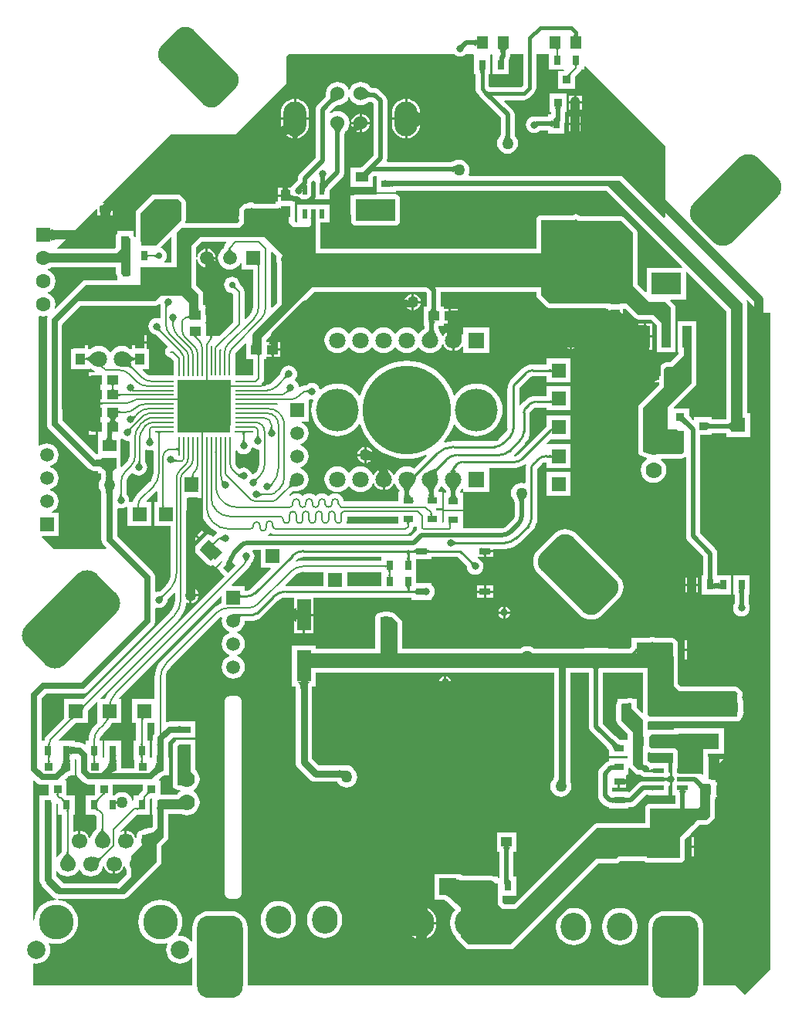
<source format=gtl>
G04*
G04 #@! TF.GenerationSoftware,Altium Limited,Altium Designer,20.0.13 (296)*
G04*
G04 Layer_Physical_Order=1*
G04 Layer_Color=255*
%FSTAX24Y24*%
%MOIN*%
G70*
G01*
G75*
%ADD11C,0.0157*%
%ADD14C,0.0100*%
%ADD17C,0.0197*%
%ADD22C,0.0080*%
%ADD27R,0.0315X0.0433*%
%ADD28R,0.0500X0.0550*%
%ADD29R,0.0354X0.0374*%
%ADD30R,0.0787X0.0105*%
%ADD31R,0.0105X0.0787*%
%ADD32R,0.0472X0.0433*%
%ADD33R,0.0374X0.0354*%
%ADD34R,0.0433X0.0315*%
%ADD35R,0.0591X0.0512*%
%ADD36R,0.0236X0.0394*%
%ADD37O,0.0276X0.1181*%
%ADD38R,0.0276X0.1181*%
%ADD39R,0.0630X0.1378*%
%ADD40R,0.0433X0.0551*%
%ADD41R,0.0433X0.0551*%
%ADD42R,0.1772X0.0709*%
%ADD43R,0.0472X0.0315*%
%ADD44R,0.0394X0.0945*%
%ADD45R,0.1299X0.0945*%
%ADD46R,0.0472X0.0236*%
%ADD47R,0.0433X0.0472*%
G04:AMPARAMS|DCode=48|XSize=31.5mil|YSize=43.3mil|CornerRadius=0mil|HoleSize=0mil|Usage=FLASHONLY|Rotation=135.000|XOffset=0mil|YOffset=0mil|HoleType=Round|Shape=Rectangle|*
%AMROTATEDRECTD48*
4,1,4,0.0264,0.0042,-0.0042,-0.0264,-0.0264,-0.0042,0.0042,0.0264,0.0264,0.0042,0.0*
%
%ADD48ROTATEDRECTD48*%

%ADD49R,0.0551X0.0433*%
%ADD50R,0.0551X0.0433*%
%ADD51R,0.1378X0.0630*%
%ADD101C,0.0080*%
%ADD102C,0.0400*%
%ADD103C,0.0100*%
%ADD104C,0.0197*%
%ADD105C,0.0200*%
%ADD106C,0.0276*%
%ADD107C,0.0394*%
%ADD108C,0.0300*%
%ADD109C,0.0500*%
%ADD110R,0.0630X0.0630*%
%ADD111O,0.1100X0.1200*%
%ADD112C,0.0709*%
G04:AMPARAMS|DCode=113|XSize=354.3mil|YSize=196.9mil|CornerRadius=49.2mil|HoleSize=0mil|Usage=FLASHONLY|Rotation=135.000|XOffset=0mil|YOffset=0mil|HoleType=Round|Shape=RoundedRectangle|*
%AMROUNDEDRECTD113*
21,1,0.3543,0.0984,0,0,135.0*
21,1,0.2559,0.1969,0,0,135.0*
1,1,0.0984,-0.0557,0.1253*
1,1,0.0984,0.1253,-0.0557*
1,1,0.0984,0.0557,-0.1253*
1,1,0.0984,-0.1253,0.0557*
%
%ADD113ROUNDEDRECTD113*%
G04:AMPARAMS|DCode=114|XSize=393.7mil|YSize=236.2mil|CornerRadius=59.1mil|HoleSize=0mil|Usage=FLASHONLY|Rotation=225.000|XOffset=0mil|YOffset=0mil|HoleType=Round|Shape=RoundedRectangle|*
%AMROUNDEDRECTD114*
21,1,0.3937,0.1181,0,0,225.0*
21,1,0.2756,0.2362,0,0,225.0*
1,1,0.1181,-0.1392,-0.0557*
1,1,0.1181,0.0557,0.1392*
1,1,0.1181,0.1392,0.0557*
1,1,0.1181,-0.0557,-0.1392*
%
%ADD114ROUNDEDRECTD114*%
%ADD115C,0.3819*%
%ADD116C,0.1850*%
%ADD117R,0.0709X0.0709*%
%ADD118R,0.0630X0.0630*%
%ADD119C,0.0700*%
G04:AMPARAMS|DCode=120|XSize=433.1mil|YSize=236.2mil|CornerRadius=59.1mil|HoleSize=0mil|Usage=FLASHONLY|Rotation=225.000|XOffset=0mil|YOffset=0mil|HoleType=Round|Shape=RoundedRectangle|*
%AMROUNDEDRECTD120*
21,1,0.4331,0.1181,0,0,225.0*
21,1,0.3150,0.2362,0,0,225.0*
1,1,0.1181,-0.1531,-0.0696*
1,1,0.1181,0.0696,0.1531*
1,1,0.1181,0.1531,0.0696*
1,1,0.1181,-0.0696,-0.1531*
%
%ADD120ROUNDEDRECTD120*%
%ADD121C,0.0630*%
%ADD122R,0.0598X0.0598*%
%ADD123C,0.0598*%
%ADD124C,0.0669*%
%ADD125C,0.0787*%
%ADD126C,0.1500*%
%ADD127R,0.0720X0.0720*%
%ADD128C,0.0720*%
G04:AMPARAMS|DCode=129|XSize=354.3mil|YSize=196.9mil|CornerRadius=49.2mil|HoleSize=0mil|Usage=FLASHONLY|Rotation=90.000|XOffset=0mil|YOffset=0mil|HoleType=Round|Shape=RoundedRectangle|*
%AMROUNDEDRECTD129*
21,1,0.3543,0.0984,0,0,90.0*
21,1,0.2559,0.1969,0,0,90.0*
1,1,0.0984,0.0492,0.1280*
1,1,0.0984,0.0492,-0.1280*
1,1,0.0984,-0.0492,-0.1280*
1,1,0.0984,-0.0492,0.1280*
%
%ADD129ROUNDEDRECTD129*%
%ADD130C,0.0600*%
%ADD131O,0.1000X0.1500*%
%ADD132R,0.0598X0.0598*%
%ADD133C,0.0276*%
%ADD134C,0.0500*%
%ADD135C,0.0315*%
G36*
X02998Y055601D02*
X029982Y055575D01*
X029986Y055551D01*
X029991Y05553D01*
X029998Y055513D01*
X030007Y055499D01*
X030017Y055488D01*
X030029Y05548D01*
X030043Y055475D01*
X030057Y055474D01*
X029743D01*
X029757Y055475D01*
X029771Y05548D01*
X029783Y055488D01*
X029793Y055499D01*
X029802Y055513D01*
X029809Y05553D01*
X029814Y055551D01*
X029818Y055575D01*
X02982Y055601D01*
X029821Y055631D01*
X029979D01*
X02998Y055601D01*
D02*
G37*
G36*
X025602Y055D02*
X0256Y055019D01*
X025594Y055036D01*
X025584Y055051D01*
X02557Y055064D01*
X025552Y055075D01*
X02553Y055084D01*
X025504Y055091D01*
X025474Y055096D01*
X025439Y055099D01*
X025401Y0551D01*
Y0553D01*
X025439Y055301D01*
X025474Y055304D01*
X025504Y055309D01*
X02553Y055316D01*
X025552Y055325D01*
X02557Y055336D01*
X025584Y055349D01*
X025594Y055364D01*
X0256Y055381D01*
X025602Y0554D01*
Y055D01*
D02*
G37*
G36*
X025124Y055032D02*
X025111Y055019D01*
X025063Y054965D01*
X02506Y054959D01*
X025058Y054955D01*
X025057Y054952D01*
X024902Y055107D01*
X024905Y055108D01*
X024909Y05511D01*
X024915Y055113D01*
X024921Y055118D01*
X024937Y055131D01*
X024958Y05515D01*
X024982Y055174D01*
X025124Y055032D01*
D02*
G37*
G36*
X029172Y054927D02*
X029166Y054924D01*
X02916Y05492D01*
X029154Y054914D01*
X02915Y054907D01*
X029146Y054898D01*
X029144Y054888D01*
X029142Y054875D01*
X02914Y054862D01*
X02914Y054846D01*
X02906D01*
X02906Y054862D01*
X029058Y054875D01*
X029056Y054888D01*
X029054Y054898D01*
X02905Y054907D01*
X029046Y054914D01*
X02904Y05492D01*
X029034Y054924D01*
X029028Y054927D01*
X02902Y054927D01*
X02918D01*
X029172Y054927D01*
D02*
G37*
G36*
X026931Y054925D02*
X026914Y054919D01*
X026899Y054909D01*
X026886Y054895D01*
X026875Y054877D01*
X026866Y054855D01*
X026859Y054829D01*
X026854Y054799D01*
X026851Y054764D01*
X02685Y054726D01*
X02665D01*
X026649Y054764D01*
X026646Y054799D01*
X026641Y054829D01*
X026634Y054855D01*
X026625Y054877D01*
X026614Y054895D01*
X026601Y054909D01*
X026586Y054919D01*
X026569Y054925D01*
X02655Y054927D01*
X02695D01*
X026931Y054925D01*
D02*
G37*
G36*
X02914Y05473D02*
X029142Y054716D01*
X029144Y054704D01*
X029146Y054693D01*
X02915Y054684D01*
X029154Y054677D01*
X02916Y054671D01*
X029166Y054667D01*
X029172Y054665D01*
X02918Y054664D01*
X02902D01*
X029028Y054665D01*
X029034Y054667D01*
X02904Y054671D01*
X029046Y054677D01*
X02905Y054684D01*
X029054Y054693D01*
X029056Y054704D01*
X029058Y054716D01*
X02906Y05473D01*
X02906Y054745D01*
X02914D01*
X02914Y05473D01*
D02*
G37*
G36*
X029972Y054234D02*
X029966Y054231D01*
X02996Y054227D01*
X029954Y054222D01*
X02995Y054215D01*
X029946Y054206D01*
X029944Y054195D01*
X029942Y054183D01*
X02994Y05417D01*
X02994Y054155D01*
X02986D01*
X02986Y05417D01*
X029858Y054183D01*
X029856Y054195D01*
X029854Y054206D01*
X02985Y054215D01*
X029846Y054222D01*
X02984Y054227D01*
X029834Y054231D01*
X029828Y054234D01*
X02982Y054235D01*
X02998D01*
X029972Y054234D01*
D02*
G37*
G36*
X025992Y054033D02*
X025978Y054028D01*
X025967Y05402D01*
X025957Y054009D01*
X025948Y053995D01*
X025941Y053978D01*
X025936Y053958D01*
X025932Y053934D01*
X02593Y053907D01*
X025929Y053877D01*
X025771D01*
X02577Y053907D01*
X025768Y053934D01*
X025764Y053958D01*
X025759Y053978D01*
X025752Y053995D01*
X025743Y054009D01*
X025733Y05402D01*
X025722Y054028D01*
X025708Y054033D01*
X025694Y054035D01*
X026006D01*
X025992Y054033D01*
D02*
G37*
G36*
X027619Y053366D02*
X027534Y053281D01*
X026189D01*
X026151Y053311D01*
X026131Y053319D01*
Y053833D01*
X026207D01*
Y054021D01*
X02621Y054035D01*
X026208Y054045D01*
X026209Y054056D01*
X026207Y054061D01*
Y054667D01*
X026244Y0547D01*
X026256D01*
X026293Y054667D01*
Y053833D01*
X027007D01*
Y054288D01*
X02701Y054307D01*
Y054446D01*
X027012Y054449D01*
X027042Y054522D01*
X027053Y0546D01*
Y0547D01*
X027619D01*
Y053366D01*
D02*
G37*
G36*
X029687Y053832D02*
X029684Y053828D01*
X029682Y053824D01*
X029681Y053819D01*
X029679Y053814D01*
X029678Y053808D01*
X029677Y053801D01*
X029676Y053786D01*
X029676Y053778D01*
X029463Y053777D01*
X029474Y053777D01*
X029485Y053779D01*
X029496Y053782D01*
X029508Y053786D01*
X029519Y053791D01*
X02953Y053798D01*
X029542Y053805D01*
X029553Y053814D01*
X029564Y053824D01*
X029576Y053835D01*
X029689D01*
X029687Y053832D01*
D02*
G37*
G36*
X020864Y053148D02*
X020883Y053127D01*
X020903Y053109D01*
X020924Y053093D01*
X020946Y053079D01*
X02097Y053068D01*
X020995Y053059D01*
X021021Y053053D01*
X021048Y05305D01*
X021076Y053048D01*
X021041Y052852D01*
X021014Y052851D01*
X020987Y052848D01*
X02096Y052843D01*
X020934Y052836D01*
X020907Y052828D01*
X020881Y052818D01*
X020855Y052805D01*
X020828Y052791D01*
X020802Y052775D01*
X020776Y052757D01*
X020846Y053171D01*
X020864Y053148D01*
D02*
G37*
G36*
X028743Y054033D02*
X029359D01*
X029386Y053983D01*
X029383Y053979D01*
X029123D01*
Y053205D01*
X029877D01*
Y053733D01*
X030073Y053929D01*
X030126Y054008D01*
X030131Y054033D01*
X030257D01*
Y054177D01*
X030304Y054196D01*
X03375Y05075D01*
Y047659D01*
X033708Y04763D01*
X031944Y049394D01*
X031878Y049438D01*
X0318Y049454D01*
X025289D01*
X025256Y049504D01*
X025288Y049583D01*
X025304Y0497D01*
X025288Y049817D01*
X025243Y049927D01*
X025171Y050021D01*
X025077Y050093D01*
X024967Y050138D01*
X02485Y050154D01*
X024733Y050138D01*
X024623Y050093D01*
X02461Y050083D01*
X024602Y05008D01*
X02459Y050072D01*
X024583Y050069D01*
X024576Y050065D01*
X024568Y050062D01*
X024559Y05006D01*
X024549Y050057D01*
X024541Y050056D01*
X024511Y050053D01*
X024494Y050052D01*
X024488Y050051D01*
X021756D01*
X021729Y050093D01*
X021741Y050122D01*
X021751Y0502D01*
Y0527D01*
X021741Y052778D01*
X021711Y05285D01*
X021663Y052913D01*
X021413Y053163D01*
X021351Y053211D01*
X021278Y053241D01*
X0212Y053251D01*
X02109D01*
X021085Y053252D01*
X021066Y053253D01*
X021058Y053254D01*
X021052Y053256D01*
X021047Y053257D01*
X021043Y053259D01*
X021038Y053262D01*
X021034Y053266D01*
X021028Y053271D01*
X021021Y053278D01*
X021009Y053295D01*
X020995Y053307D01*
X020957Y053357D01*
X020852Y053437D01*
X020731Y053487D01*
X0206Y053504D01*
X020469Y053487D01*
X020348Y053437D01*
X020243Y053357D01*
X020163Y053252D01*
X020132Y053177D01*
X020078D01*
X020047Y053252D01*
X019967Y053357D01*
X019862Y053437D01*
X019741Y053487D01*
X01961Y053504D01*
X019479Y053487D01*
X019358Y053437D01*
X019253Y053357D01*
X019173Y053252D01*
X019123Y053131D01*
X019106Y053D01*
X01911Y052968D01*
X019108Y052955D01*
X01911Y052933D01*
X01911Y052921D01*
X019109Y05291D01*
X019107Y052902D01*
X019105Y052895D01*
X019102Y052888D01*
X019099Y052882D01*
X019095Y052875D01*
X01909Y052868D01*
X019077Y052854D01*
X019074Y05285D01*
X019072Y052847D01*
X019069Y052845D01*
X019068Y052844D01*
X018737Y052513D01*
X018689Y05245D01*
X018659Y052378D01*
X018649Y0523D01*
Y050225D01*
X017973Y049548D01*
X017925Y049486D01*
X017895Y049413D01*
X017884Y049335D01*
Y049251D01*
X017876Y049242D01*
X017867D01*
Y049234D01*
X017829Y049195D01*
X017825Y049193D01*
X017821Y049187D01*
X017818Y049185D01*
X017812Y04918D01*
X017783Y04915D01*
X017776Y049143D01*
X017756Y049134D01*
X017681Y049077D01*
X017624Y049002D01*
X017597Y048936D01*
X017456D01*
X017457Y048931D01*
X017464Y048905D01*
X017473Y048883D01*
X017484Y048866D01*
X017497Y048852D01*
X017511Y048842D01*
X017528Y048836D01*
X017547Y048834D01*
X0174D01*
Y0486D01*
X01735D01*
Y04855D01*
X017033D01*
Y048336D01*
X016933D01*
Y048245D01*
X016901Y048243D01*
X016855Y048242D01*
X016851Y048241D01*
X016142D01*
X016138Y048242D01*
X016045Y048245D01*
X016016Y048247D01*
X016008Y048249D01*
X016Y04826D01*
X015985Y04827D01*
X015971Y048284D01*
X015952Y048292D01*
X015934Y048304D01*
X015916Y048307D01*
X015898Y048315D01*
X015877Y048315D01*
X015856Y048319D01*
X015838Y048316D01*
X015819Y048316D01*
X015799Y048308D01*
X015778Y048304D01*
X015762Y048293D01*
X015745Y048286D01*
X01573Y048271D01*
X015712Y04826D01*
X015702Y048244D01*
X015698Y04824D01*
X015612Y048229D01*
X01553Y048195D01*
X015514Y048183D01*
X015456Y048144D01*
X015417Y048086D01*
X015405Y04807D01*
X015371Y047988D01*
X015359Y0479D01*
Y047769D01*
X015355Y047763D01*
X015353Y047751D01*
X015347Y04774D01*
X015345Y047712D01*
X01534Y047685D01*
X015342Y047673D01*
X015341Y04766D01*
X015345Y047649D01*
X015355Y047494D01*
X015266Y047404D01*
X013053D01*
X013026Y047454D01*
X013038Y047472D01*
X013054Y04755D01*
Y0483D01*
X013038Y048378D01*
X012994Y048444D01*
X012844Y048594D01*
X012778Y048638D01*
X0127Y048654D01*
X0117D01*
X011622Y048638D01*
X011556Y048594D01*
X010956Y047994D01*
X010912Y047928D01*
X010896Y04785D01*
Y047067D01*
X010893D01*
Y046812D01*
X010843Y046807D01*
X010838Y046828D01*
X010807Y046874D01*
Y047067D01*
X010093D01*
Y046974D01*
X010062Y046928D01*
X010046Y04685D01*
Y046384D01*
X009966Y046304D01*
X007519D01*
X0075Y04635D01*
X00919Y04804D01*
X009236Y048021D01*
Y047743D01*
X009361D01*
X009356Y047808D01*
X009351Y047828D01*
X009344Y04784D01*
X009337Y047844D01*
X009522D01*
Y048D01*
Y048033D01*
X009337Y048156D01*
X009361Y048159D01*
X009389Y048167D01*
X00942Y048181D01*
X009454Y048201D01*
X009491Y048226D01*
X009522Y048249D01*
Y048257D01*
X009473D01*
X009454Y048304D01*
X0124Y05125D01*
X0152D01*
X0174Y05345D01*
Y0546D01*
X0175Y0547D01*
X024641D01*
X024645Y054695D01*
X02472Y054638D01*
X024807Y054602D01*
X0249Y054589D01*
X024993Y054602D01*
X02508Y054638D01*
X025155Y054695D01*
X025159Y0547D01*
X025456D01*
X025493Y054667D01*
Y054061D01*
X025491Y054056D01*
X025492Y054045D01*
X02549Y054035D01*
X025493Y054021D01*
Y053833D01*
X025569D01*
Y0532D01*
X025569Y0532D01*
X025578Y053127D01*
X025607Y053059D01*
X025651Y053001D01*
X02573Y052923D01*
X025739Y052899D01*
X025787Y052837D01*
X026649Y051975D01*
Y051242D01*
X026648Y051236D01*
X026647Y051218D01*
X026646Y051208D01*
X026645Y0512D01*
X026643Y051194D01*
X026642Y051189D01*
X02664Y051185D01*
X026638Y051182D01*
X026637Y05118D01*
X026635Y051177D01*
X026626Y051168D01*
X026624Y051164D01*
X026557Y051077D01*
X026512Y050967D01*
X026496Y05085D01*
X026512Y050733D01*
X026557Y050623D01*
X026629Y050529D01*
X026723Y050457D01*
X026833Y050412D01*
X02695Y050396D01*
X027067Y050412D01*
X027177Y050457D01*
X027271Y050529D01*
X027343Y050623D01*
X027388Y050733D01*
X027404Y05085D01*
X027388Y050967D01*
X027343Y051077D01*
X027276Y051164D01*
X027274Y051168D01*
X027265Y051177D01*
X027263Y05118D01*
X027262Y051182D01*
X02726Y051185D01*
X027258Y051189D01*
X027257Y051194D01*
X027255Y0512D01*
X027254Y051208D01*
X027253Y051218D01*
X027252Y051236D01*
X027251Y051242D01*
Y0521D01*
X027241Y052178D01*
X027211Y05225D01*
X027163Y052313D01*
X026803Y052673D01*
X026822Y052719D01*
X02765D01*
X02765Y052719D01*
X027723Y052728D01*
X027791Y052757D01*
X027849Y052801D01*
X028099Y053051D01*
X028099Y053051D01*
X028143Y053109D01*
X028172Y053177D01*
X028181Y05325D01*
Y0547D01*
X028743D01*
Y054033D01*
D02*
G37*
G36*
X019635Y052701D02*
X019604Y052698D01*
X019574Y052692D01*
X019546Y052686D01*
X019518Y052677D01*
X019492Y052667D01*
X019467Y052655D01*
X019444Y052641D01*
X019421Y052626D01*
X0194Y052609D01*
X01938Y052591D01*
X019227Y052716D01*
X019246Y052737D01*
X019262Y052758D01*
X019277Y052781D01*
X019289Y052805D01*
X019298Y05283D01*
X019306Y052855D01*
X019311Y052882D01*
X019313Y05291D01*
X019314Y052939D01*
X019312Y052969D01*
X019635Y052701D01*
D02*
G37*
G36*
X019799Y051504D02*
X01978Y051481D01*
X019763Y051457D01*
X019749Y051433D01*
X019736Y051409D01*
X019726Y051384D01*
X019718Y051358D01*
X019713Y051331D01*
X01971Y051304D01*
X019708Y051277D01*
X019512D01*
X01951Y051304D01*
X019507Y051331D01*
X019502Y051358D01*
X019494Y051384D01*
X019484Y051409D01*
X019471Y051433D01*
X019457Y051457D01*
X01944Y051481D01*
X019421Y051504D01*
X0194Y051526D01*
X01982D01*
X019799Y051504D01*
D02*
G37*
G36*
X027049Y051205D02*
X027051Y051181D01*
X027055Y051159D01*
X027061Y051137D01*
X027068Y051116D01*
X027076Y051097D01*
X027086Y051078D01*
X027097Y051061D01*
X02711Y051044D01*
X027125Y051029D01*
X026775D01*
X02679Y051044D01*
X026803Y051061D01*
X026814Y051078D01*
X026824Y051097D01*
X026832Y051116D01*
X026839Y051137D01*
X026845Y051159D01*
X026849Y051181D01*
X026851Y051205D01*
X026852Y05123D01*
X027048D01*
X027049Y051205D01*
D02*
G37*
G36*
X020163Y052748D02*
X020243Y052643D01*
X020348Y052563D01*
X020469Y052513D01*
X0206Y052496D01*
X020731Y052513D01*
X020852Y052563D01*
X020879Y052584D01*
X020892Y052589D01*
X020914Y052604D01*
X02093Y052614D01*
X020946Y052623D01*
X020961Y05263D01*
X020976Y052636D01*
X02099Y05264D01*
X021003Y052643D01*
X021016Y052646D01*
X021028Y052647D01*
X021048Y052648D01*
X021053Y052649D01*
X021075D01*
X021149Y052575D01*
Y050325D01*
X020729Y049905D01*
X020724Y049901D01*
X020689Y049868D01*
X020661Y049843D01*
X020637Y049824D01*
X020626Y049817D01*
X020602D01*
X020596Y049818D01*
X020588Y049817D01*
X020174D01*
Y048983D01*
X021126D01*
Y049338D01*
X021127Y049346D01*
X021126Y049354D01*
Y049379D01*
X021126Y04938D01*
X021176Y049439D01*
X021186Y049449D01*
X021283D01*
Y048743D01*
X021902D01*
X021915Y04874D01*
X021929Y048743D01*
X022117D01*
Y048796D01*
X031216D01*
X034501Y04551D01*
X034482Y045464D01*
X03295D01*
Y044453D01*
X032904Y044434D01*
X032554Y044784D01*
Y047D01*
X032538Y047078D01*
X032494Y047144D01*
X031994Y047644D01*
X031928Y047688D01*
X03185Y047704D01*
X030084D01*
X030044Y047744D01*
X029978Y047788D01*
X0299Y047804D01*
X029822Y047788D01*
X02977Y047754D01*
X0284D01*
X028322Y047738D01*
X028256Y047694D01*
X028212Y047628D01*
X028196Y04755D01*
Y046304D01*
X018854D01*
Y04701D01*
X01886Y047059D01*
Y047421D01*
X018861Y047425D01*
X019252D01*
Y048218D01*
X018337D01*
X0183Y048202D01*
X01828Y048218D01*
X017867D01*
Y047454D01*
X017812Y047454D01*
X017767Y047504D01*
Y048336D01*
X017667D01*
Y048386D01*
X017597Y048381D01*
X017583Y048378D01*
X017573Y048374D01*
X017567Y04837D01*
X017565Y048365D01*
X017564Y048685D01*
X017566Y048666D01*
X017572Y04865D01*
X017582Y048635D01*
X017596Y048622D01*
X017614Y048611D01*
X017636Y048602D01*
X017661Y048595D01*
X017691Y048591D01*
X017725Y048588D01*
X017762Y048587D01*
Y048507D01*
X017843Y048474D01*
X017867Y04847D01*
Y048448D01*
X018278D01*
X018278Y048449D01*
X01831Y048467D01*
X01834Y048488D01*
X01837Y048511D01*
X018398Y048538D01*
X018504Y04851D01*
Y048548D01*
X018509D01*
Y04855D01*
X018452D01*
X01845Y048651D01*
X018509D01*
Y048845D01*
X018609D01*
Y048651D01*
X01865D01*
X018649Y04865D01*
X018649Y048647D01*
X018649Y048601D01*
X018648Y04855D01*
X018609D01*
Y048548D01*
X018615D01*
Y048481D01*
X01862Y04848D01*
X018615Y048476D01*
Y048448D01*
X019252D01*
Y048738D01*
X019254Y048745D01*
X019252Y048763D01*
Y048789D01*
X019252Y048794D01*
X019252Y048795D01*
Y048803D01*
X019254Y048807D01*
X019303Y048865D01*
X019336Y048899D01*
X01934Y048905D01*
X019823Y049388D01*
X019871Y04945D01*
X019901Y049523D01*
X019911Y049601D01*
Y051263D01*
X019912Y051268D01*
X019913Y051288D01*
X019914Y051298D01*
X019916Y051307D01*
X019919Y051316D01*
X019923Y051325D01*
X019927Y051335D01*
X019934Y051345D01*
X019941Y051356D01*
X019951Y051368D01*
X019964Y051382D01*
X019967Y051383D01*
X020047Y051488D01*
X020097Y051609D01*
X020114Y05174D01*
X020097Y051871D01*
X020047Y051992D01*
X019967Y052097D01*
X019862Y052177D01*
X019741Y052227D01*
X01961Y052244D01*
X019479Y052227D01*
X019358Y052177D01*
X019334Y052159D01*
X01928Y05218D01*
X019277Y052201D01*
X019514Y052439D01*
X019519Y052441D01*
X019533Y052455D01*
X019542Y052462D01*
X019552Y052468D01*
X019562Y052474D01*
X019573Y05248D01*
X019586Y052484D01*
X0196Y052489D01*
X019616Y052493D01*
X019633Y052496D01*
X019658Y052498D01*
X019677Y052505D01*
X019741Y052513D01*
X019862Y052563D01*
X019967Y052643D01*
X020047Y052748D01*
X020078Y052823D01*
X020132D01*
X020163Y052748D01*
D02*
G37*
G36*
X020964Y049714D02*
X021064Y049674D01*
X021035Y049644D01*
X021064Y049615D01*
X021025Y049576D01*
X020965Y049505D01*
X020943Y049474D01*
X020926Y049446D01*
X020915Y04942D01*
X020911Y049407D01*
X020923Y049396D01*
X020911Y049404D01*
X020909Y049397D01*
X020908Y049377D01*
X020913Y04936D01*
X020923Y049346D01*
X020781Y049488D01*
X020587Y049614D01*
X020605Y049606D01*
X020625Y049602D01*
X020647Y049604D01*
X020661Y049608D01*
X020655Y049614D01*
X020663Y049608D01*
X020672Y049611D01*
X020698Y049622D01*
X020727Y049639D01*
X020759Y04966D01*
X020792Y049687D01*
X020828Y049718D01*
X020865Y049755D01*
X020907Y049738D01*
X020924Y049755D01*
X020964Y049714D01*
D02*
G37*
G36*
X02464Y049564D02*
X024628Y049581D01*
X024615Y049596D01*
X0246Y049609D01*
X024583Y04962D01*
X024565Y04963D01*
X024546Y049638D01*
X024526Y049644D01*
X024503Y049648D01*
X02448Y049651D01*
X024455Y049652D01*
X024499Y049848D01*
X024523Y049849D01*
X02457Y049854D01*
X024592Y049858D01*
X024614Y049863D01*
X024635Y04987D01*
X024655Y049877D01*
X024674Y049886D01*
X024692Y049896D01*
X02471Y049907D01*
X02464Y049564D01*
D02*
G37*
G36*
X019058Y049434D02*
X019056Y04943D01*
X019054Y049423D01*
X019053Y049415D01*
X019051Y049406D01*
X019049Y049381D01*
X019048Y049333D01*
X018852D01*
X018851Y04935D01*
X018847Y049415D01*
X018846Y049423D01*
X018844Y04943D01*
X018842Y049434D01*
X01884Y049438D01*
X01906D01*
X019058Y049434D01*
D02*
G37*
G36*
X018255Y049056D02*
X018252Y049053D01*
X018251Y049051D01*
X01825Y049049D01*
X01825Y049046D01*
X018251Y049045D01*
X018253Y049043D01*
X018256Y049042D01*
X01826Y049042D01*
X018265Y049041D01*
X01827Y049041D01*
X018069D01*
X018069Y048988D01*
X018148Y04895D01*
X018136Y048937D01*
X018107Y048904D01*
X018101Y048895D01*
X018095Y048887D01*
X018091Y048879D01*
X018089Y048873D01*
X018088Y048867D01*
X018088Y048862D01*
X018069Y048874D01*
X01807Y048744D01*
X018069Y048768D01*
X018067Y048787D01*
X018064Y048803D01*
X018059Y048815D01*
X018053Y048823D01*
X018046Y048828D01*
X018038Y048828D01*
X018029Y048825D01*
X018018Y048818D01*
X018006Y048807D01*
X017867Y048946D01*
X017905Y048984D01*
X017917Y048994D01*
X017961Y04904D01*
X017967Y049037D01*
X01797Y04904D01*
X017996Y049058D01*
X018018Y049071D01*
X018026Y049074D01*
X018027Y04908D01*
X018034Y049097D01*
X018047Y049117D01*
X018064Y04914D01*
X018088Y049166D01*
X018116Y049196D01*
X018255Y049056D01*
D02*
G37*
G36*
X019049Y049179D02*
X01905Y04918D01*
X01919Y049041D01*
X019152Y049002D01*
X019092Y048931D01*
X01907Y048899D01*
X019053Y04887D01*
X019042Y048843D01*
X019036Y048819D01*
X019036Y048798D01*
X01904Y048779D01*
X01905Y048763D01*
X018817Y049041D01*
X018823Y049043D01*
X018829Y049049D01*
X018834Y049059D01*
X018839Y049072D01*
X018843Y04909D01*
X018846Y049112D01*
X01885Y049167D01*
X018852Y049238D01*
X019048D01*
X019049Y049179D01*
D02*
G37*
G36*
X017135Y048D02*
X01735D01*
X01745Y0481D01*
X0175Y04805D01*
Y047665D01*
X017547D01*
X017528Y047663D01*
X017511Y047657D01*
X0175Y047649D01*
Y0475D01*
Y04745D01*
X01765Y04725D01*
X01835Y04725D01*
X01845Y04735D01*
Y047615D01*
X018449Y047618D01*
X018446Y047624D01*
X018443Y047626D01*
X01845D01*
Y04775D01*
X01865Y0478D01*
Y047626D01*
X018676D01*
X018673Y047624D01*
X01867Y047618D01*
X018667Y047608D01*
X018665Y047595D01*
X018662Y047577D01*
X018659Y0475D01*
X018658Y047429D01*
X01865D01*
Y0461D01*
X0284D01*
Y04755D01*
X02985D01*
X0299Y0476D01*
X03Y0475D01*
X03185D01*
X03235Y047D01*
Y0447D01*
X03305Y044D01*
X03375D01*
X034Y04375D01*
Y04275D01*
X03395Y0427D01*
X0336D01*
Y0431D01*
X03325Y04345D01*
X0326D01*
X0321Y04395D01*
X031817D01*
X031817Y043942D01*
Y04395D01*
X031388D01*
Y043942D01*
X031387Y04395D01*
X02875D01*
X0284Y0443D01*
Y04465D01*
X023764D01*
X023778Y044635D01*
X02382Y044593D01*
X02368Y044454D01*
X023638Y044495D01*
X023498Y044618D01*
X02347Y044638D01*
X023451Y04465D01*
X018D01*
X0172Y04385D01*
Y04575D01*
X01735Y0459D01*
X01645Y0468D01*
X01535Y0468D01*
X01365D01*
X0133Y04645D01*
Y04465D01*
X0136Y04435D01*
Y043782D01*
X013603Y043765D01*
X013612Y043734D01*
X013623Y043709D01*
X013635Y04369D01*
X01365Y043676D01*
X013667Y043668D01*
X013685Y043665D01*
X0136D01*
Y0433D01*
X01355D01*
X0135Y04325D01*
X013438Y043312D01*
X013391Y043312D01*
X013384Y043314D01*
X01338Y043315D01*
X013377Y043317D01*
X013377Y043319D01*
X013378Y043322D01*
X01335Y04335D01*
X013216D01*
Y04327D01*
X013215Y043278D01*
X013213Y043284D01*
X013209Y04329D01*
X013203Y043296D01*
X013196Y0433D01*
X013187Y043304D01*
X013176Y043306D01*
X013164Y043308D01*
X01315Y04331D01*
X013135Y04331D01*
Y04339D01*
X01315Y04339D01*
X013164Y043392D01*
X013176Y043394D01*
X013187Y043396D01*
X013196Y0434D01*
X0132Y043402D01*
Y04395D01*
X01285Y0443D01*
X012D01*
X01175Y04405D01*
X00835D01*
X0082Y0442D01*
X00875Y04475D01*
X0111D01*
Y0455D01*
X01265Y0455D01*
Y047D01*
X01285Y0472D01*
X01535D01*
X015562Y047412D01*
X015562Y047461D01*
X015547Y047682D01*
X015544Y047685D01*
X0156D01*
Y048D01*
X015856D01*
Y048115D01*
X015859Y048101D01*
X015867Y048087D01*
X015881Y048076D01*
X0159Y048066D01*
X015925Y048057D01*
X015955Y04805D01*
X015991Y048045D01*
X016033Y048041D01*
X016132Y048038D01*
Y048D01*
X016859D01*
Y048038D01*
X016911Y048039D01*
X017Y048047D01*
X017035Y048053D01*
X017066Y048062D01*
X017091Y048073D01*
X01711Y048085D01*
X017124Y0481D01*
X017132Y048117D01*
X017135Y048135D01*
Y048D01*
D02*
G37*
G36*
X007218Y047192D02*
X00723Y047172D01*
X007249Y047154D01*
X007277Y047139D01*
X007312Y047126D01*
X007355Y047116D01*
X007407Y047107D01*
X007466Y047102D01*
X007607Y047097D01*
Y046703D01*
X007533Y046702D01*
X007407Y046693D01*
X007355Y046684D01*
X007312Y046674D01*
X007277Y046661D01*
X007249Y046646D01*
X00723Y046628D01*
X007218Y046608D01*
X007214Y046586D01*
Y047214D01*
X007218Y047192D01*
D02*
G37*
G36*
X01285Y0483D02*
Y04755D01*
X01175Y04645D01*
X0112D01*
X0111Y04665D01*
Y04785D01*
X0117Y04845D01*
X0127D01*
X01285Y0483D01*
D02*
G37*
G36*
X014991Y046328D02*
X014995Y046307D01*
X015002Y046285D01*
X015012Y046264D01*
X015024Y046243D01*
X015039Y046223D01*
X015057Y046202D01*
X015077Y046182D01*
X0151Y046162D01*
X015126Y046142D01*
X014774D01*
X0148Y046162D01*
X014823Y046182D01*
X014843Y046202D01*
X014861Y046223D01*
X014876Y046243D01*
X014888Y046264D01*
X014898Y046285D01*
X014905Y046307D01*
X014909Y046328D01*
X01491Y04635D01*
X01499D01*
X014991Y046328D01*
D02*
G37*
G36*
X01065Y04675D02*
Y04515D01*
X01035D01*
X01025Y04525D01*
Y0457D01*
X007146D01*
X007125Y04568D01*
Y0457D01*
X00685D01*
X00675Y0461D01*
X007125D01*
Y04612D01*
X007146Y0461D01*
X01005D01*
X01025Y0463D01*
Y04685D01*
X01055D01*
X01065Y04675D01*
D02*
G37*
G36*
X011406Y046072D02*
X011408Y046066D01*
X011412Y04606D01*
X011418Y046054D01*
X011425Y04605D01*
X011434Y046046D01*
X011445Y046044D01*
X011457Y046042D01*
X011471Y04604D01*
X011486Y04604D01*
Y04596D01*
X011471Y04596D01*
X011457Y045958D01*
X011445Y045956D01*
X011434Y045954D01*
X011425Y04595D01*
X011418Y045946D01*
X011412Y04594D01*
X011408Y045934D01*
X011406Y045928D01*
X011405Y04592D01*
Y04608D01*
X011406Y046072D01*
D02*
G37*
G36*
X011802Y045904D02*
X01179Y045914D01*
X011779Y045924D01*
X011768Y045932D01*
X011756Y04594D01*
X011745Y045946D01*
X011733Y045951D01*
X011721Y045955D01*
X01171Y045958D01*
X011698Y045959D01*
X011685Y04596D01*
Y04604D01*
X011698Y046041D01*
X01171Y046042D01*
X011721Y046045D01*
X011733Y046049D01*
X011745Y046054D01*
X011756Y04606D01*
X011768Y046068D01*
X011779Y046076D01*
X01179Y046086D01*
X011802Y046096D01*
Y045904D01*
D02*
G37*
G36*
X012446Y046792D02*
Y045704D01*
X012151D01*
X012134Y045754D01*
X012141Y045759D01*
X012195Y04583D01*
X012229Y045912D01*
X012241Y046D01*
X012229Y046088D01*
X012195Y04617D01*
X012141Y046241D01*
X01207Y046295D01*
X011988Y046329D01*
X011982Y04633D01*
X011966Y046377D01*
X0124Y046811D01*
X012446Y046792D01*
D02*
G37*
G36*
X016246Y045601D02*
X016245Y045599D01*
X016244Y045595D01*
X016243Y045589D01*
X016242Y045582D01*
X016241Y045563D01*
X01624Y045522D01*
X01616D01*
X01616Y045537D01*
X016158Y045551D01*
X016156Y045563D01*
X016154Y045573D01*
X01615Y045582D01*
X016146Y045589D01*
X01614Y045595D01*
X016134Y045599D01*
X016128Y045601D01*
X01612Y045602D01*
X016248D01*
X016246Y045601D01*
D02*
G37*
G36*
X014804Y04655D02*
X014777Y046523D01*
X014724Y046444D01*
X014712Y046383D01*
X014706Y046363D01*
X014706Y046357D01*
X014705Y046355D01*
X014701Y046349D01*
X014694Y046341D01*
X014684Y046331D01*
X014671Y04632D01*
X01465Y046304D01*
X014641Y046294D01*
X01463Y046286D01*
X014626Y046281D01*
X014594Y046256D01*
X014514Y046152D01*
X014464Y04603D01*
X014446Y0459D01*
X014464Y04577D01*
X014514Y045648D01*
X014594Y045544D01*
X014698Y045464D01*
X01482Y045414D01*
X01495Y045396D01*
X01508Y045414D01*
X015202Y045464D01*
X015306Y045544D01*
X015386Y045648D01*
X015401Y045684D01*
X015451Y045674D01*
Y045401D01*
X015955D01*
Y0438D01*
X015958Y043788D01*
X015943Y043675D01*
X015894Y043558D01*
X015825Y043467D01*
X015815Y043461D01*
X015641Y043287D01*
X015595Y043306D01*
Y04445D01*
X015576Y044544D01*
X015523Y044623D01*
X015391Y044755D01*
X015388Y044767D01*
X015379Y044838D01*
X015345Y04492D01*
X015291Y044991D01*
X01522Y045045D01*
X015138Y045079D01*
X01505Y045091D01*
X014962Y045079D01*
X01488Y045045D01*
X014809Y044991D01*
X014755Y04492D01*
X014721Y044838D01*
X014709Y04475D01*
X014721Y044662D01*
X014755Y04458D01*
X014809Y044509D01*
X01488Y044455D01*
X014962Y044421D01*
X015033Y044412D01*
X015045Y044409D01*
X015105Y044349D01*
Y043151D01*
X014532Y042578D01*
X01453Y04258D01*
X0145Y04255D01*
X01395D01*
X013928Y043067D01*
X013886D01*
Y043133D01*
X013926D01*
X0139Y04375D01*
X013917Y043767D01*
X013886D01*
Y043867D01*
X013804D01*
Y04435D01*
X013788Y044428D01*
X013744Y044494D01*
X013504Y044734D01*
Y045847D01*
X013554Y04585D01*
X013561Y045796D01*
X013601Y045699D01*
X013665Y045615D01*
X013749Y045551D01*
X013846Y045511D01*
X0139Y045504D01*
Y0459D01*
Y046296D01*
X013846Y046289D01*
X013749Y046249D01*
X013665Y046185D01*
X013601Y046101D01*
X013561Y046004D01*
X013554Y04595D01*
X013504Y045953D01*
Y046366D01*
X013734Y046596D01*
X014785D01*
X014804Y04655D01*
D02*
G37*
G36*
X015188Y044733D02*
X015189Y044718D01*
X015191Y044704D01*
X015194Y044691D01*
X015198Y044679D01*
X015203Y044667D01*
X015208Y044656D01*
X015215Y044645D01*
X015222Y044636D01*
X01523Y044627D01*
X015173Y04457D01*
X015164Y044578D01*
X015155Y044585D01*
X015144Y044592D01*
X015133Y044597D01*
X015121Y044602D01*
X015109Y044606D01*
X015096Y044609D01*
X015082Y044611D01*
X015067Y044612D01*
X015051Y044612D01*
X015188Y044749D01*
X015188Y044733D01*
D02*
G37*
G36*
X016976Y045985D02*
X016963Y045954D01*
X01695Y04585D01*
X016963Y045746D01*
X016996Y045667D01*
Y043962D01*
X016789Y043756D01*
X016745Y043781D01*
Y046152D01*
X016791Y046171D01*
X016976Y045985D01*
D02*
G37*
G36*
X012315Y04384D02*
X012301Y043838D01*
X012288Y043834D01*
X012277Y043829D01*
X012267Y043822D01*
X012259Y043814D01*
X012252Y043805D01*
X012247Y043795D01*
X012243Y043783D01*
X012241Y04377D01*
X01224Y043755D01*
X01216Y043777D01*
X01216Y043799D01*
X012154Y043897D01*
X012152Y043914D01*
X012143Y04396D01*
X012315Y04384D01*
D02*
G37*
G36*
X010046Y04525D02*
X010062Y045172D01*
X010093Y045126D01*
Y044954D01*
X00875D01*
X008672Y044938D01*
X008606Y044894D01*
X008606Y044894D01*
X008056Y044344D01*
X008043Y044324D01*
X007436Y043718D01*
X007394Y043746D01*
X007402Y043766D01*
X007419Y0439D01*
X007402Y044034D01*
X00735Y04416D01*
X007267Y044267D01*
X00716Y04435D01*
X007099Y044375D01*
Y044425D01*
X00716Y04445D01*
X007267Y044533D01*
X00735Y04464D01*
X007402Y044766D01*
X007419Y0449D01*
X007402Y045034D01*
X00735Y04516D01*
X007267Y045267D01*
X00716Y04535D01*
X007099Y045375D01*
Y045425D01*
X00716Y04545D01*
X00722Y045496D01*
X010046D01*
Y04525D01*
D02*
G37*
G36*
X023849Y043775D02*
X023852Y043741D01*
X023857Y043711D01*
X023864Y043685D01*
X023873Y043664D01*
X023884Y043646D01*
X023897Y043632D01*
X023911Y043622D01*
X023928Y043616D01*
X023947Y043614D01*
X023553D01*
X023572Y043616D01*
X023589Y043622D01*
X023603Y043632D01*
X023616Y043646D01*
X023627Y043664D01*
X023636Y043685D01*
X023643Y043711D01*
X023648Y043741D01*
X023651Y043775D01*
X023652Y043812D01*
X023848D01*
X023849Y043775D01*
D02*
G37*
G36*
X007108Y043375D02*
X007105Y04337D01*
X007071Y043288D01*
X007059Y0432D01*
Y03875D01*
X007071Y038662D01*
X007105Y03858D01*
X007159Y038509D01*
X008857Y036811D01*
X008928Y036757D01*
X00901Y036723D01*
X009098Y036711D01*
X009171D01*
X009176Y03671D01*
X009223Y036709D01*
X009255Y036707D01*
Y036596D01*
X009404D01*
X009404Y036596D01*
X009407Y036563D01*
X009408Y036516D01*
X009409Y036512D01*
Y036466D01*
X009408Y036461D01*
X009408Y036437D01*
X009407Y03642D01*
X009404Y036389D01*
X009404Y036388D01*
X009357Y036327D01*
X009312Y036217D01*
X009296Y0361D01*
X009312Y035983D01*
X009357Y035873D01*
X009404Y035812D01*
X009408Y03576D01*
X009408Y035739D01*
X009409Y035734D01*
Y03375D01*
X009421Y033662D01*
X009455Y03358D01*
X009509Y033509D01*
X009622Y033396D01*
X009603Y03335D01*
X00735D01*
X006845Y033855D01*
X006865Y033901D01*
X007549D01*
Y034899D01*
X007276D01*
X007266Y034949D01*
X007302Y034964D01*
X007406Y035044D01*
X007486Y035148D01*
X007536Y03527D01*
X007554Y0354D01*
X007536Y03553D01*
X007486Y035652D01*
X007406Y035756D01*
X007302Y035836D01*
X007213Y035873D01*
Y035927D01*
X007302Y035964D01*
X007406Y036044D01*
X007486Y036148D01*
X007536Y03627D01*
X007554Y0364D01*
X007536Y03653D01*
X007486Y036652D01*
X007406Y036756D01*
X007302Y036836D01*
X007213Y036873D01*
Y036927D01*
X007302Y036964D01*
X007406Y037044D01*
X007486Y037148D01*
X007536Y03727D01*
X007554Y0374D01*
X007536Y03753D01*
X007486Y037652D01*
X007406Y037756D01*
X007302Y037836D01*
X00718Y037886D01*
X00705Y037904D01*
X00692Y037886D01*
X006798Y037836D01*
X006745Y037795D01*
X0067Y037817D01*
Y04338D01*
X006742Y043408D01*
X006766Y043398D01*
X0069Y043381D01*
X007034Y043398D01*
X007077Y043416D01*
X007108Y043375D01*
D02*
G37*
G36*
X011949Y04389D02*
X01195Y043882D01*
X011951Y043878D01*
X011955Y043803D01*
Y043318D01*
X011914Y04329D01*
X011893Y043298D01*
X0118Y043311D01*
X011707Y043298D01*
X01162Y043262D01*
X011545Y043205D01*
X011488Y04313D01*
X011452Y043043D01*
X011439Y04295D01*
X011452Y042857D01*
X011488Y04277D01*
X011545Y042695D01*
X01162Y042638D01*
X011707Y042602D01*
X011707Y042602D01*
X011711Y0426D01*
X011745Y042591D01*
X011751Y042589D01*
X011769Y042582D01*
X012259Y042091D01*
X012254Y042041D01*
X012227Y042023D01*
X012174Y041944D01*
X012155Y04185D01*
X012174Y041756D01*
X012227Y041677D01*
X012306Y041624D01*
X012375Y04161D01*
X012516Y041469D01*
Y040832D01*
X011526D01*
Y040832D01*
X011524Y04083D01*
X011465Y040838D01*
X011388Y04087D01*
X011327Y040917D01*
X011323Y040923D01*
X011323Y040923D01*
X011323Y040923D01*
X011178Y041068D01*
X011198Y041114D01*
X011467D01*
Y041986D01*
X011367D01*
Y0422D01*
X01115D01*
Y04215D01*
X010733D01*
Y041986D01*
X010642D01*
X01058Y042034D01*
X010445Y04209D01*
X0103Y042109D01*
X010155Y04209D01*
X01002Y042034D01*
X009905Y041945D01*
X00983Y041849D01*
X009822Y041845D01*
X009778D01*
X00977Y041849D01*
X009695Y041945D01*
X00958Y042034D01*
X009445Y04209D01*
X0093Y042109D01*
X009155Y04209D01*
X00902Y042034D01*
X008942Y041974D01*
X008917Y041986D01*
Y041986D01*
X008817D01*
Y04215D01*
X008285D01*
X00823Y042095D01*
X008234Y042095D01*
X008246Y042097D01*
X008256Y0421D01*
X008265Y042104D01*
X008273Y042108D01*
X008278Y042113D01*
X008282Y042119D01*
X008285Y042126D01*
X008286Y042134D01*
X008285Y042015D01*
X008205Y042014D01*
Y04207D01*
X008183Y042049D01*
Y041986D01*
X008121D01*
X0081Y041965D01*
Y041114D01*
X008917D01*
Y041114D01*
X008942Y041126D01*
X00902Y041066D01*
X009139Y041017D01*
X009129Y040967D01*
X008864D01*
Y0408D01*
X00935D01*
Y039786D01*
X009377D01*
X009369Y039785D01*
X009362Y039783D01*
X009356Y039779D01*
X009351Y039773D01*
X00935Y039771D01*
Y039683D01*
X009421D01*
X009464Y039667D01*
Y039567D01*
X00935D01*
Y03855D01*
X0094Y0385D01*
Y03845D01*
X00925D01*
Y038259D01*
X009255Y038256D01*
Y037448D01*
X009205Y037427D01*
X007741Y038891D01*
Y039359D01*
X0077Y0394D01*
Y04265D01*
Y043D01*
X007741Y043041D01*
Y043059D01*
X008528Y043846D01*
X01175D01*
X011828Y043862D01*
X011894Y043906D01*
X011895Y043906D01*
X011949Y04389D01*
D02*
G37*
G36*
X01257Y043186D02*
X012563Y04318D01*
X012557Y043174D01*
X012552Y043166D01*
X012548Y043157D01*
X012544Y043148D01*
X012541Y043137D01*
X012539Y043126D01*
X012538Y043114D01*
X012538Y043101D01*
X012458D01*
X012457Y043114D01*
X012456Y043126D01*
X012454Y043137D01*
X012451Y043148D01*
X012448Y043157D01*
X012443Y043166D01*
X012438Y043174D01*
X012432Y04318D01*
X012425Y043186D01*
X012418Y043192D01*
X012578D01*
X01257Y043186D01*
D02*
G37*
G36*
X023853Y043184D02*
X023836Y043178D01*
X023822Y043168D01*
X023809Y043154D01*
X023798Y043136D01*
X023789Y043114D01*
X023782Y043089D01*
X023777Y043059D01*
X023774Y043025D01*
X023773Y042988D01*
X023577D01*
X023576Y043025D01*
X023571Y043088D01*
X023567Y043114D01*
X023561Y043135D01*
X023554Y043153D01*
X023546Y043167D01*
X023537Y043177D01*
X023527Y043183D01*
X023515Y043185D01*
X023872Y043186D01*
X023853Y043184D01*
D02*
G37*
G36*
X011949Y042893D02*
X011946Y042877D01*
X011945Y042861D01*
X011946Y042847D01*
X011948Y042833D01*
X011951Y042819D01*
X011956Y042807D01*
X011963Y042795D01*
X01197Y042784D01*
X01198Y042773D01*
X011908Y042731D01*
X0119Y042739D01*
X01189Y042747D01*
X011878Y042754D01*
X011866Y042761D01*
X011852Y042768D01*
X01182Y04278D01*
X011803Y042786D01*
X011764Y042797D01*
X011952Y042911D01*
X011949Y042893D01*
D02*
G37*
G36*
X023773Y042872D02*
X023775Y042843D01*
X023778Y042814D01*
X023784Y042783D01*
X023793Y042752D01*
X023804Y04272D01*
X023818Y042686D01*
X023852Y042617D01*
X023873Y042582D01*
X023896Y042545D01*
X023411Y04265D01*
X023443Y042671D01*
X023471Y042694D01*
X023496Y042718D01*
X023517Y042742D01*
X023535Y042769D01*
X02355Y042796D01*
X023562Y042824D01*
X02357Y042854D01*
X023575Y042884D01*
X023577Y042916D01*
X023773Y042872D01*
D02*
G37*
G36*
X013548Y042535D02*
X013542Y042533D01*
X013537Y042529D01*
X013534Y042524D01*
X013533Y042518D01*
X013533Y04251D01*
X013534Y042501D01*
X013537Y04249D01*
X013542Y042478D01*
X013547Y042464D01*
X013455Y042461D01*
X013448Y042475D01*
X013441Y042488D01*
X013434Y042499D01*
X013427Y042509D01*
X013419Y042517D01*
X013411Y042524D01*
X013403Y042529D01*
X013395Y042533D01*
X013387Y042535D01*
X013379Y042536D01*
X013555D01*
X013548Y042535D01*
D02*
G37*
G36*
X014223Y042535D02*
X014216Y042533D01*
X014209Y042529D01*
X014204Y042523D01*
X014198Y042516D01*
X014194Y042507D01*
X014189Y042496D01*
X014186Y042484D01*
X014183Y042471D01*
X01418Y042455D01*
X014098Y042456D01*
X014099Y042471D01*
X0141Y042485D01*
X0141Y042497D01*
X014098Y042507D01*
X014096Y042516D01*
X014093Y042523D01*
X014088Y042529D01*
X014083Y042533D01*
X014077Y042535D01*
X014069Y042536D01*
X014231D01*
X014223Y042535D01*
D02*
G37*
G36*
X016335Y042165D02*
X015865D01*
X01588Y042169D01*
X015893Y04218D01*
X015905Y042199D01*
X015915Y042225D01*
X015923Y042259D01*
X01593Y0423D01*
X015936Y042349D01*
X015942Y042468D01*
X015943Y042539D01*
X016336D01*
X016335Y042165D01*
D02*
G37*
G36*
X036396Y043616D02*
Y039215D01*
X036385D01*
Y038952D01*
X036384Y038952D01*
X036378Y038951D01*
X035785D01*
X035779Y038952D01*
Y039027D01*
X035592D01*
X035578Y03903D01*
X035565Y039027D01*
X035551Y039028D01*
X035548Y039027D01*
X035005D01*
Y038928D01*
X034959Y038908D01*
X034885Y038982D01*
X034882Y038987D01*
X034815Y03906D01*
X034796Y039083D01*
X034795Y039084D01*
Y039119D01*
X034796Y039126D01*
X034795Y039134D01*
Y039401D01*
X034155D01*
X034136Y039447D01*
X035044Y040356D01*
X035088Y040422D01*
X035104Y0405D01*
Y042031D01*
X035105Y042037D01*
X035104Y042043D01*
Y042058D01*
X035104Y042059D01*
X035104Y042059D01*
Y04245D01*
X035102Y042458D01*
Y043181D01*
X034309D01*
Y042064D01*
X034307Y042059D01*
X034308Y042048D01*
X034306Y042037D01*
X034309Y042023D01*
Y041836D01*
X034346D01*
Y041784D01*
X033966Y041404D01*
X0338D01*
X033722Y041388D01*
X033656Y041344D01*
X033578Y041267D01*
X03355D01*
Y0408D01*
X03345D01*
X03338Y04073D01*
X033485Y040635D01*
X033446Y040632D01*
X033405Y040624D01*
X033362Y04061D01*
X033318Y04059D01*
X0333Y04058D01*
Y040533D01*
X033496D01*
Y040434D01*
X032656Y039594D01*
X032612Y039528D01*
X032596Y03945D01*
Y03755D01*
X032596Y037549D01*
X032596Y037548D01*
X032604Y03751D01*
X032612Y037472D01*
X032612Y037471D01*
X032613Y03747D01*
X032634Y037438D01*
X032656Y037406D01*
X032657Y037405D01*
X032658Y037404D01*
X03269Y037383D01*
X032722Y037362D01*
X032723Y037361D01*
X032724Y037361D01*
X032947Y037271D01*
X032953Y037215D01*
X032858Y037142D01*
X03277Y037027D01*
X032714Y036894D01*
X032695Y03675D01*
X032714Y036606D01*
X03277Y036473D01*
X032858Y036358D01*
X032973Y03627D01*
X033106Y036214D01*
X03325Y036195D01*
X033394Y036214D01*
X033527Y03627D01*
X033642Y036358D01*
X03373Y036473D01*
X033786Y036606D01*
X033805Y03675D01*
X033786Y036894D01*
X03373Y037027D01*
X033642Y037142D01*
X033572Y037196D01*
X033589Y037246D01*
X03445D01*
X034528Y037262D01*
X034594Y037306D01*
X034603Y037314D01*
X034649Y037295D01*
Y0339D01*
X034659Y033822D01*
X034689Y033749D01*
X034737Y033687D01*
X035399Y033025D01*
Y032224D01*
X035398Y032219D01*
X035398Y032217D01*
X035343D01*
Y032029D01*
X03534Y032015D01*
X035343Y032002D01*
Y031383D01*
X035824D01*
X035825Y031383D01*
X035832Y031383D01*
X035843D01*
X035857Y031381D01*
X03587Y031383D01*
X03608D01*
X036093Y031381D01*
X036107Y031383D01*
X036117D01*
X036125Y031383D01*
X036126Y031383D01*
X036607D01*
Y032217D01*
X036002D01*
X036001Y032221D01*
Y03315D01*
X035991Y033228D01*
X035961Y0333D01*
X035913Y033363D01*
X035251Y034025D01*
Y038273D01*
X035548D01*
X035551Y038272D01*
X035565Y038273D01*
X035578Y03827D01*
X035592Y038273D01*
X035779D01*
Y038348D01*
X035785Y038349D01*
X036378D01*
X036384Y038348D01*
X036385Y038348D01*
Y038185D01*
X037415D01*
Y039215D01*
X037304D01*
Y04395D01*
X037288Y044028D01*
X037263Y044067D01*
X037301Y044099D01*
X03785Y04355D01*
X0383D01*
Y0152D01*
X0372Y0141D01*
X0368Y0145D01*
X035401D01*
Y017009D01*
X035388Y017145D01*
X035348Y017275D01*
X035284Y017395D01*
X035197Y017501D01*
X035092Y017587D01*
X034972Y017652D01*
X034841Y017691D01*
X034706Y017705D01*
X033721D01*
X033586Y017691D01*
X033455Y017652D01*
X033335Y017587D01*
X033229Y017501D01*
X033143Y017395D01*
X033079Y017275D01*
X033039Y017145D01*
X033026Y017009D01*
Y0145D01*
X015715D01*
Y017009D01*
X015702Y017145D01*
X015662Y017275D01*
X015598Y017395D01*
X015511Y017501D01*
X015406Y017587D01*
X015286Y017652D01*
X015155Y017691D01*
X01502Y017705D01*
X014035D01*
X0139Y017691D01*
X013769Y017652D01*
X013649Y017587D01*
X013544Y017501D01*
X013457Y017395D01*
X013393Y017275D01*
X013353Y017145D01*
X01334Y017009D01*
Y016396D01*
X01329Y016389D01*
X013222Y016471D01*
X013132Y016545D01*
X013029Y0166D01*
X012917Y016634D01*
X0128Y016646D01*
X012743Y01664D01*
X012718Y016688D01*
X012744Y01672D01*
X012832Y016885D01*
X012886Y017064D01*
X012905Y01725D01*
X012886Y017436D01*
X012832Y017615D01*
X012744Y01778D01*
X012625Y017925D01*
X01248Y018044D01*
X012315Y018132D01*
X012136Y018186D01*
X01195Y018205D01*
X011764Y018186D01*
X011585Y018132D01*
X01142Y018044D01*
X011275Y017925D01*
X011156Y01778D01*
X011068Y017615D01*
X011014Y017436D01*
X010995Y01725D01*
X011014Y017064D01*
X011068Y016885D01*
X011156Y01672D01*
X011275Y016575D01*
X01142Y016456D01*
X011585Y016368D01*
X011764Y016314D01*
X01195Y016295D01*
X012136Y016314D01*
X012232Y016343D01*
X012263Y016304D01*
X012249Y016278D01*
X012215Y016166D01*
X012204Y016049D01*
X012215Y015933D01*
X012249Y015821D01*
X012304Y015718D01*
X012379Y015627D01*
X012469Y015553D01*
X012572Y015498D01*
X012684Y015464D01*
X0128Y015453D01*
X012917Y015464D01*
X013029Y015498D01*
X013132Y015553D01*
X013222Y015627D01*
X01329Y01571D01*
X01334Y015702D01*
Y0145D01*
X00645D01*
Y015429D01*
X0065Y015462D01*
X0066Y015453D01*
X006716Y015464D01*
X006828Y015498D01*
X006931Y015553D01*
X007021Y015627D01*
X007096Y015718D01*
X007151Y015821D01*
X007185Y015933D01*
X007196Y016049D01*
X007185Y016166D01*
X007151Y016278D01*
X007137Y016304D01*
X007168Y016343D01*
X007264Y016314D01*
X00745Y016295D01*
X007636Y016314D01*
X007815Y016368D01*
X00798Y016456D01*
X008125Y016575D01*
X008244Y01672D01*
X008332Y016885D01*
X008386Y017064D01*
X008405Y01725D01*
X008386Y017436D01*
X008332Y017615D01*
X008244Y01778D01*
X008125Y017925D01*
X00798Y018044D01*
X007815Y018132D01*
X007636Y018186D01*
X007536Y018196D01*
X007539Y018246D01*
X0104D01*
X010478Y018262D01*
X010544Y018306D01*
X011944Y019706D01*
X011988Y019772D01*
X012004Y01985D01*
Y020516D01*
X012244Y020756D01*
X012288Y020822D01*
X012304Y0209D01*
Y021883D01*
X012307D01*
Y021896D01*
X012879D01*
X012956Y021864D01*
X0131Y021845D01*
X013244Y021864D01*
X013377Y02192D01*
X013492Y022008D01*
X01358Y022123D01*
X013636Y022256D01*
X013655Y0224D01*
X013636Y022544D01*
X01358Y022677D01*
X013492Y022792D01*
X01339Y022871D01*
X013386Y022887D01*
X013386Y022913D01*
X01339Y022929D01*
X013492Y023008D01*
X01358Y023123D01*
X013636Y023256D01*
X013655Y0234D01*
X013636Y023544D01*
X01358Y023677D01*
X013492Y023792D01*
X013487Y023796D01*
X013454Y023829D01*
X013454Y02383D01*
Y024393D01*
X013467D01*
Y025107D01*
X012633D01*
Y025063D01*
X012606Y025044D01*
X012556Y024994D01*
X012512Y024928D01*
X012496Y02485D01*
Y02315D01*
X012512Y023072D01*
X012556Y023006D01*
X012622Y022962D01*
X0127Y022946D01*
X012788D01*
X01281Y022929D01*
X012814Y022913D01*
X012814Y022887D01*
X01281Y022871D01*
X012708Y022792D01*
X012704Y022787D01*
X012671Y022754D01*
X01267Y022754D01*
X011947D01*
Y023353D01*
X011903D01*
X011884Y023399D01*
X011903Y023417D01*
X011906Y023419D01*
X011976Y023484D01*
X012003Y023505D01*
X012029Y023523D01*
X012052Y023537D01*
X012072Y023547D01*
X012089Y023554D01*
X012102Y023558D01*
X012112Y023559D01*
X012132Y023561D01*
X012141Y023563D01*
X012321D01*
Y023747D01*
X012324Y023759D01*
X012322Y023768D01*
X012323Y023777D01*
X012321Y023786D01*
Y024122D01*
X012324Y024136D01*
Y024136D01*
X012321Y024149D01*
Y024337D01*
X012307D01*
Y024421D01*
X01231Y024435D01*
X012307Y024448D01*
Y024648D01*
X01231Y02467D01*
Y02491D01*
X012311Y025018D01*
X012503Y025209D01*
X012551D01*
X012556Y025208D01*
X012633Y025207D01*
Y025193D01*
X012806D01*
X01281Y025191D01*
X012823Y025192D01*
X012835Y02519D01*
X012848Y025193D01*
X013467D01*
Y025907D01*
X012848D01*
X012835Y02591D01*
X012823Y025908D01*
X01281Y025909D01*
X012806Y025907D01*
X012633D01*
Y025894D01*
X012604Y025892D01*
X012558Y025892D01*
X012553Y025891D01*
X012361D01*
X012273Y025879D01*
X012233Y025862D01*
X012192Y02589D01*
Y02775D01*
X012189Y027761D01*
X012202Y02789D01*
X012243Y028024D01*
X012309Y028148D01*
X012392Y028248D01*
X0124Y028254D01*
X014573Y030427D01*
X014578Y030425D01*
X014614Y03038D01*
X014596Y03025D01*
X014614Y03012D01*
X014664Y029998D01*
X014744Y029894D01*
X014848Y029814D01*
X014937Y029777D01*
Y029723D01*
X014848Y029686D01*
X014744Y029606D01*
X014664Y029502D01*
X014614Y02938D01*
X014596Y02925D01*
X014614Y02912D01*
X014664Y028998D01*
X014744Y028894D01*
X014848Y028814D01*
X014937Y028777D01*
Y028723D01*
X014848Y028686D01*
X014744Y028606D01*
X014664Y028502D01*
X014614Y02838D01*
X014596Y02825D01*
X014614Y02812D01*
X014664Y027998D01*
X014744Y027894D01*
X014848Y027814D01*
X01497Y027764D01*
X0151Y027746D01*
X01523Y027764D01*
X015352Y027814D01*
X015456Y027894D01*
X015536Y027998D01*
X015586Y02812D01*
X015604Y02825D01*
X015586Y02838D01*
X015536Y028502D01*
X015456Y028606D01*
X015352Y028686D01*
X015263Y028723D01*
Y028777D01*
X015352Y028814D01*
X015456Y028894D01*
X015536Y028998D01*
X015586Y02912D01*
X015604Y02925D01*
X015586Y02938D01*
X015536Y029502D01*
X015456Y029606D01*
X015352Y029686D01*
X015263Y029723D01*
Y029777D01*
X015352Y029814D01*
X015456Y029894D01*
X015536Y029998D01*
X015586Y03012D01*
X015603Y030245D01*
X01595D01*
X01596Y030247D01*
X016078Y030263D01*
X016198Y030312D01*
X016293Y030385D01*
X016301Y03039D01*
X017018Y031108D01*
X017025Y031118D01*
X017113Y031186D01*
X017202Y031222D01*
X017206Y031223D01*
X01721Y031226D01*
X017227Y031233D01*
X017338Y031247D01*
X01735Y031245D01*
X017735D01*
Y030747D01*
X017739Y030748D01*
X017774Y03077D01*
X017802Y030796D01*
X017822Y030825D01*
X017833Y030859D01*
X017837Y030896D01*
Y030552D01*
X01815D01*
X018565D01*
Y031245D01*
X022786D01*
Y031143D01*
X023658D01*
Y03122D01*
X023699Y031251D01*
X023756Y031326D01*
X023792Y031413D01*
X023805Y031506D01*
X023792Y031599D01*
X023756Y031686D01*
X023699Y031761D01*
X023658Y031792D01*
Y031857D01*
X023513D01*
X023444Y031867D01*
X023375Y031857D01*
X023007D01*
Y032233D01*
Y032893D01*
X023658D01*
Y032995D01*
X024794D01*
X025189Y032601D01*
X025189Y032597D01*
X025191Y032584D01*
X025202Y032507D01*
X025238Y03242D01*
X025295Y032345D01*
X02537Y032288D01*
X025457Y032252D01*
X02555Y032239D01*
X025643Y032252D01*
X02573Y032288D01*
X025805Y032345D01*
X025862Y03242D01*
X025898Y032507D01*
X025911Y0326D01*
X025898Y032693D01*
X025862Y03278D01*
X025805Y032855D01*
X02573Y032912D01*
X025657Y032943D01*
X025667Y032993D01*
X025928D01*
Y033075D01*
X025924Y033082D01*
X025918Y033088D01*
X025912Y033092D01*
X025906Y033094D01*
X025898Y033095D01*
X025928D01*
Y03325D01*
X025978D01*
Y0333D01*
X026212D01*
Y03333D01*
X026213Y033322D01*
X026215Y033316D01*
X026219Y03331D01*
X026225Y033304D01*
X026232Y0333D01*
X026314D01*
Y033345D01*
X026817D01*
X026821Y033346D01*
X027Y033363D01*
X027176Y033417D01*
X027338Y033503D01*
X027477Y033618D01*
X02748Y03362D01*
X028031Y034171D01*
X028041Y034185D01*
X028114Y034275D01*
X028177Y034391D01*
X028215Y034518D01*
X028227Y034634D01*
X02823Y03465D01*
Y036784D01*
X028229Y036788D01*
X028235Y036817D01*
X028252Y036842D01*
X028255Y036845D01*
X028255Y036845D01*
X028255Y036845D01*
X028418Y037007D01*
X028422Y037014D01*
X028479Y037057D01*
X028552Y037087D01*
X028585Y037092D01*
X028635Y037051D01*
Y036835D01*
X029665D01*
Y037865D01*
X028646D01*
X028619Y037908D01*
X028796Y038085D01*
X029665D01*
Y039115D01*
X028635D01*
Y038686D01*
X028628Y038639D01*
X028595Y038605D01*
X027395Y037405D01*
X02739Y037398D01*
X02734Y037365D01*
X027281Y037353D01*
X027273Y037355D01*
X027234D01*
X027227Y037365D01*
X027215Y037405D01*
X027653Y037843D01*
X027689Y037878D01*
X027689Y037879D01*
X027697Y03789D01*
X027779Y037991D01*
X027847Y038118D01*
X027889Y038256D01*
X027902Y038387D01*
X027905Y0384D01*
Y039195D01*
X027905Y039244D01*
X027905Y039245D01*
X02794Y03928D01*
X028043Y039382D01*
X028043Y039382D01*
X028043Y039383D01*
X028049Y039391D01*
X028111Y039433D01*
X028184Y039447D01*
X028194Y039445D01*
X028635D01*
Y039335D01*
X029665D01*
Y040365D01*
X028635D01*
Y039955D01*
X028194D01*
X02818Y039952D01*
X028053Y03994D01*
X027918Y039898D01*
X027793Y039832D01*
X027721Y039772D01*
X027684Y039744D01*
X027683Y039743D01*
X027683Y039743D01*
X027683Y039743D01*
X027682Y039743D01*
X027682Y039743D01*
X027647Y039708D01*
X027545Y039605D01*
X02754Y039598D01*
X027505Y039552D01*
X027455Y039569D01*
Y040259D01*
X027454Y040263D01*
X02746Y040292D01*
X027477Y040317D01*
X02748Y04032D01*
X02748Y04032D01*
X02748Y04032D01*
X027905Y040745D01*
X027905Y040745D01*
X027905Y040745D01*
X02791Y040752D01*
X02796Y040785D01*
X028019Y040797D01*
X028027Y040795D01*
X028635D01*
Y040535D01*
X029665D01*
Y041565D01*
X028635D01*
Y041305D01*
X028027D01*
X028011Y041302D01*
X027894Y04129D01*
X027767Y041252D01*
X027649Y041189D01*
X027583Y041135D01*
X027546Y041106D01*
X027545Y041106D01*
X027545Y041106D01*
X027545Y041105D01*
X027545Y041105D01*
X027545Y041105D01*
X02751Y04107D01*
X02712Y04068D01*
X02712Y04068D01*
X02712Y04068D01*
X027108Y040663D01*
X027047Y040589D01*
X026992Y040486D01*
X026959Y040375D01*
X026949Y040279D01*
X026945Y040259D01*
Y03855D01*
X026947Y038539D01*
X026932Y038461D01*
X026888Y038395D01*
X026879Y038389D01*
X026878Y038389D01*
X026878Y038389D01*
X026561Y038072D01*
X026561Y038072D01*
X026561Y038071D01*
X026555Y038062D01*
X026489Y038018D01*
X026411Y038003D01*
X0264Y038005D01*
X024614D01*
X024606Y038003D01*
X024418Y037988D01*
X024241Y037946D01*
X024212Y037989D01*
X024277Y038063D01*
X024431Y038293D01*
X024553Y038541D01*
X024614Y038719D01*
X024663Y038725D01*
X024687Y038687D01*
X024802Y038552D01*
X024937Y038437D01*
X025088Y038344D01*
X025251Y038277D01*
X025423Y038235D01*
X0256Y038221D01*
X025777Y038235D01*
X025949Y038277D01*
X026112Y038344D01*
X026263Y038437D01*
X026398Y038552D01*
X026513Y038687D01*
X026606Y038838D01*
X026673Y039001D01*
X026715Y039173D01*
X026729Y03935D01*
X026715Y039527D01*
X026673Y039699D01*
X026606Y039862D01*
X026513Y040013D01*
X026398Y040148D01*
X026263Y040263D01*
X026112Y040356D01*
X025949Y040423D01*
X025777Y040465D01*
X0256Y040479D01*
X025423Y040465D01*
X025251Y040423D01*
X025088Y040356D01*
X024937Y040263D01*
X024802Y040148D01*
X024687Y040013D01*
X024663Y039975D01*
X024614Y039981D01*
X024553Y040159D01*
X024431Y040407D01*
X024277Y040637D01*
X024095Y040845D01*
X023887Y041027D01*
X023657Y041181D01*
X023409Y041303D01*
X023147Y041392D01*
X022876Y041446D01*
X0226Y041464D01*
X022324Y041446D01*
X022053Y041392D01*
X021791Y041303D01*
X021543Y041181D01*
X021313Y041027D01*
X021105Y040845D01*
X020923Y040637D01*
X020769Y040407D01*
X020647Y040159D01*
X020586Y039981D01*
X020537Y039975D01*
X020513Y040013D01*
X020398Y040148D01*
X020263Y040263D01*
X020112Y040356D01*
X019949Y040423D01*
X019777Y040465D01*
X0196Y040479D01*
X019423Y040465D01*
X019251Y040423D01*
X019088Y040356D01*
X018937Y040263D01*
X018894Y040227D01*
X018845Y040251D01*
X018812Y04033D01*
X018755Y040405D01*
X01868Y040462D01*
X018593Y040498D01*
X0185Y040511D01*
X018407Y040498D01*
X01832Y040462D01*
X018256Y040413D01*
X018245Y040406D01*
X018236Y040397D01*
X018233Y040395D01*
X01815D01*
X018056Y040376D01*
X017988Y040331D01*
X017951Y040341D01*
X017935Y040352D01*
X017927Y040415D01*
X017891Y040502D01*
X017834Y040576D01*
X017789Y040611D01*
X017761Y040639D01*
X01778Y040678D01*
X017812Y04072D01*
X017848Y040807D01*
X017861Y0409D01*
X017848Y040993D01*
X017812Y04108D01*
X017755Y041155D01*
X01768Y041212D01*
X017593Y041248D01*
X0175Y041261D01*
X017407Y041248D01*
X01732Y041212D01*
X017245Y041155D01*
X017188Y04108D01*
X017152Y040993D01*
X017141Y040913D01*
X017139Y040901D01*
X017138Y040888D01*
X017138Y040884D01*
X016777Y040523D01*
X016773Y040517D01*
X016712Y040471D01*
X016635Y040439D01*
X01656Y040429D01*
X016553Y04043D01*
X016342D01*
X016322Y040476D01*
X016373Y040527D01*
X016426Y040606D01*
X016445Y0407D01*
Y041533D01*
X016536D01*
Y041633D01*
X01675D01*
Y041683D01*
X016749Y04169D01*
X016744Y041725D01*
X01674Y041729D01*
X016734Y041733D01*
X016728Y041735D01*
X01672Y041736D01*
X016741D01*
X016736Y041758D01*
X016728Y041786D01*
X016718Y041809D01*
X016706Y041829D01*
X016694Y041844D01*
X01675D01*
Y04195D01*
Y042165D01*
X016565D01*
X01659Y042168D01*
X016613Y042177D01*
X016633Y042192D01*
X01665Y042213D01*
X016665Y04224D01*
X016675Y042267D01*
X01654D01*
Y042374D01*
X018612Y044446D01*
X023385D01*
X023449Y04439D01*
Y043823D01*
X023448Y043818D01*
X023448Y043817D01*
X023314D01*
Y043198D01*
X023311Y043184D01*
X023314Y043171D01*
Y042983D01*
X023373D01*
X023374Y042978D01*
Y042931D01*
X023373Y042927D01*
X023372Y042906D01*
X02337Y042898D01*
X023368Y04289D01*
X023366Y042883D01*
X023362Y042876D01*
X023356Y042868D01*
X023348Y042858D01*
X023336Y042847D01*
X023321Y042835D01*
X023296Y042818D01*
X023286Y042808D01*
X023205Y042745D01*
X02313Y042649D01*
X023122Y042645D01*
X023078D01*
X02307Y042649D01*
X022995Y042745D01*
X02288Y042834D01*
X022745Y04289D01*
X0226Y042909D01*
X022455Y04289D01*
X02232Y042834D01*
X022205Y042745D01*
X02213Y042649D01*
X022122Y042645D01*
X022078D01*
X02207Y042649D01*
X021995Y042745D01*
X02188Y042834D01*
X021745Y04289D01*
X0216Y042909D01*
X021455Y04289D01*
X02132Y042834D01*
X021205Y042745D01*
X02113Y042649D01*
X021122Y042645D01*
X021078D01*
X02107Y042649D01*
X020995Y042745D01*
X02088Y042834D01*
X020745Y04289D01*
X0206Y042909D01*
X020455Y04289D01*
X02032Y042834D01*
X020205Y042745D01*
X02013Y042649D01*
X020122Y042645D01*
X020078D01*
X02007Y042649D01*
X019995Y042745D01*
X01988Y042834D01*
X019745Y04289D01*
X0196Y042909D01*
X019455Y04289D01*
X01932Y042834D01*
X019205Y042745D01*
X019116Y04263D01*
X01906Y042495D01*
X019041Y04235D01*
X01906Y042205D01*
X019116Y04207D01*
X019205Y041955D01*
X01932Y041866D01*
X019455Y04181D01*
X0196Y041791D01*
X019745Y04181D01*
X01988Y041866D01*
X019995Y041955D01*
X02007Y042051D01*
X020078Y042055D01*
X020122D01*
X02013Y042051D01*
X020205Y041955D01*
X02032Y041866D01*
X020455Y04181D01*
X0206Y041791D01*
X020745Y04181D01*
X02088Y041866D01*
X020995Y041955D01*
X02107Y042051D01*
X021078Y042055D01*
X021122D01*
X02113Y042051D01*
X021205Y041955D01*
X02132Y041866D01*
X021455Y04181D01*
X0216Y041791D01*
X021745Y04181D01*
X02188Y041866D01*
X021995Y041955D01*
X02207Y042051D01*
X022078Y042055D01*
X022122D01*
X02213Y042051D01*
X022205Y041955D01*
X02232Y041866D01*
X022455Y04181D01*
X0226Y041791D01*
X022745Y04181D01*
X02288Y041866D01*
X022995Y041955D01*
X02307Y042051D01*
X023078Y042055D01*
X023122D01*
X02313Y042051D01*
X023205Y041955D01*
X02332Y041866D01*
X023455Y04181D01*
X0236Y041791D01*
X023745Y04181D01*
X02388Y041866D01*
X023995Y041955D01*
X024084Y04207D01*
X024127Y042174D01*
X024181D01*
X024203Y042121D01*
X024276Y042026D01*
X024371Y041953D01*
X024481Y041907D01*
X02455Y041898D01*
Y0421D01*
X02445D01*
X0243Y04225D01*
X024322Y042549D01*
X024304Y042545D01*
X024324Y042577D01*
X024335Y042719D01*
X024276Y042674D01*
X024203Y042579D01*
X024181Y042526D01*
X024127D01*
X024084Y04263D01*
X024071Y042647D01*
X024068Y042654D01*
X024047Y042687D01*
X024032Y042714D01*
X024004Y04277D01*
X023995Y042791D01*
X023988Y042812D01*
X023983Y04283D01*
X02398Y042846D01*
X023978Y04286D01*
X023977Y04288D01*
X023976Y042885D01*
Y042977D01*
X023977Y042982D01*
X023977Y042983D01*
X024186D01*
Y043083D01*
X024362D01*
X024368Y043175D01*
X024364Y043178D01*
X024347Y043184D01*
X024328Y043186D01*
X024369Y043186D01*
X0244Y0436D01*
Y043717D01*
X024186D01*
Y043817D01*
X024052D01*
X024052Y043818D01*
X024051Y043823D01*
Y044446D01*
X028196D01*
Y0443D01*
X028212Y044222D01*
X028256Y044156D01*
X028606Y043806D01*
X028672Y043762D01*
X02875Y043746D01*
X031186D01*
Y043702D01*
X031286D01*
Y04365D01*
X03175D01*
X031911Y043489D01*
X031919D01*
Y043702D01*
X032019D01*
Y043702D01*
X032047Y043714D01*
X032456Y043306D01*
X032522Y043262D01*
X0326Y043246D01*
X033166D01*
X033396Y043016D01*
Y0427D01*
X033403Y042664D01*
Y041836D01*
X034197D01*
Y042714D01*
X034204Y04275D01*
Y04375D01*
X034188Y043828D01*
X034144Y043894D01*
X033965Y044073D01*
X033984Y044119D01*
X03465D01*
Y045297D01*
X034696Y045316D01*
X036396Y043616D01*
D02*
G37*
G36*
X016272Y041735D02*
X016266Y041733D01*
X01626Y041729D01*
X016254Y041723D01*
X01625Y041716D01*
X016246Y041707D01*
X016244Y041696D01*
X016242Y041684D01*
X01624Y04167D01*
X01624Y041655D01*
X01616D01*
X01616Y04167D01*
X016158Y041684D01*
X016156Y041696D01*
X016154Y041707D01*
X01615Y041716D01*
X016146Y041723D01*
X01614Y041729D01*
X016134Y041733D01*
X016128Y041735D01*
X01612Y041736D01*
X01628D01*
X016272Y041735D01*
D02*
G37*
G36*
X009047Y041302D02*
X009007Y041342D01*
X008899Y041435D01*
X008867Y041458D01*
X008837Y041477D01*
X008809Y041491D01*
X008782Y041502D01*
X00876Y041507D01*
X008754Y041506D01*
X008743Y041504D01*
X008734Y0415D01*
X008727Y041496D01*
X008721Y04149D01*
X008717Y041484D01*
X008715Y041478D01*
X008714Y04147D01*
Y04163D01*
X008715Y041622D01*
X008717Y041616D01*
X008721Y04161D01*
X008727Y041604D01*
X008734Y0416D01*
X008743Y041596D01*
X008754Y041594D01*
X00876Y041593D01*
X008782Y041598D01*
X008809Y041609D01*
X008837Y041623D01*
X008867Y041642D01*
X008899Y041665D01*
X008969Y041723D01*
X009007Y041758D01*
X009047Y041798D01*
Y041302D01*
D02*
G37*
G36*
X010593Y041758D02*
X010701Y041665D01*
X010733Y041642D01*
X010763Y041623D01*
X010791Y041609D01*
X010815Y0416D01*
X010816Y0416D01*
X010823Y041604D01*
X010829Y04161D01*
X010833Y041616D01*
X010835Y041622D01*
X010836Y04163D01*
Y041594D01*
X010842Y041592D01*
X010865Y04159D01*
Y04151D01*
X010842Y041508D01*
X010836Y041506D01*
Y04147D01*
X010835Y041478D01*
X010833Y041484D01*
X010829Y04149D01*
X010823Y041496D01*
X010816Y0415D01*
X010815Y0415D01*
X010791Y041491D01*
X010763Y041477D01*
X010733Y041458D01*
X010701Y041435D01*
X010677Y041415D01*
X010691Y041336D01*
X010701Y041301D01*
X010711Y04127D01*
X010723Y041245D01*
X010735Y041224D01*
X010748Y041208D01*
X010698Y041146D01*
X010679Y041161D01*
X010657Y041174D01*
X010631Y041185D01*
X010601Y041194D01*
X010567Y0412D01*
X010529Y041204D01*
X010487Y041206D01*
X010442Y041205D01*
X010339Y041198D01*
X010553Y04146D01*
Y041798D01*
X010593Y041758D01*
D02*
G37*
G36*
X028837Y04095D02*
X028836Y04096D01*
X028833Y040968D01*
X028828Y040975D01*
X028821Y040982D01*
X028812Y040988D01*
X028801Y040992D01*
X028788Y040995D01*
X028773Y040998D01*
X028755Y040999D01*
X028736Y041D01*
Y0411D01*
X028755Y041101D01*
X028773Y041102D01*
X028788Y041104D01*
X028801Y041108D01*
X028812Y041112D01*
X028821Y041118D01*
X028828Y041125D01*
X028833Y041132D01*
X028836Y04114D01*
X028837Y04115D01*
Y04095D01*
D02*
G37*
G36*
X015664Y042202D02*
Y042196D01*
X015663Y042195D01*
X015664Y042183D01*
Y042179D01*
X015661Y042165D01*
X015664Y042152D01*
Y041533D01*
X015955D01*
Y040832D01*
X015187D01*
Y041773D01*
X015188Y041779D01*
X015217Y041823D01*
X015223Y041827D01*
X015223Y041827D01*
X015223Y041827D01*
X015618Y042222D01*
X015664Y042202D01*
D02*
G37*
G36*
X017498Y040743D02*
X017479Y040742D01*
X017461Y040741D01*
X017444Y040739D01*
X017428Y040736D01*
X017413Y040732D01*
X017399Y040727D01*
X017386Y040721D01*
X017374Y040714D01*
X017364Y040706D01*
X017354Y040697D01*
X017297Y040754D01*
X017306Y040764D01*
X017314Y040774D01*
X017321Y040786D01*
X017327Y040799D01*
X017332Y040813D01*
X017336Y040828D01*
X017339Y040844D01*
X017341Y040861D01*
X017342Y040879D01*
X017343Y040898D01*
X017498Y040743D01*
D02*
G37*
G36*
X009972Y040435D02*
X009966Y040433D01*
X00996Y040429D01*
X009954Y040423D01*
X00995Y040416D01*
X009946Y040407D01*
X009944Y040396D01*
X009942Y040384D01*
X00994Y04037D01*
X00994Y040355D01*
X00986D01*
X00986Y04037D01*
X009858Y040384D01*
X009856Y040396D01*
X009854Y040407D01*
X00985Y040416D01*
X009846Y040423D01*
X00984Y040429D01*
X009834Y040433D01*
X009828Y040435D01*
X00982Y040436D01*
X00998D01*
X009972Y040435D01*
D02*
G37*
G36*
X00994Y04028D02*
X009942Y040266D01*
X009944Y040254D01*
X009946Y040243D01*
X00995Y040234D01*
X009954Y040227D01*
X00996Y040221D01*
X009966Y040217D01*
X009972Y040215D01*
X00998Y040214D01*
X00982D01*
X009828Y040215D01*
X009834Y040217D01*
X00984Y040221D01*
X009846Y040227D01*
X00985Y040234D01*
X009854Y040243D01*
X009856Y040254D01*
X009858Y040266D01*
X00986Y04028D01*
X00986Y040295D01*
X00994D01*
X00994Y04028D01*
D02*
G37*
G36*
X017586Y040164D02*
X017573Y040163D01*
X017559Y040161D01*
X017546Y040157D01*
X017533Y040153D01*
X017521Y040148D01*
X017508Y040141D01*
X017496Y040134D01*
X017485Y040125D01*
X017473Y040116D01*
X017462Y040105D01*
X017405Y040162D01*
X017414Y040171D01*
X017421Y040181D01*
X017427Y040191D01*
X017431Y040201D01*
X017435Y040212D01*
X017436Y040223D01*
X017437Y040234D01*
X017436Y040245D01*
X017434Y040257D01*
X01743Y040269D01*
X017586Y040164D01*
D02*
G37*
G36*
X018388Y04004D02*
X018374Y040053D01*
X01836Y040065D01*
X018347Y040076D01*
X018333Y040085D01*
X01832Y040092D01*
X018306Y040099D01*
X018293Y040104D01*
X01828Y040107D01*
X018266Y040109D01*
X018253Y04011D01*
Y04019D01*
X018266Y040191D01*
X01828Y040193D01*
X018293Y040196D01*
X018306Y040201D01*
X01832Y040208D01*
X018333Y040215D01*
X018347Y040224D01*
X01836Y040235D01*
X018374Y040247D01*
X018388Y04026D01*
Y04004D01*
D02*
G37*
G36*
X010136Y040061D02*
X010138Y040054D01*
X010142Y040048D01*
X010148Y040043D01*
X010155Y040039D01*
X010164Y040035D01*
X010174Y040032D01*
X010186Y04003D01*
X0102Y040029D01*
X010215Y040029D01*
Y039949D01*
X0102Y039948D01*
X010186Y039947D01*
X010174Y039945D01*
X010164Y039942D01*
X010155Y039939D01*
X010148Y039934D01*
X010142Y039929D01*
X010138Y039923D01*
X010136Y039916D01*
X010135Y039909D01*
Y040069D01*
X010136Y040061D01*
D02*
G37*
G36*
X028837Y0396D02*
X028836Y039609D01*
X028833Y039618D01*
X028828Y039625D01*
X028821Y039632D01*
X028812Y039637D01*
X028801Y039642D01*
X028788Y039646D01*
X028773Y039648D01*
X028755Y03965D01*
X028736Y03965D01*
Y03975D01*
X028755Y03975D01*
X028773Y039752D01*
X028788Y039755D01*
X028801Y039758D01*
X028812Y039762D01*
X028821Y039768D01*
X028828Y039774D01*
X028833Y039782D01*
X028836Y03979D01*
X028837Y0398D01*
Y0396D01*
D02*
G37*
G36*
X010135Y039322D02*
X010137Y039316D01*
X010141Y03931D01*
X010147Y039304D01*
X010154Y0393D01*
X010163Y039296D01*
X010174Y039294D01*
X010186Y039292D01*
X0102Y03929D01*
X010215Y03929D01*
Y03921D01*
X0102Y03921D01*
X010186Y039208D01*
X010174Y039206D01*
X010163Y039204D01*
X010154Y0392D01*
X010147Y039196D01*
X010141Y03919D01*
X010137Y039184D01*
X010135Y039178D01*
X010134Y03917D01*
Y039209D01*
X010039Y039203D01*
X010019Y039199D01*
X010002Y039195D01*
X009988Y039191D01*
X009977Y039186D01*
X00997Y03918D01*
Y03932D01*
X009977Y039314D01*
X009988Y039309D01*
X010002Y039305D01*
X010019Y039301D01*
X010039Y039297D01*
X010088Y039293D01*
X010134Y039291D01*
Y03933D01*
X010135Y039322D01*
D02*
G37*
G36*
X010874Y039018D02*
X010867Y03901D01*
X010859Y039001D01*
X010844Y038979D01*
X010836Y038966D01*
X010811Y038921D01*
X010793Y038884D01*
X010722Y03909D01*
X010737Y039083D01*
X010751Y039078D01*
X010764Y039075D01*
X010777Y039074D01*
X01079Y039075D01*
X010803Y039077D01*
X010815Y039081D01*
X010826Y039087D01*
X010837Y039095D01*
X010848Y039104D01*
X010874Y039018D01*
D02*
G37*
G36*
X010078Y039034D02*
X010061Y039028D01*
X010047Y039018D01*
X010034Y039004D01*
X010023Y038986D01*
X010014Y038965D01*
X010007Y038939D01*
X010005Y038925D01*
X010007Y038911D01*
X010014Y038885D01*
X010023Y038864D01*
X010034Y038846D01*
X010047Y038832D01*
X010061Y038822D01*
X010078Y038816D01*
X010097Y038814D01*
X009703D01*
X009722Y038816D01*
X009739Y038822D01*
X009753Y038832D01*
X009766Y038846D01*
X009777Y038864D01*
X009786Y038885D01*
X009793Y038911D01*
X009795Y038925D01*
X009793Y038939D01*
X009786Y038965D01*
X009777Y038986D01*
X009766Y039004D01*
X009753Y039018D01*
X009739Y039028D01*
X009722Y039034D01*
X009703Y039036D01*
X010097D01*
X010078Y039034D01*
D02*
G37*
G36*
X0217Y04925D02*
X021915D01*
Y049256D01*
X021916Y04925D01*
X0318D01*
X0371Y04395D01*
Y03885D01*
X03715Y0388D01*
X0366D01*
Y0437D01*
X0313Y049D01*
X022061D01*
X022012Y048996D01*
X021986Y048992D01*
X021965Y048987D01*
X021947Y048981D01*
X021933Y048973D01*
X021923Y048965D01*
X021917Y048955D01*
X021915Y048944D01*
Y049D01*
X0215D01*
X02165Y0493D01*
X0217Y04925D01*
D02*
G37*
G36*
X034581Y039111D02*
X034576Y039093D01*
X034576Y039072D01*
X034582Y039049D01*
X034593Y039022D01*
X03461Y038993D01*
X034632Y038961D01*
X03466Y038926D01*
X034733Y038848D01*
X034594Y038709D01*
X034553Y038748D01*
X034481Y038809D01*
X034449Y038832D01*
X034419Y038849D01*
X034393Y03886D01*
X034369Y038866D01*
X034349Y038866D01*
X03433Y03886D01*
X034315Y038849D01*
X034592Y039126D01*
X034581Y039111D01*
D02*
G37*
G36*
X03558Y038811D02*
X035586Y038798D01*
X035596Y038786D01*
X035609Y038776D01*
X035627Y038768D01*
X035649Y038761D01*
X035674Y038755D01*
X035704Y038752D01*
X035737Y038749D01*
X035775Y038748D01*
Y038552D01*
X035737Y038551D01*
X035674Y038545D01*
X035649Y038539D01*
X035627Y038532D01*
X035609Y038524D01*
X035596Y038514D01*
X035586Y038502D01*
X03558Y038489D01*
X035578Y038474D01*
Y038826D01*
X03558Y038811D01*
D02*
G37*
G36*
X016791Y038584D02*
X016793Y03857D01*
X016796Y038557D01*
X016801Y038544D01*
X016808Y03853D01*
X016815Y038517D01*
X016824Y038503D01*
X016835Y03849D01*
X016847Y038476D01*
X01686Y038462D01*
X01664D01*
X016653Y038476D01*
X016665Y03849D01*
X016676Y038503D01*
X016685Y038517D01*
X016692Y03853D01*
X016699Y038544D01*
X016704Y038557D01*
X016707Y03857D01*
X016709Y038584D01*
X01671Y038597D01*
X01679D01*
X016791Y038584D01*
D02*
G37*
G36*
X036587Y038453D02*
X036585Y038472D01*
X03658Y038489D01*
X03657Y038503D01*
X036556Y038516D01*
X036538Y038527D01*
X036516Y038536D01*
X03649Y038543D01*
X036461Y038548D01*
X036427Y038551D01*
X036389Y038552D01*
Y038748D01*
X036427Y038749D01*
X036461Y038752D01*
X03649Y038757D01*
X036516Y038764D01*
X036538Y038773D01*
X036556Y038784D01*
X03657Y038797D01*
X03658Y038811D01*
X036585Y038828D01*
X036587Y038847D01*
Y038453D01*
D02*
G37*
G36*
X028837Y038538D02*
X028837Y038535D01*
Y038433D01*
X028838Y03843D01*
X028838Y03843D01*
X028773Y038494D01*
X028785Y038505D01*
X028821Y038534D01*
X028827Y038537D01*
X028832Y038539D01*
X028835Y03854D01*
X028837Y038538D01*
D02*
G37*
G36*
X028844Y038423D02*
X028843Y038422D01*
X028842Y038422D01*
X028841Y038422D01*
X02884Y038422D01*
X028839Y038423D01*
X028838Y038424D01*
X028838Y038425D01*
X028838Y038427D01*
X028838Y03843D01*
X028844Y038423D01*
D02*
G37*
G36*
X010721Y038533D02*
X010712Y038523D01*
X010704Y038512D01*
X010698Y0385D01*
X010692Y038487D01*
X010688Y038473D01*
X010685Y038459D01*
X010683Y038443D01*
X010683Y038427D01*
X010683Y038409D01*
X010685Y038391D01*
X010512Y038528D01*
X010532Y038531D01*
X010568Y038537D01*
X010584Y038542D01*
X010599Y038547D01*
X010613Y038553D01*
X010626Y038559D01*
X010638Y038566D01*
X010649Y038574D01*
X010658Y038583D01*
X010721Y038533D01*
D02*
G37*
G36*
X01499Y040327D02*
Y039933D01*
Y039736D01*
Y039539D01*
Y039342D01*
Y039146D01*
Y038949D01*
Y038863D01*
Y038666D01*
X014978D01*
Y038361D01*
X013699D01*
Y038358D01*
X012713D01*
Y038358D01*
Y038555D01*
Y038752D01*
Y038949D01*
Y039146D01*
Y039342D01*
Y039736D01*
Y039933D01*
Y04013D01*
Y040327D01*
Y040628D01*
X014006D01*
Y040635D01*
X01499D01*
Y040327D01*
D02*
G37*
G36*
X015622Y038362D02*
X015616Y038359D01*
X01561Y038355D01*
X015604Y03835D01*
X0156Y038342D01*
X015596Y038334D01*
X015594Y038323D01*
X015592Y038311D01*
X01559Y038298D01*
X01559Y038282D01*
X01551D01*
X01551Y038298D01*
X015508Y038311D01*
X015506Y038323D01*
X015504Y038334D01*
X0155Y038342D01*
X015496Y03835D01*
X01549Y038355D01*
X015484Y038359D01*
X015478Y038362D01*
X01547Y038362D01*
X01563D01*
X015622Y038362D01*
D02*
G37*
G36*
X011965Y038363D02*
X011958Y03836D01*
X011952Y038356D01*
X011947Y038351D01*
X011942Y038343D01*
X011939Y038334D01*
X011936Y038324D01*
X011934Y038312D01*
X011933Y038298D01*
X011932Y038282D01*
X011852D01*
X011852Y038298D01*
X011851Y038312D01*
X011849Y038324D01*
X011846Y038334D01*
X011842Y038343D01*
X011838Y038351D01*
X011833Y038356D01*
X011827Y03836D01*
X01182Y038363D01*
X011812Y038364D01*
X011972D01*
X011965Y038363D01*
D02*
G37*
G36*
X01621Y038258D02*
X016211Y038245D01*
X016213Y038232D01*
X016216Y038219D01*
X016221Y038205D01*
X016227Y038191D01*
X016235Y038178D01*
X016243Y038164D01*
X016254Y038149D01*
X016265Y038135D01*
X016278Y038121D01*
X016058Y03813D01*
X016072Y038143D01*
X016084Y038156D01*
X016095Y038169D01*
X016104Y038182D01*
X016112Y038195D01*
X016118Y038209D01*
X016124Y038222D01*
X016127Y038235D01*
X016129Y038248D01*
X01613Y038262D01*
X01621Y038258D01*
D02*
G37*
G36*
X011541Y038184D02*
X011543Y03817D01*
X011546Y038157D01*
X011551Y038144D01*
X011558Y03813D01*
X011565Y038117D01*
X011574Y038103D01*
X011585Y03809D01*
X011597Y038076D01*
X01161Y038062D01*
X01139D01*
X011403Y038076D01*
X011415Y03809D01*
X011426Y038103D01*
X011435Y038117D01*
X011442Y03813D01*
X011449Y038144D01*
X011454Y038157D01*
X011457Y03817D01*
X011459Y038184D01*
X01146Y038197D01*
X01154D01*
X011541Y038184D01*
D02*
G37*
G36*
X009928Y038384D02*
X009911Y038378D01*
X009897Y038368D01*
X009884Y038354D01*
X009873Y038336D01*
X009864Y038314D01*
X009857Y038289D01*
X009852Y038259D01*
X009849Y038225D01*
X009849Y03822D01*
X009849Y038214D01*
X009852Y03818D01*
X009857Y038151D01*
X009864Y038125D01*
X009873Y038103D01*
X009884Y038085D01*
X009897Y038071D01*
X009911Y038061D01*
X009928Y038055D01*
X009947Y038054D01*
X009553D01*
X009572Y038055D01*
X009589Y038061D01*
X009603Y038071D01*
X009616Y038085D01*
X009627Y038103D01*
X009636Y038125D01*
X009643Y038151D01*
X009648Y03818D01*
X009651Y038214D01*
X009652Y038252D01*
X009656D01*
X009665Y038385D01*
X009947Y038386D01*
X009928Y038384D01*
D02*
G37*
G36*
X015591Y038034D02*
X015593Y03802D01*
X015596Y038007D01*
X015601Y037994D01*
X015608Y03798D01*
X015615Y037967D01*
X015624Y037953D01*
X015635Y03794D01*
X015647Y037926D01*
X01566Y037912D01*
X01544D01*
X015453Y037926D01*
X015465Y03794D01*
X015476Y037953D01*
X015485Y037967D01*
X015492Y03798D01*
X015499Y037994D01*
X015504Y038007D01*
X015507Y03802D01*
X015509Y038034D01*
X01551Y038047D01*
X01559D01*
X015591Y038034D01*
D02*
G37*
G36*
X012718Y03757D02*
X012717Y037578D01*
X012714Y037584D01*
X01271Y03759D01*
X012705Y037596D01*
X012698Y0376D01*
X012689Y037604D01*
X012678Y037606D01*
X012666Y037608D01*
X012653Y03761D01*
X012638Y03761D01*
Y03769D01*
X012653Y03769D01*
X012666Y037692D01*
X012678Y037694D01*
X012689Y037696D01*
X012698Y0377D01*
X012705Y037704D01*
X01271Y03771D01*
X012714Y037716D01*
X012717Y037722D01*
X012718Y03773D01*
Y03757D01*
D02*
G37*
G36*
X034764Y04245D02*
X0349D01*
Y042037D01*
X034901D01*
X0349Y042037D01*
Y0405D01*
X03385Y03945D01*
Y0385D01*
X03425D01*
X0344Y03835D01*
X03455D01*
Y03755D01*
X03445Y03745D01*
X03305D01*
X0328Y03755D01*
Y03945D01*
X0337Y04035D01*
Y0411D01*
X0338Y0412D01*
X03405D01*
X03455Y0417D01*
Y042026D01*
X034545Y042029D01*
X034528Y042035D01*
X03451Y042037D01*
X03455D01*
Y0424D01*
X034597D01*
X034706Y042508D01*
X034764Y04245D01*
D02*
G37*
G36*
X015983Y037701D02*
X01607Y037665D01*
X016163Y037653D01*
X016178Y037655D01*
X016216Y037622D01*
Y037D01*
X016218Y036989D01*
X016204Y036882D01*
X016158Y036771D01*
X016116Y036716D01*
X016083Y036679D01*
X016083Y036679D01*
X016083Y036679D01*
X016083Y036679D01*
X016083Y036679D01*
X016048Y036644D01*
X015966Y036562D01*
X015962Y036562D01*
X015949Y036561D01*
X015898Y036588D01*
X015897Y036593D01*
X015861Y03668D01*
X015804Y036755D01*
X015729Y036812D01*
X015642Y036848D01*
X015549Y036861D01*
X015456Y036848D01*
X015369Y036812D01*
X015356Y036802D01*
X015328Y03683D01*
X015294Y036865D01*
X015262Y036902D01*
X015239Y036932D01*
X015205Y037013D01*
X015195Y037092D01*
X015196Y0371D01*
Y037174D01*
X015204D01*
Y037581D01*
X015254Y037598D01*
X015295Y037545D01*
X01537Y037488D01*
X015457Y037452D01*
X01555Y037439D01*
X015643Y037452D01*
X01573Y037488D01*
X015805Y037545D01*
X015862Y03762D01*
X015897Y037704D01*
X015899Y037707D01*
X015951Y037725D01*
X015983Y037701D01*
D02*
G37*
G36*
X028837Y03725D02*
X028836Y03726D01*
X028833Y037268D01*
X028828Y037276D01*
X028821Y037282D01*
X028812Y037287D01*
X028801Y037292D01*
X028788Y037295D01*
X028773Y037298D01*
X028755Y037299D01*
X028736Y0373D01*
Y0374D01*
X028755Y037401D01*
X028773Y037402D01*
X028788Y037404D01*
X028801Y037408D01*
X028812Y037413D01*
X028821Y037418D01*
X028828Y037424D01*
X028833Y037432D01*
X028836Y037441D01*
X028837Y03745D01*
Y03725D01*
D02*
G37*
G36*
X01255Y037254D02*
X012558Y03724D01*
X012568Y037229D01*
X012578Y037218D01*
X012588Y03721D01*
X0126Y037203D01*
X012612Y037197D01*
X012624Y037193D01*
X012638Y037191D01*
X012652Y03719D01*
X012624Y03711D01*
X012613Y037109D01*
X0126Y037108D01*
X012587Y037105D01*
X012574Y037102D01*
X012543Y037092D01*
X012527Y037085D01*
X012472Y03706D01*
X012542Y037269D01*
X01255Y037254D01*
D02*
G37*
G36*
X01109Y037113D02*
X011091Y037101D01*
X011092Y037088D01*
X011096Y037074D01*
X0111Y037061D01*
X011105Y037046D01*
X011112Y037032D01*
X01112Y037017D01*
X01114Y036985D01*
X011152Y036969D01*
X010934Y037004D01*
X010948Y037014D01*
X010961Y037026D01*
X010973Y037037D01*
X010983Y037049D01*
X010991Y037061D01*
X010998Y037074D01*
X011003Y037086D01*
X011007Y037099D01*
X011009Y037113D01*
X01101Y037126D01*
X01109Y037113D01*
D02*
G37*
G36*
X010348Y038059D02*
X010435Y038023D01*
X010529Y038011D01*
X010578Y038017D01*
X010615Y037984D01*
Y03735D01*
X010617Y037342D01*
X010606Y037263D01*
X010573Y037181D01*
X010524Y037118D01*
X010517Y037113D01*
X010297Y036893D01*
X010297Y036893D01*
X010292Y036888D01*
X010245Y036904D01*
Y037344D01*
Y038075D01*
X010295Y0381D01*
X010348Y038059D01*
D02*
G37*
G36*
X018407Y039802D02*
X0185Y039789D01*
X018518Y039792D01*
X018549Y039752D01*
X018527Y039699D01*
X018485Y039527D01*
X018471Y03935D01*
X018485Y039173D01*
X018527Y039001D01*
X018594Y038838D01*
X018687Y038687D01*
X018802Y038552D01*
X018937Y038437D01*
X019088Y038344D01*
X019251Y038277D01*
X019423Y038235D01*
X0196Y038221D01*
X019777Y038235D01*
X019949Y038277D01*
X020112Y038344D01*
X020263Y038437D01*
X020398Y038552D01*
X020513Y038687D01*
X020537Y038725D01*
X020586Y038719D01*
X020647Y038541D01*
X020769Y038293D01*
X020923Y038063D01*
X021105Y037855D01*
X021313Y037673D01*
X021543Y037519D01*
X021791Y037397D01*
X022053Y037308D01*
X022324Y037254D01*
X0226Y037236D01*
X022876Y037254D01*
X023147Y037308D01*
X023409Y037397D01*
X023424Y037404D01*
X023453Y037364D01*
X022909Y036819D01*
X022881Y036834D01*
X022875Y036836D01*
X02287Y03684D01*
X02283Y036858D01*
X022828Y036859D01*
X022826Y036861D01*
X022805Y036865D01*
X022745Y03689D01*
X0226Y036909D01*
X022455Y03689D01*
X02232Y036834D01*
X022205Y036745D01*
X022116Y03663D01*
X022073Y036526D01*
X022019D01*
X021997Y036579D01*
X021924Y036674D01*
X021829Y036747D01*
X021719Y036793D01*
X02165Y036802D01*
Y036726D01*
X021792Y036727D01*
X021794Y036711D01*
X021801Y036682D01*
X021805Y036669D01*
X02181Y036657D01*
X021815Y036645D01*
X021821Y036635D01*
X021828Y036625D01*
X021835Y036616D01*
X021843Y036608D01*
X02165Y036604D01*
Y03635D01*
Y035898D01*
X021719Y035907D01*
X021829Y035953D01*
X021924Y036026D01*
X021997Y036121D01*
X022019Y036174D01*
X022073D01*
X022116Y03607D01*
X022205Y035955D01*
X02221Y035951D01*
X02223Y03593D01*
X022247Y03591D01*
X022261Y035891D01*
X022273Y035874D01*
X022281Y035858D01*
X022282Y035857D01*
X022265Y035821D01*
X022256Y035812D01*
X022247Y035808D01*
X022246Y035807D01*
X022233D01*
Y03562D01*
X022231Y035607D01*
X022233Y035593D01*
Y035583D01*
X022233Y035575D01*
X022233Y035574D01*
Y035397D01*
X019879D01*
X019879Y035397D01*
X01987Y035462D01*
X019832Y035555D01*
X019771Y035634D01*
X019692Y035695D01*
X019599Y035733D01*
X0195Y035747D01*
X019401Y035733D01*
X019308Y035695D01*
X019229Y035634D01*
X019211D01*
X019132Y035695D01*
X019039Y035733D01*
X01894Y035747D01*
X018841Y035733D01*
X018748Y035695D01*
X018669Y035634D01*
X018651D01*
X018572Y035695D01*
X018479Y035733D01*
X01838Y035747D01*
X018281Y035733D01*
X018188Y035695D01*
X018109Y035634D01*
X018091D01*
X018012Y035695D01*
X017919Y035733D01*
X01782Y035747D01*
X017721Y035733D01*
X017628Y035695D01*
X017558Y035641D01*
X017525Y035679D01*
X017677Y035831D01*
X017681Y035833D01*
X017695Y035836D01*
X017715Y03584D01*
X017738Y035843D01*
X017808Y035847D01*
X017847Y035847D01*
X01785Y035846D01*
X01798Y035864D01*
X018102Y035914D01*
X018206Y035994D01*
X018286Y036098D01*
X018336Y03622D01*
X018354Y03635D01*
X018336Y03648D01*
X018286Y036602D01*
X018206Y036706D01*
X018102Y036786D01*
X018013Y036823D01*
Y036877D01*
X018102Y036914D01*
X018206Y036994D01*
X018286Y037098D01*
X018336Y03722D01*
X018354Y03735D01*
X018336Y03748D01*
X018286Y037602D01*
X018206Y037706D01*
X018102Y037786D01*
X018013Y037823D01*
Y037877D01*
X018102Y037914D01*
X018206Y037994D01*
X018286Y038098D01*
X018336Y03822D01*
X018354Y03835D01*
X018336Y03848D01*
X018286Y038602D01*
X018206Y038706D01*
X018102Y038786D01*
X018066Y038801D01*
X018076Y038851D01*
X018349D01*
Y039781D01*
X018391Y039808D01*
X018407Y039802D01*
D02*
G37*
G36*
X009456Y036797D02*
X009453Y036819D01*
X009445Y036839D01*
X009431Y036857D01*
X009412Y036872D01*
X009387Y036885D01*
X009357Y036895D01*
X009321Y036904D01*
X00928Y036909D01*
X009233Y036913D01*
X00918Y036914D01*
Y03719D01*
X009233Y037191D01*
X00928Y037194D01*
X009321Y0372D01*
X009357Y037208D01*
X009387Y037219D01*
X009412Y037232D01*
X009431Y037247D01*
X009445Y037265D01*
X009453Y037284D01*
X009456Y037307D01*
Y036797D01*
D02*
G37*
G36*
X024656Y03683D02*
X024659Y036806D01*
X024666Y036784D01*
X024674Y036762D01*
X024685Y036742D01*
X024699Y036723D01*
X024715Y036704D01*
X024734Y036687D01*
X024755Y036671D01*
X024779Y036656D01*
X024429Y03666D01*
X024453Y036675D01*
X024474Y03669D01*
X024493Y036707D01*
X024509Y036725D01*
X024523Y036743D01*
X024534Y036763D01*
X024543Y036784D01*
X024549Y036807D01*
X024553Y03683D01*
X024554Y036854D01*
X024654D01*
X024656Y03683D01*
D02*
G37*
G36*
X015433Y036393D02*
X015421Y036407D01*
X015383Y036441D01*
X01537Y036451D01*
X015344Y036469D01*
X015331Y036476D01*
X015305Y036489D01*
X015309Y036576D01*
X015321Y03657D01*
X015333Y036567D01*
X015345Y036566D01*
X015358Y036566D01*
X015371Y036569D01*
X015384Y036574D01*
X015398Y036581D01*
X015412Y03659D01*
X015426Y036601D01*
X01544Y036614D01*
X015433Y036393D01*
D02*
G37*
G36*
X009999Y036796D02*
X009976Y036787D01*
X009955Y036774D01*
X009937Y036754D01*
X009922Y036729D01*
X00991Y036699D01*
X0099Y036663D01*
X009893Y036621D01*
X009889Y036574D01*
X009888Y036522D01*
X009612D01*
X009611Y036574D01*
X009607Y036621D01*
X0096Y036663D01*
X00959Y036699D01*
X009578Y036729D01*
X009563Y036754D01*
X009545Y036774D01*
X009524Y036787D01*
X009501Y036796D01*
X009474Y036798D01*
X010026D01*
X009999Y036796D01*
D02*
G37*
G36*
X011407Y037602D02*
X0115Y037589D01*
X011593Y037602D01*
X011606Y037607D01*
X011647Y037579D01*
Y036635D01*
X011649Y036626D01*
X011639Y036521D01*
X011606Y036411D01*
X011551Y03631D01*
X011484Y036228D01*
X011477Y036223D01*
X011477Y036223D01*
X011477Y036223D01*
X010933Y035679D01*
X010923Y035664D01*
X010859Y035586D01*
X010803Y035482D01*
X010769Y035368D01*
X010768Y035365D01*
X010637D01*
X010604Y035403D01*
X010611Y03545D01*
X010598Y035543D01*
X010562Y03563D01*
X010513Y035694D01*
X010506Y035705D01*
X010497Y035714D01*
X010495Y035717D01*
Y036189D01*
X010492Y036201D01*
X010508Y036321D01*
X010559Y036444D01*
X010633Y03654D01*
X010643Y036547D01*
X01072Y036624D01*
X01077Y03662D01*
X01077Y03662D01*
X010845Y036563D01*
X010932Y036527D01*
X011025Y036514D01*
X011118Y036527D01*
X011205Y036563D01*
X01128Y03662D01*
X011337Y036695D01*
X011373Y036782D01*
X011386Y036875D01*
X011373Y036968D01*
X011337Y037055D01*
X011325Y037072D01*
X011318Y037087D01*
X01131Y037098D01*
X011297Y037119D01*
X011295Y037122D01*
X011295Y037123D01*
Y037597D01*
X011345Y037627D01*
X011407Y037602D01*
D02*
G37*
G36*
X023958Y036787D02*
X023941Y036767D01*
X023926Y036743D01*
X023916Y036717D01*
X023908Y036689D01*
X023905Y036657D01*
X023904Y036623D01*
X023907Y036586D01*
X023914Y036547D01*
X023924Y036504D01*
X023937Y036459D01*
X023497Y036689D01*
X023558Y036708D01*
X023811Y036801D01*
X023834Y036814D01*
X023852Y036825D01*
X023865Y036836D01*
X023958Y036787D01*
D02*
G37*
G36*
X022784Y036655D02*
X022849Y03662D01*
X022873Y036604D01*
X022891Y036589D01*
X022905Y036575D01*
X022913Y036562D01*
X022916Y036549D01*
X022914Y036538D01*
X022906Y036527D01*
X022967Y036446D01*
X022984Y036461D01*
X022997Y036467D01*
X023004Y036464D01*
X023007Y036454D01*
X023006Y036434D01*
X022999Y036407D01*
X022988Y036371D01*
X022952Y036273D01*
X022926Y036212D01*
X022864Y036372D01*
X022687Y036304D01*
X022645Y036438D01*
X022663Y03643D01*
X022682Y036425D01*
X022701Y036423D01*
X022722Y036424D01*
X022743Y036427D01*
X022764Y036433D01*
X022787Y036442D01*
X02281Y036454D01*
X022827Y036464D01*
X022744Y036674D01*
X022784Y036655D01*
D02*
G37*
G36*
X02365Y03649D02*
X023651Y036479D01*
X023653Y03647D01*
X023655Y03646D01*
X023657Y036451D01*
X02366Y036442D01*
X023664Y036433D01*
X023668Y036425D01*
X023673Y036417D01*
X023679Y036409D01*
X023521D01*
X023527Y036417D01*
X023532Y036425D01*
X023536Y036433D01*
X02354Y036442D01*
X023543Y036451D01*
X023545Y03646D01*
X023547Y03647D01*
X023549Y036479D01*
X02355Y03649D01*
X02355Y0365D01*
X02365D01*
X02365Y03649D01*
D02*
G37*
G36*
X009888Y036431D02*
X009894Y036361D01*
X009897Y036342D01*
X009901Y036325D01*
X009906Y03631D01*
X009912Y036297D01*
X009918Y036287D01*
X009925Y036279D01*
X009575D01*
X009582Y036287D01*
X009588Y036297D01*
X009594Y03631D01*
X009599Y036325D01*
X009603Y036342D01*
X009606Y036361D01*
X009611Y036405D01*
X009612Y036431D01*
X009612Y036459D01*
X009888D01*
X009888Y036431D01*
D02*
G37*
G36*
X016153Y036346D02*
X016144Y036336D01*
X016136Y036326D01*
X016129Y036314D01*
X016123Y036301D01*
X016118Y036287D01*
X016114Y036272D01*
X016111Y036256D01*
X016109Y036239D01*
X016108Y036221D01*
X016107Y036202D01*
X015952Y036357D01*
X015971Y036358D01*
X015989Y036359D01*
X016006Y036361D01*
X016022Y036364D01*
X016037Y036368D01*
X016051Y036373D01*
X016064Y036379D01*
X016076Y036386D01*
X016086Y036394D01*
X016096Y036403D01*
X016153Y036346D01*
D02*
G37*
G36*
X02776Y036986D02*
X027734Y0369D01*
X027724Y036804D01*
X02772Y036784D01*
Y036212D01*
X027679Y036184D01*
X027667Y036188D01*
X02755Y036204D01*
X027433Y036188D01*
X027323Y036143D01*
X027229Y036071D01*
X027157Y035977D01*
X027112Y035867D01*
X027096Y03575D01*
X027112Y035633D01*
X027157Y035523D01*
X027224Y035436D01*
X027226Y035432D01*
X027235Y035423D01*
X027237Y03542D01*
X027238Y035418D01*
X02724Y035415D01*
X027242Y035411D01*
X027243Y035406D01*
X027245Y0354D01*
X027246Y035392D01*
X027247Y035382D01*
X027248Y035364D01*
X027249Y035358D01*
Y03475D01*
X027249Y034747D01*
X027236Y03468D01*
X027198Y034624D01*
X027196Y034622D01*
X027196Y034622D01*
X027196Y034621D01*
X026912Y034338D01*
X026911Y034336D01*
X026841Y034283D01*
X026758Y034248D01*
X026671Y034237D01*
X026669Y034237D01*
X025064D01*
X025017Y034243D01*
Y034957D01*
X024183D01*
Y034507D01*
X024133Y03448D01*
X024117Y034491D01*
Y035007D01*
X023874D01*
X023847Y035049D01*
X02387Y035093D01*
X024117D01*
Y035807D01*
X024002D01*
X023988Y035813D01*
X023981Y035818D01*
X023958Y035854D01*
X023959Y035857D01*
X023963Y035871D01*
X02397Y03589D01*
X023979Y03591D01*
X02399Y035931D01*
X024025Y035985D01*
X024046Y036014D01*
X024053Y03603D01*
X02407Y036051D01*
X024078Y036055D01*
X024122D01*
X02413Y036051D01*
X024205Y035955D01*
X02421Y035951D01*
X02423Y03593D01*
X024247Y03591D01*
X024261Y035891D01*
X024273Y035874D01*
X024281Y035858D01*
X024288Y035843D01*
X024292Y03583D01*
X024295Y035819D01*
X024297Y035808D01*
X024297Y035807D01*
X024262Y035759D01*
X02426Y035757D01*
X024183D01*
Y035043D01*
X025017D01*
Y035757D01*
X02494D01*
X024938Y035759D01*
X024903Y035807D01*
X024903Y035808D01*
X024905Y035819D01*
X024908Y03583D01*
X024912Y035843D01*
X024919Y035858D01*
X024927Y035874D01*
X024939Y035891D01*
X024953Y03591D01*
X02497Y03593D01*
X02499Y035951D01*
X024995Y035955D01*
X024998Y035959D01*
X025046Y035942D01*
Y035796D01*
X026154D01*
Y036845D01*
X027273D01*
X027289Y036848D01*
X027406Y03686D01*
X027533Y036898D01*
X027651Y036961D01*
X027716Y037015D01*
X02776Y036986D01*
D02*
G37*
G36*
X014654Y036318D02*
X014661Y036308D01*
X01467Y036298D01*
X01468Y036289D01*
X014691Y036281D01*
X014705Y036274D01*
X014719Y036268D01*
X014735Y036263D01*
X014752Y036259D01*
X014771Y036256D01*
X014594Y036124D01*
X014597Y036143D01*
X0146Y036179D01*
X0146Y036196D01*
X014599Y036212D01*
X014597Y036227D01*
X014595Y036242D01*
X014591Y036255D01*
X014587Y036268D01*
X014582Y036281D01*
X014648Y03633D01*
X014654Y036318D01*
D02*
G37*
G36*
X017847Y036051D02*
X017801Y036051D01*
X01772Y036046D01*
X017684Y036041D01*
X017652Y036036D01*
X017623Y036028D01*
X017598Y03602D01*
X017576Y03601D01*
X017557Y035998D01*
X017542Y035985D01*
X017485Y036042D01*
X017498Y036057D01*
X01751Y036076D01*
X01752Y036098D01*
X017528Y036123D01*
X017536Y036152D01*
X017541Y036184D01*
X017546Y03622D01*
X017551Y036301D01*
X017551Y036347D01*
X017847Y036051D01*
D02*
G37*
G36*
X016678Y036142D02*
X016684Y036138D01*
X016689Y036134D01*
X016694Y036132D01*
X0167Y036132D01*
X016705Y036132D01*
X016711Y036134D01*
X016717Y036137D01*
X016723Y036141D01*
X016729Y036146D01*
X016785Y03609D01*
X01677Y036074D01*
X0167Y035995D01*
X016695Y035988D01*
X016692Y035982D01*
X016673Y036148D01*
X016678Y036142D01*
D02*
G37*
G36*
X01339Y036476D02*
X013391Y036461D01*
X013393Y03645D01*
X0136D01*
Y0359D01*
Y0358D01*
X013D01*
Y03645D01*
X013302D01*
X013304Y036455D01*
X013309Y036474D01*
X01331Y036493D01*
X01339Y036476D01*
D02*
G37*
G36*
X024848Y036097D02*
X02482Y036068D01*
X024794Y036038D01*
X024772Y036008D01*
X024752Y035979D01*
X024736Y035949D01*
X024722Y035919D01*
X024712Y035888D01*
X024704Y035858D01*
X0247Y035828D01*
X024698Y035797D01*
X024502Y035797D01*
X0245Y035828D01*
X024496Y035858D01*
X024488Y035888D01*
X024478Y035919D01*
X024464Y035949D01*
X024448Y035979D01*
X024428Y036008D01*
X024406Y036038D01*
X02438Y036068D01*
X024352Y036097D01*
X024848Y036097D01*
D02*
G37*
G36*
X009918Y035913D02*
X009912Y035903D01*
X009906Y03589D01*
X009901Y035875D01*
X009897Y035858D01*
X009894Y035839D01*
X009889Y035795D01*
X009888Y035769D01*
X009888Y035741D01*
X009612D01*
X009612Y035769D01*
X009606Y035839D01*
X009603Y035858D01*
X009599Y035875D01*
X009594Y03589D01*
X009588Y035903D01*
X009582Y035913D01*
X009575Y035921D01*
X009925D01*
X009918Y035913D01*
D02*
G37*
G36*
X023856Y0361D02*
X023814Y036033D01*
X023796Y036D01*
X023782Y035968D01*
X02377Y035937D01*
X02376Y035905D01*
X023754Y035875D01*
X02375Y035845D01*
X023748Y035816D01*
X023664Y035803D01*
X023748D01*
X023749Y035766D01*
X023752Y035732D01*
X023757Y035702D01*
X023764Y035677D01*
X023773Y035655D01*
X023784Y035637D01*
X023797Y035623D01*
X023811Y035613D01*
X023828Y035607D01*
X023847Y035605D01*
X023485Y035606D01*
X023497Y035608D01*
X023509Y035614D01*
X023519Y035624D01*
X023527Y035638D01*
X023535Y035655D01*
X023541Y035677D01*
X023546Y035703D01*
X023549Y035732D01*
X023551Y035766D01*
X023551Y035791D01*
X02355Y035818D01*
X023545Y035849D01*
X023537Y035878D01*
X023526Y035907D01*
X023511Y035936D01*
X023493Y035963D01*
X023472Y03599D01*
X023448Y036015D01*
X023421Y03604D01*
X02339Y036064D01*
X023881Y036134D01*
X023856Y0361D01*
D02*
G37*
G36*
X02282Y036068D02*
X022794Y036038D01*
X022772Y036008D01*
X022752Y035979D01*
X022736Y035949D01*
X022722Y035919D01*
X022712Y035888D01*
X022704Y035858D01*
X0227Y035828D01*
X022699Y035799D01*
X022699Y035766D01*
X022702Y035732D01*
X022707Y035702D01*
X022714Y035677D01*
X022723Y035655D01*
X022734Y035637D01*
X022747Y035623D01*
X022761Y035613D01*
X022778Y035607D01*
X022797Y035605D01*
X022435Y035606D01*
X022447Y035608D01*
X022459Y035614D01*
X022469Y035624D01*
X022477Y035638D01*
X022485Y035655D01*
X022491Y035677D01*
X022496Y035703D01*
X022499Y035732D01*
X022501Y035766D01*
X022501Y035799D01*
X0225Y035828D01*
X022496Y035858D01*
X022488Y035888D01*
X022478Y035919D01*
X022464Y035949D01*
X022448Y035979D01*
X022428Y036008D01*
X022406Y036038D01*
X02238Y036068D01*
X022352Y036097D01*
X022848D01*
X02282Y036068D01*
D02*
G37*
G36*
X016226Y035797D02*
X01624Y035785D01*
X016253Y035774D01*
X016267Y035765D01*
X01628Y035758D01*
X016294Y035751D01*
X016307Y035746D01*
X01632Y035743D01*
X016334Y035741D01*
X016347Y03574D01*
Y03566D01*
X016334Y035659D01*
X01632Y035657D01*
X016307Y035654D01*
X016294Y035649D01*
X01628Y035642D01*
X016267Y035635D01*
X016253Y035626D01*
X01624Y035615D01*
X016226Y035603D01*
X016212Y03559D01*
Y03581D01*
X016226Y035797D01*
D02*
G37*
G36*
X010291Y035684D02*
X010293Y03567D01*
X010296Y035657D01*
X010301Y035644D01*
X010308Y03563D01*
X010315Y035617D01*
X010324Y035603D01*
X010335Y03559D01*
X010347Y035576D01*
X01036Y035562D01*
X01014D01*
X010153Y035576D01*
X010165Y03559D01*
X010176Y035603D01*
X010185Y035617D01*
X010192Y03563D01*
X010199Y035644D01*
X010204Y035657D01*
X010207Y03567D01*
X010209Y035684D01*
X01021Y035697D01*
X01029D01*
X010291Y035684D01*
D02*
G37*
G36*
X024699Y035715D02*
X024702Y035682D01*
X024707Y035652D01*
X024714Y035626D01*
X024723Y035605D01*
X024734Y035587D01*
X024747Y035573D01*
X024761Y035563D01*
X024778Y035557D01*
X024797Y035555D01*
X024403D01*
X024422Y035557D01*
X024439Y035563D01*
X024453Y035573D01*
X024466Y035587D01*
X024477Y035605D01*
X024486Y035626D01*
X024493Y035652D01*
X024498Y035682D01*
X024501Y035715D01*
X024502Y035753D01*
X024698D01*
X024699Y035715D01*
D02*
G37*
G36*
X02771Y035556D02*
X027697Y035539D01*
X027686Y035522D01*
X027676Y035503D01*
X027668Y035484D01*
X027661Y035463D01*
X027655Y035441D01*
X027651Y035419D01*
X027649Y035395D01*
X027648Y03537D01*
X027452D01*
X027451Y035395D01*
X027449Y035419D01*
X027445Y035441D01*
X027439Y035463D01*
X027432Y035484D01*
X027424Y035503D01*
X027414Y035522D01*
X027403Y035539D01*
X02739Y035556D01*
X027375Y035571D01*
X027725D01*
X02771Y035556D01*
D02*
G37*
G36*
X012113Y035228D02*
X012114Y035215D01*
X012116Y035202D01*
X012119Y035192D01*
X012122Y035183D01*
X012127Y035176D01*
X012132Y03517D01*
X012138Y035166D01*
X012145Y035163D01*
X012152Y035163D01*
X011992D01*
X012Y035163D01*
X012007Y035166D01*
X012013Y03517D01*
X012018Y035176D01*
X012022Y035183D01*
X012026Y035192D01*
X012029Y035202D01*
X012031Y035215D01*
X012032Y035228D01*
X012032Y035244D01*
X012112D01*
X012113Y035228D01*
D02*
G37*
G36*
X01104D02*
X011042Y035215D01*
X011044Y035202D01*
X011046Y035192D01*
X01105Y035183D01*
X011054Y035176D01*
X01106Y03517D01*
X011066Y035166D01*
X011072Y035163D01*
X01108Y035163D01*
X01092D01*
X010928Y035163D01*
X010934Y035166D01*
X01094Y03517D01*
X010946Y035176D01*
X01095Y035183D01*
X010954Y035192D01*
X010956Y035202D01*
X010958Y035215D01*
X01096Y035228D01*
X01096Y035244D01*
X01104D01*
X01104Y035228D01*
D02*
G37*
G36*
X02369Y034871D02*
X023692Y034857D01*
X023694Y034845D01*
X023696Y034834D01*
X0237Y034825D01*
X023704Y034818D01*
X02371Y034812D01*
X023716Y034808D01*
X023722Y034806D01*
X02373Y034805D01*
X02357D01*
X023578Y034806D01*
X023584Y034808D01*
X02359Y034812D01*
X023596Y034818D01*
X0236Y034825D01*
X023604Y034834D01*
X023606Y034845D01*
X023608Y034857D01*
X02361Y034871D01*
X02361Y034886D01*
X02369D01*
X02369Y034871D01*
D02*
G37*
G36*
X022233Y034447D02*
X02004D01*
X020009Y034487D01*
X02001Y034497D01*
X02002Y034575D01*
X020024Y034596D01*
Y034728D01*
X022233D01*
Y034447D01*
D02*
G37*
G36*
X022722Y034494D02*
X022716Y034492D01*
X02271Y034488D01*
X022704Y034482D01*
X0227Y034475D01*
X022696Y034466D01*
X022694Y034455D01*
X022692Y034443D01*
X02269Y034429D01*
X02269Y034414D01*
X02261D01*
X02261Y034429D01*
X022608Y034443D01*
X022606Y034455D01*
X022604Y034466D01*
X0226Y034475D01*
X022596Y034482D01*
X02259Y034488D01*
X022584Y034492D01*
X022578Y034494D01*
X02257Y034495D01*
X02273D01*
X022722Y034494D01*
D02*
G37*
G36*
X024535Y034444D02*
X024529Y034442D01*
X024523Y034437D01*
X024517Y034432D01*
X024513Y034424D01*
X024509Y034416D01*
X024507Y034405D01*
X024505Y034393D01*
X024503Y034379D01*
X024503Y034364D01*
X024423D01*
X024423Y034379D01*
X024422Y034393D01*
X02442Y034405D01*
X024417Y034415D01*
X024413Y034424D01*
X024409Y034431D01*
X024404Y034437D01*
X024398Y034441D01*
X024392Y034443D01*
X024385Y034444D01*
X024543Y034445D01*
X024535Y034444D01*
D02*
G37*
G36*
X011827Y035811D02*
Y035365D01*
X011685D01*
Y034335D01*
X01241D01*
Y032319D01*
X012413Y032308D01*
X012399Y032171D01*
X012356Y032029D01*
X012286Y031898D01*
X012255Y031861D01*
X012199Y031791D01*
X012189Y031785D01*
X011916Y031512D01*
X011912Y031512D01*
X011899Y031511D01*
X011887Y031509D01*
X011807Y031498D01*
X011782Y031488D01*
X011741Y031516D01*
Y0321D01*
X011729Y032188D01*
X011695Y03227D01*
X011641Y032341D01*
X010091Y033891D01*
Y035084D01*
X010132Y035112D01*
X010157Y035102D01*
X01025Y035089D01*
X010343Y035102D01*
X01043Y035138D01*
X010485Y03518D01*
X010535Y035155D01*
Y034335D01*
X011565D01*
Y035365D01*
X011376D01*
X011357Y035411D01*
X011777Y035831D01*
X011827Y035811D01*
D02*
G37*
G36*
X02303Y034247D02*
X023046Y034168D01*
X023021Y034149D01*
X022773Y033901D01*
X01662D01*
X016603Y033951D01*
X016661Y033995D01*
X016704Y034052D01*
X016758Y034011D01*
X016851Y033972D01*
X016929Y033962D01*
X01695Y033958D01*
X022543D01*
X022637Y033976D01*
X022716Y034029D01*
X022823Y034136D01*
X022876Y034215D01*
X022891Y034293D01*
X02303D01*
Y034247D01*
D02*
G37*
G36*
X01375Y034861D02*
X013767Y034791D01*
X013839Y034617D01*
X013938Y034456D01*
X01406Y034312D01*
X014204Y034189D01*
X014365Y034091D01*
X014398Y034077D01*
X014398Y034039D01*
X014395Y034024D01*
X014318Y033973D01*
X014217Y033872D01*
X014199Y033889D01*
X014133Y033933D01*
X014099Y03394D01*
X014025Y034014D01*
X013436Y033425D01*
X01345Y033411D01*
X013442Y033399D01*
X013427Y033321D01*
X013442Y033243D01*
X013487Y033177D01*
X013982Y032682D01*
X014048Y032637D01*
X014126Y032622D01*
X014204Y032637D01*
X014246Y032665D01*
X014325Y032586D01*
X014588Y032848D01*
X014629Y032818D01*
X014625Y03281D01*
X01461Y032783D01*
X014574Y032727D01*
X014558Y032706D01*
X014542Y032687D01*
X014522Y032665D01*
X014515Y032655D01*
X014386Y032525D01*
X014513Y032398D01*
X014517Y03239D01*
X014525Y032385D01*
X01453Y032377D01*
X01454Y032371D01*
X014732Y032178D01*
X009852Y027298D01*
X009847Y027291D01*
X009732Y027156D01*
X009635Y026998D01*
X00958Y026865D01*
X009376D01*
X009357Y026911D01*
X012715Y030269D01*
X012719Y030275D01*
X012841Y030418D01*
X012943Y030585D01*
X013018Y030765D01*
X013064Y030955D01*
X013067Y030993D01*
X013119Y031025D01*
X013159Y031009D01*
X0132Y031004D01*
Y03135D01*
Y031696D01*
X013159Y031691D01*
X013121Y031676D01*
X01308Y031703D01*
Y033498D01*
X013053Y033502D01*
X013054Y033613D01*
X013078Y033919D01*
X01309Y033961D01*
X013103Y03399D01*
X013104Y033991D01*
X013103Y033993D01*
X01309Y034021D01*
X013078Y034063D01*
X013069Y034119D01*
X013062Y034188D01*
X013054Y034369D01*
X013053Y03448D01*
X01308Y034489D01*
Y035014D01*
X0131D01*
Y03555D01*
X01375D01*
Y034861D01*
D02*
G37*
G36*
X014638Y03369D02*
X014624Y033703D01*
X01461Y033715D01*
X014597Y033726D01*
X014583Y033735D01*
X01457Y033742D01*
X014556Y033749D01*
X014543Y033754D01*
X01453Y033757D01*
X014516Y033759D01*
X014503Y03376D01*
Y03384D01*
X014516Y033841D01*
X01453Y033843D01*
X014543Y033846D01*
X014556Y033851D01*
X01457Y033858D01*
X014583Y033865D01*
X014597Y033874D01*
X01461Y033885D01*
X014624Y033897D01*
X014638Y03391D01*
Y03369D01*
D02*
G37*
G36*
X024624Y033699D02*
X024637Y033689D01*
X024649Y03368D01*
X024662Y033672D01*
X024675Y033665D01*
X024688Y03366D01*
X024702Y033655D01*
X024715Y033652D01*
X024729Y033651D01*
X024744Y03365D01*
Y03355D01*
X024729Y033549D01*
X024715Y033548D01*
X024702Y033545D01*
X024688Y03354D01*
X024675Y033535D01*
X024662Y033528D01*
X024649Y03352D01*
X024637Y033511D01*
X024624Y033501D01*
X024612Y03349D01*
Y03371D01*
X024624Y033699D01*
D02*
G37*
G36*
X023457Y03334D02*
X02346Y033332D01*
X023465Y033324D01*
X023472Y033318D01*
X023481Y033312D01*
X023492Y033308D01*
X023505Y033305D01*
X023521Y033302D01*
X023538Y0333D01*
X023557Y0333D01*
Y0332D01*
X023538Y0332D01*
X023521Y033198D01*
X023505Y033196D01*
X023492Y033192D01*
X023481Y033187D01*
X023472Y033182D01*
X023465Y033175D01*
X02346Y033168D01*
X023457Y033159D01*
X023456Y03315D01*
Y03335D01*
X023457Y03334D01*
D02*
G37*
G36*
X022988Y03315D02*
X022987Y033159D01*
X022984Y033168D01*
X022979Y033175D01*
X022972Y033182D01*
X022963Y033187D01*
X022952Y033192D01*
X022939Y033196D01*
X022923Y033198D01*
X022906Y0332D01*
X022887Y0332D01*
Y0333D01*
X022906Y0333D01*
X022923Y033302D01*
X022939Y033305D01*
X022952Y033308D01*
X022963Y033312D01*
X022972Y033318D01*
X022979Y033324D01*
X022984Y033332D01*
X022987Y03334D01*
X022988Y03335D01*
Y03315D01*
D02*
G37*
G36*
X0228Y0332D02*
X022781Y033199D01*
X022764Y033196D01*
X022749Y033191D01*
X022736Y033184D01*
X022725Y033175D01*
X022716Y033164D01*
X022709Y033151D01*
X022704Y033136D01*
X022701Y033119D01*
X0227Y0331D01*
X0226D01*
X022599Y033119D01*
X022596Y033136D01*
X022591Y033151D01*
X022584Y033164D01*
X022575Y033175D01*
X022564Y033184D01*
X022551Y033191D01*
X022536Y033196D01*
X022519Y033199D01*
X0225Y0332D01*
X02265Y0333D01*
X0228Y0332D01*
D02*
G37*
G36*
X022701Y032946D02*
X022702Y032929D01*
X022705Y032914D01*
X022708Y032901D01*
X022713Y032889D01*
X022718Y03288D01*
X022724Y032873D01*
X022732Y032868D01*
X02274Y032865D01*
X02275Y032864D01*
X02255D01*
X022559Y032865D01*
X022568Y032868D01*
X022576Y032873D01*
X022582Y03288D01*
X022587Y032889D01*
X022592Y032901D01*
X022596Y032914D01*
X022598Y032929D01*
X022599Y032946D01*
X0226Y032965D01*
X0227D01*
X022701Y032946D01*
D02*
G37*
G36*
X014213Y033587D02*
X01422Y03359D01*
X01423Y033597D01*
X01424Y033606D01*
X014251Y033617D01*
X014308Y03356D01*
X014297Y033549D01*
X014272Y033528D01*
X01455Y03325D01*
X014126Y032826D01*
X013631Y033321D01*
X014055Y033745D01*
X014213Y033587D01*
D02*
G37*
G36*
X018133Y032995D02*
X021493D01*
Y032845D01*
X01815D01*
X018139Y032842D01*
X01798Y03283D01*
X017824Y032792D01*
X017792Y032831D01*
X01783Y03287D01*
X017836Y032879D01*
X017917Y032941D01*
X018021Y032984D01*
X018122Y032997D01*
X018133Y032995D01*
D02*
G37*
G36*
X015767Y032909D02*
X015753Y032897D01*
X015728Y032871D01*
X015717Y032859D01*
X015698Y032833D01*
X01569Y03282D01*
X015683Y032808D01*
X015677Y032795D01*
X015672Y032782D01*
X015588Y032787D01*
X015592Y032799D01*
X015594Y032812D01*
X015595Y032825D01*
X015594Y032838D01*
X015591Y032851D01*
X015586Y032865D01*
X015579Y032878D01*
X01557Y032892D01*
X015559Y032906D01*
X015547Y032921D01*
X015767Y032909D01*
D02*
G37*
G36*
X025424Y032798D02*
X025435Y032789D01*
X025447Y032782D01*
X025459Y032775D01*
X025472Y03277D01*
X025486Y032765D01*
X025501Y032762D01*
X025516Y032759D01*
X025532Y032758D01*
X025548Y032757D01*
X025393Y032602D01*
X025392Y032618D01*
X025391Y032634D01*
X025388Y032649D01*
X025385Y032664D01*
X02538Y032678D01*
X025375Y032691D01*
X025368Y032703D01*
X025361Y032715D01*
X025352Y032726D01*
X025342Y032737D01*
X025413Y032808D01*
X025424Y032798D01*
D02*
G37*
G36*
X015092Y032884D02*
X015066Y03279D01*
X01506Y032754D01*
X015059Y032725D01*
X015062Y032702D01*
X01507Y032686D01*
X015083Y032677D01*
X0151Y032675D01*
X015122Y03268D01*
X01467Y032525D01*
X014694Y032551D01*
X014718Y03258D01*
X014741Y03261D01*
X014785Y032678D01*
X014806Y032716D01*
X014846Y032798D01*
X014882Y03289D01*
X015112Y032941D01*
X015092Y032884D01*
D02*
G37*
G36*
X021695Y03252D02*
X021694Y032528D01*
X021692Y032534D01*
X021688Y03254D01*
X021682Y032546D01*
X021675Y03255D01*
X021666Y032554D01*
X021655Y032556D01*
X021643Y032558D01*
X021629Y03256D01*
X021614Y03256D01*
Y03264D01*
X021629Y03264D01*
X021643Y032642D01*
X021655Y032644D01*
X021666Y032646D01*
X021675Y03265D01*
X021682Y032654D01*
X021688Y03266D01*
X021692Y032666D01*
X021694Y032672D01*
X021695Y03268D01*
Y03252D01*
D02*
G37*
G36*
X021922Y032434D02*
X021916Y032431D01*
X02191Y032427D01*
X021904Y032422D01*
X0219Y032415D01*
X021896Y032406D01*
X021894Y032395D01*
X021892Y032383D01*
X02189Y03237D01*
X02189Y032355D01*
X02181D01*
X02181Y03237D01*
X021808Y032383D01*
X021806Y032395D01*
X021804Y032406D01*
X0218Y032415D01*
X021796Y032422D01*
X02179Y032427D01*
X021784Y032431D01*
X021778Y032434D01*
X02177Y032435D01*
X02193D01*
X021922Y032434D01*
D02*
G37*
G36*
X02189Y03223D02*
X021892Y032216D01*
X021894Y032204D01*
X021896Y032193D01*
X0219Y032184D01*
X021904Y032177D01*
X02191Y032171D01*
X021916Y032167D01*
X021922Y032165D01*
X02193Y032164D01*
X02177D01*
X021778Y032165D01*
X021784Y032167D01*
X02179Y032171D01*
X021796Y032177D01*
X0218Y032184D01*
X021804Y032193D01*
X021806Y032204D01*
X021808Y032216D01*
X02181Y03223D01*
X02181Y032245D01*
X02189D01*
X02189Y03223D01*
D02*
G37*
G36*
X035799Y032175D02*
X035804Y032112D01*
X035808Y032086D01*
X035813Y032065D01*
X035819Y032047D01*
X035827Y032033D01*
X035835Y032023D01*
X035845Y032017D01*
X035856Y032015D01*
X035544D01*
X035555Y032017D01*
X035565Y032023D01*
X035573Y032033D01*
X035581Y032047D01*
X035587Y032065D01*
X035592Y032086D01*
X035596Y032112D01*
X035599Y032141D01*
X035602Y032212D01*
X035798D01*
X035799Y032175D01*
D02*
G37*
G36*
X036094Y031585D02*
X036092Y031597D01*
X036086Y031609D01*
X036076Y031619D01*
X036062Y031627D01*
X036045Y031635D01*
X036023Y031641D01*
X035997Y031646D01*
X035978Y031648D01*
X035953Y031646D01*
X035927Y031641D01*
X035905Y031635D01*
X035888Y031627D01*
X035874Y031619D01*
X035864Y031609D01*
X035858Y031597D01*
X035856Y031585D01*
X035855Y031947D01*
X035857Y031928D01*
X035863Y031911D01*
X035873Y031897D01*
X035887Y031884D01*
X035905Y031873D01*
X035927Y031864D01*
X035952Y031857D01*
X035975Y031854D01*
X035998Y031857D01*
X036023Y031864D01*
X036045Y031873D01*
X036063Y031884D01*
X036077Y031897D01*
X036087Y031911D01*
X036093Y031928D01*
X036095Y031947D01*
X036094Y031585D01*
D02*
G37*
G36*
X021493Y031755D02*
X020015D01*
Y032355D01*
X021493D01*
Y031755D01*
D02*
G37*
G36*
X01815Y032355D02*
X018985D01*
Y031755D01*
X017372D01*
X017351Y031805D01*
X017726Y032179D01*
X017726Y03218D01*
X017726Y03218D01*
X017726Y03218D01*
X017731Y032187D01*
X017815Y032256D01*
X017919Y032312D01*
X018032Y032346D01*
X018141Y032357D01*
X01815Y032355D01*
D02*
G37*
G36*
X02274Y031734D02*
X022732Y031731D01*
X022724Y031726D01*
X022718Y031719D01*
X022713Y03171D01*
X022708Y031699D01*
X022705Y031686D01*
X022702Y031671D01*
X022701Y031654D01*
X0227Y031635D01*
X0226D01*
X022599Y031654D01*
X022598Y031671D01*
X022596Y031686D01*
X022592Y031699D01*
X022587Y03171D01*
X022582Y031719D01*
X022576Y031726D01*
X022568Y031731D01*
X022559Y031734D01*
X02255Y031735D01*
X02275D01*
X02274Y031734D01*
D02*
G37*
G36*
X016285Y032535D02*
X016709D01*
X016728Y032489D01*
X015861Y031622D01*
X015861Y031622D01*
X015861Y031621D01*
X015855Y031612D01*
X015789Y031568D01*
X015711Y031553D01*
X0157Y031555D01*
X015599D01*
Y031749D01*
X015061D01*
X015041Y031795D01*
X015698Y032452D01*
X015698Y032452D01*
X015698Y032452D01*
X015706Y032463D01*
X015786Y032561D01*
X015852Y032684D01*
X015854Y032692D01*
X015855Y032693D01*
X015857Y0327D01*
X015861Y032706D01*
X015863Y032713D01*
X015864Y032714D01*
X015865Y032716D01*
X015866Y032717D01*
X015876Y032731D01*
X015878Y032733D01*
X015895Y03275D01*
X015905Y032759D01*
X015911Y032767D01*
X015918Y032773D01*
X015975Y032847D01*
X016011Y032934D01*
X016023Y033027D01*
X016011Y033121D01*
X015975Y033208D01*
X015943Y033249D01*
X015968Y033299D01*
X016285D01*
Y032535D01*
D02*
G37*
G36*
X023302Y031438D02*
X0233Y031441D01*
X023296Y031444D01*
X023292Y031447D01*
X023286Y031449D01*
X023279Y031451D01*
X023271Y031453D01*
X023262Y031454D01*
X023241Y031456D01*
X023228Y031456D01*
Y031556D01*
X023241Y031556D01*
X023262Y031558D01*
X023271Y031559D01*
X023279Y031561D01*
X023286Y031563D01*
X023292Y031565D01*
X023296Y031568D01*
X0233Y031571D01*
X023302Y031574D01*
Y031438D01*
D02*
G37*
G36*
X022988Y0314D02*
X022987Y031409D01*
X022984Y031418D01*
X022979Y031425D01*
X022972Y031432D01*
X022963Y031437D01*
X022952Y031442D01*
X022939Y031446D01*
X022923Y031448D01*
X022906Y031449D01*
X022887Y03145D01*
Y03155D01*
X022906Y031551D01*
X022923Y031552D01*
X022939Y031555D01*
X022952Y031558D01*
X022963Y031562D01*
X022972Y031568D01*
X022979Y031574D01*
X022984Y031582D01*
X022987Y03159D01*
X022988Y0316D01*
Y0314D01*
D02*
G37*
G36*
X015398Y031391D02*
X015401Y031382D01*
X015406Y031374D01*
X015413Y031368D01*
X015422Y031363D01*
X015433Y031358D01*
X015446Y031354D01*
X015462Y031352D01*
X015479Y031351D01*
X015498Y03135D01*
Y03125D01*
X015479Y031249D01*
X015462Y031248D01*
X015446Y031246D01*
X015433Y031242D01*
X015422Y031237D01*
X015413Y031232D01*
X015406Y031226D01*
X015401Y031218D01*
X015398Y031209D01*
X015397Y0312D01*
Y0314D01*
X015398Y031391D01*
D02*
G37*
G36*
X012103Y031296D02*
X012094Y031286D01*
X012086Y031276D01*
X012079Y031264D01*
X012073Y031251D01*
X012068Y031237D01*
X012064Y031222D01*
X012061Y031206D01*
X012059Y031189D01*
X012058Y031171D01*
X012057Y031152D01*
X011902Y031307D01*
X011921Y031308D01*
X011939Y031309D01*
X011956Y031311D01*
X011972Y031314D01*
X011987Y031318D01*
X012001Y031323D01*
X012014Y031329D01*
X012026Y031336D01*
X012036Y031344D01*
X012046Y031353D01*
X012103Y031296D01*
D02*
G37*
G36*
X01259Y031433D02*
Y031149D01*
X012593Y031138D01*
X012579Y031001D01*
X012536Y030859D01*
X012466Y030728D01*
X012379Y030622D01*
X012369Y030615D01*
X008619Y026865D01*
X007785D01*
Y026031D01*
X007028Y025274D01*
X006975Y025195D01*
X006957Y025101D01*
Y025099D01*
X006943Y025067D01*
X006841D01*
Y026909D01*
X007041Y027109D01*
X0086D01*
X008688Y027121D01*
X00877Y027155D01*
X008841Y027209D01*
X011641Y030009D01*
X011695Y03008D01*
X011729Y030162D01*
X011741Y03025D01*
Y030784D01*
X011782Y030812D01*
X011807Y030802D01*
X0119Y030789D01*
X011993Y030802D01*
X01208Y030838D01*
X012155Y030895D01*
X012212Y03097D01*
X012248Y031057D01*
X012259Y031137D01*
X012261Y031149D01*
X012262Y031162D01*
X012262Y031166D01*
X012535Y031439D01*
X012539Y031445D01*
X012544Y03145D01*
X01259Y031433D01*
D02*
G37*
G36*
X015502Y03045D02*
X015476Y030449D01*
X015453Y030445D01*
X015434Y030438D01*
X015418Y030428D01*
X015405Y030416D01*
X015396Y030401D01*
X01539Y030383D01*
X015387Y030363D01*
X015388Y030339D01*
X015392Y030313D01*
X015107Y030549D01*
X015444Y03055D01*
X015502Y03045D01*
D02*
G37*
G36*
X009835Y026741D02*
X009831Y026726D01*
X009829Y026713D01*
X009828Y026701D01*
X009828Y026691D01*
X009829Y026682D01*
X009832Y026675D01*
X009836Y02667D01*
X009841Y026666D01*
X009847Y026663D01*
X009855Y026663D01*
X009689D01*
X009697Y026663D01*
X009705Y026666D01*
X009712Y02667D01*
X009719Y026675D01*
X009725Y026682D01*
X009731Y026691D01*
X009737Y026701D01*
X009742Y026713D01*
X009747Y026726D01*
X009751Y026741D01*
X009835Y026741D01*
D02*
G37*
G36*
X00867Y026514D02*
X008659Y026502D01*
X00865Y026491D01*
X008641Y026479D01*
X008633Y026468D01*
X008627Y026457D01*
X008622Y026445D01*
X008618Y026434D01*
X008615Y026423D01*
X008613Y026412D01*
X008613Y026401D01*
Y026627D01*
X008613Y026616D01*
X008615Y026608D01*
X008618Y026603D01*
X008622Y026599D01*
X008627Y026598D01*
X008633Y026599D01*
X008641Y026603D01*
X00865Y026608D01*
X008659Y026616D01*
X00867Y026627D01*
Y026514D01*
D02*
G37*
G36*
X011255Y026036D02*
X011251Y026034D01*
X011246Y026031D01*
X011239Y026027D01*
X011233Y026022D01*
X011217Y026009D01*
X011186Y02598D01*
X011122Y026028D01*
X011123Y02603D01*
X011124Y026031D01*
X011124Y026032D01*
X011124Y026033D01*
X011124Y026034D01*
X011123Y026035D01*
X011121Y026036D01*
X011119Y026036D01*
X011117Y026036D01*
X011114Y026036D01*
X011259D01*
X011255Y026036D01*
D02*
G37*
G36*
X008238D02*
X008227Y026034D01*
X008215Y026031D01*
X008204Y026027D01*
X008193Y026022D01*
X008181Y026016D01*
X00817Y026009D01*
X008159Y026D01*
X008148Y02599D01*
X008136Y02598D01*
X008023D01*
X008033Y02599D01*
X008041Y026D01*
X008047Y026009D01*
X00805Y026016D01*
X008051Y026022D01*
X00805Y026027D01*
X008047Y026031D01*
X008041Y026034D01*
X008033Y026036D01*
X008023Y026036D01*
X008249D01*
X008238Y026036D01*
D02*
G37*
G36*
X009769Y026036D02*
X009761Y026033D01*
X009752Y02603D01*
X009744Y026024D01*
X009737Y026018D01*
X009729Y02601D01*
X009722Y026D01*
X009715Y025989D01*
X009708Y025977D01*
X009701Y025963D01*
X009615Y02597D01*
X00962Y025983D01*
X009624Y025994D01*
X009626Y026004D01*
X009627Y026012D01*
X009627Y02602D01*
X009625Y026026D01*
X009621Y02603D01*
X009616Y026034D01*
X00961Y026036D01*
X009602Y026036D01*
X009777D01*
X009769Y026036D01*
D02*
G37*
G36*
X009235Y026724D02*
Y025835D01*
X009235Y025835D01*
X009235D01*
X009204Y0258D01*
X009104Y0257D01*
X0091Y025695D01*
X008999Y025571D01*
X00892Y025424D01*
X008872Y025265D01*
X008857Y025106D01*
X008855Y0251D01*
Y025067D01*
X008743D01*
Y02493D01*
X008693Y024906D01*
X008641Y024945D01*
X008559Y024979D01*
X008471Y024991D01*
X008342D01*
X008338Y024992D01*
X008257Y024994D01*
Y025067D01*
X00807D01*
X008056Y025069D01*
X008043Y025067D01*
X007583D01*
X007563Y025117D01*
X008281Y025835D01*
X008815D01*
Y026369D01*
X009189Y026743D01*
X009235Y026724D01*
D02*
G37*
G36*
X014601Y031289D02*
Y030996D01*
X014528Y030974D01*
X014368Y030888D01*
X014229Y030774D01*
X014227Y030773D01*
X012054Y0286D01*
X01205Y028593D01*
X011933Y028456D01*
X011834Y028296D01*
X011762Y028121D01*
X011718Y027938D01*
X011704Y027758D01*
X011702Y02775D01*
Y026865D01*
X010735D01*
Y025835D01*
X010905D01*
Y025067D01*
X010793D01*
Y024233D01*
X010817D01*
Y023866D01*
X010271D01*
Y024122D01*
X010274Y024136D01*
Y024136D01*
X010271Y024149D01*
Y024337D01*
X010257D01*
Y024421D01*
X01026Y024435D01*
X010257Y024448D01*
Y025067D01*
X009543D01*
Y024448D01*
X00954Y024435D01*
X00954Y024432D01*
X00954Y024429D01*
X009543Y024417D01*
Y024337D01*
X009457D01*
Y025067D01*
X009365D01*
X009344Y025116D01*
X009354Y025194D01*
X00939Y025281D01*
X009418Y025317D01*
X00945Y025354D01*
X009484Y025388D01*
X009676Y025579D01*
X009676Y025579D01*
X009676Y02558D01*
X009676Y02558D01*
X009676Y02558D01*
X009676Y02558D01*
X009705Y025616D01*
X009786Y02571D01*
X009862Y025835D01*
X010265D01*
Y026865D01*
X010181D01*
X01016Y02691D01*
X010189Y026946D01*
X010198Y026952D01*
X014555Y031309D01*
X014601Y031289D01*
D02*
G37*
G36*
X012835Y025394D02*
X012832Y025397D01*
X012824Y0254D01*
X01281Y025403D01*
X012791Y025406D01*
X012735Y025409D01*
X012559Y025412D01*
Y025688D01*
X012611Y025688D01*
X012832Y025703D01*
X012835Y025706D01*
Y025394D01*
D02*
G37*
G36*
X01119Y02493D02*
X011192Y024916D01*
X011194Y024904D01*
X011196Y024893D01*
X0112Y024884D01*
X011204Y024877D01*
X01121Y024871D01*
X011216Y024867D01*
X011222Y024865D01*
X01123Y024864D01*
X01107D01*
X011078Y024865D01*
X011084Y024867D01*
X01109Y024871D01*
X011096Y024877D01*
X0111Y024884D01*
X011104Y024893D01*
X011106Y024904D01*
X011108Y024916D01*
X01111Y02493D01*
X01111Y024945D01*
X01119D01*
X01119Y02493D01*
D02*
G37*
G36*
X00914D02*
X009142Y024916D01*
X009144Y024904D01*
X009146Y024893D01*
X00915Y024884D01*
X009154Y024877D01*
X00916Y024871D01*
X009166Y024867D01*
X009172Y024865D01*
X00918Y024864D01*
X00902D01*
X009028Y024865D01*
X009034Y024867D01*
X00904Y024871D01*
X009046Y024877D01*
X00905Y024884D01*
X009054Y024893D01*
X009056Y024904D01*
X009058Y024916D01*
X00906Y02493D01*
X00906Y024945D01*
X00914D01*
X00914Y02493D01*
D02*
G37*
G36*
X007195Y024941D02*
X00719Y024927D01*
X007187Y024913D01*
X007186Y024902D01*
X007186Y024892D01*
X007187Y024883D01*
X007189Y024876D01*
X007193Y024871D01*
X007198Y024867D01*
X007204Y024865D01*
X007212Y024864D01*
X007044D01*
X007052Y024865D01*
X00706Y024867D01*
X007067Y024871D01*
X007074Y024877D01*
X007081Y024884D01*
X007087Y024892D01*
X007093Y024902D01*
X007099Y024914D01*
X007104Y024927D01*
X00711Y024942D01*
X007195Y024941D01*
D02*
G37*
G36*
X012106Y024865D02*
X012018D01*
X012019Y024865D01*
X012027Y024864D01*
X011999D01*
X012001Y024851D01*
X012008Y024821D01*
X012015Y024796D01*
X012024Y024775D01*
X012033Y024758D01*
X012044Y024744D01*
X011849D01*
X01186Y024758D01*
X01187Y024775D01*
X011879Y024796D01*
X011886Y024821D01*
X011892Y024851D01*
X011895Y024864D01*
X011867D01*
X011874Y024865D01*
X011876Y024865D01*
X011794D01*
X011801Y024868D01*
X011807Y024876D01*
X011813Y02489D01*
X011818Y024909D01*
X011822Y024934D01*
X011826Y024965D01*
X01183Y025042D01*
X011832Y025141D01*
X012107D01*
X012106Y024865D01*
D02*
G37*
G36*
X011222Y024434D02*
X011216Y024431D01*
X01121Y024427D01*
X011204Y024422D01*
X0112Y024415D01*
X011196Y024406D01*
X011194Y024395D01*
X011192Y024383D01*
X01119Y02437D01*
X01119Y024355D01*
X01111D01*
X01111Y02437D01*
X011108Y024383D01*
X011106Y024395D01*
X011104Y024406D01*
X0111Y024415D01*
X011096Y024422D01*
X01109Y024427D01*
X011084Y024431D01*
X011078Y024434D01*
X01107Y024435D01*
X01123D01*
X011222Y024434D01*
D02*
G37*
G36*
X009172D02*
X009166Y024431D01*
X00916Y024427D01*
X009154Y024422D01*
X00915Y024415D01*
X009146Y024406D01*
X009144Y024395D01*
X009142Y024383D01*
X00914Y02437D01*
X00914Y024355D01*
X00906D01*
X00906Y02437D01*
X009058Y024383D01*
X009056Y024395D01*
X009054Y024406D01*
X00905Y024415D01*
X009046Y024422D01*
X00904Y024427D01*
X009034Y024431D01*
X009028Y024434D01*
X00902Y024435D01*
X00918D01*
X009172Y024434D01*
D02*
G37*
G36*
X007216D02*
X007209Y024431D01*
X007203Y024427D01*
X007198Y024422D01*
X007194Y024415D01*
X00719Y024406D01*
X007187Y024395D01*
X007185Y024383D01*
X007184Y02437D01*
X007184Y024355D01*
X007104D01*
X007103Y02437D01*
X007102Y024383D01*
X0071Y024395D01*
X007097Y024406D01*
X007094Y024415D01*
X007089Y024422D01*
X007084Y024427D01*
X007078Y024431D01*
X007071Y024434D01*
X007064Y024435D01*
X007224D01*
X007216Y024434D01*
D02*
G37*
G36*
X011702Y025364D02*
X011675Y025329D01*
X011641Y025246D01*
X011629Y025158D01*
Y025149D01*
X011628Y025144D01*
X011627Y025067D01*
X011593D01*
Y024883D01*
X01159Y024871D01*
X01159Y024868D01*
X01159Y024865D01*
X011593Y024852D01*
Y024448D01*
X01159Y024435D01*
X01159Y024432D01*
X01159Y024429D01*
X011593Y024417D01*
Y024337D01*
X011507D01*
Y025067D01*
X011395D01*
Y025835D01*
X011702D01*
Y025364D01*
D02*
G37*
G36*
X012102Y024432D02*
X012098Y024424D01*
X012095Y02441D01*
X012092Y024391D01*
X012088Y024335D01*
X012088Y024318D01*
X012097Y02418D01*
X012102Y024161D01*
X012107Y024147D01*
X012113Y024139D01*
X01212Y024136D01*
X011768D01*
X011776Y024139D01*
X011783Y024147D01*
X011789Y024161D01*
X011794Y02418D01*
X011799Y024205D01*
X011802Y024235D01*
X011805Y024278D01*
X011797Y024432D01*
X011794Y024435D01*
X012106D01*
X012102Y024432D01*
D02*
G37*
G36*
X01119Y024201D02*
X011192Y024187D01*
X011194Y024175D01*
X011196Y024165D01*
X0112Y024156D01*
X011204Y024149D01*
X01121Y024143D01*
X011216Y024139D01*
X011222Y024137D01*
X01123Y024136D01*
X01107D01*
X011078Y024137D01*
X011084Y024139D01*
X01109Y024143D01*
X011096Y024149D01*
X0111Y024156D01*
X011104Y024165D01*
X011106Y024175D01*
X011108Y024187D01*
X01111Y024201D01*
X01111Y024216D01*
X01119D01*
X01119Y024201D01*
D02*
G37*
G36*
X010052Y024432D02*
X010048Y024424D01*
X010045Y02441D01*
X010042Y024391D01*
X010038Y024335D01*
X010038Y024318D01*
X010047Y02418D01*
X010052Y024161D01*
X010057Y024147D01*
X010063Y024139D01*
X01007Y024136D01*
X009718D01*
X009726Y024139D01*
X009733Y024147D01*
X009739Y024161D01*
X009744Y02418D01*
X009749Y024205D01*
X009752Y024235D01*
X009755Y024278D01*
X009747Y024432D01*
X009744Y024435D01*
X010056D01*
X010052Y024432D01*
D02*
G37*
G36*
X00914Y024201D02*
X009142Y024187D01*
X009144Y024175D01*
X009146Y024165D01*
X00915Y024156D01*
X009154Y024149D01*
X00916Y024143D01*
X009166Y024139D01*
X009172Y024137D01*
X00918Y024136D01*
X00902D01*
X009028Y024137D01*
X009034Y024139D01*
X00904Y024143D01*
X009046Y024149D01*
X00905Y024156D01*
X009054Y024165D01*
X009056Y024175D01*
X009058Y024187D01*
X00906Y024201D01*
X00906Y024216D01*
X00914D01*
X00914Y024201D01*
D02*
G37*
G36*
X008059Y024851D02*
X008067Y024837D01*
X008081Y024826D01*
X0081Y024816D01*
X008125Y024807D01*
X008155Y0248D01*
X008191Y024795D01*
X008233Y024791D01*
X008332Y024788D01*
Y024512D01*
X00828Y024511D01*
X008191Y024505D01*
X008155Y0245D01*
X008125Y024493D01*
X0081Y024484D01*
X008081Y024474D01*
X008067Y024463D01*
X008059Y024449D01*
X008056Y024435D01*
X008052Y024432D01*
X008048Y024424D01*
X008045Y02441D01*
X008042Y024391D01*
X008038Y024335D01*
X008038Y024318D01*
X008047Y02418D01*
X008052Y024161D01*
X008057Y024147D01*
X008063Y024139D01*
X00807Y024136D01*
X007718D01*
X007726Y024139D01*
X007733Y024147D01*
X007739Y024161D01*
X007744Y02418D01*
X007749Y024205D01*
X007752Y024235D01*
X007755Y024278D01*
X007747Y024432D01*
X007744Y024435D01*
X008056D01*
Y024865D01*
X008059Y024851D01*
D02*
G37*
G36*
X007184Y024201D02*
X007185Y024187D01*
X007187Y024175D01*
X00719Y024165D01*
X007194Y024156D01*
X007198Y024149D01*
X007203Y024143D01*
X007209Y024139D01*
X007216Y024137D01*
X007224Y024136D01*
X007064D01*
X007071Y024137D01*
X007078Y024139D01*
X007084Y024143D01*
X007089Y024149D01*
X007094Y024156D01*
X007097Y024165D01*
X0071Y024175D01*
X007102Y024187D01*
X007103Y024201D01*
X007104Y024216D01*
X007184D01*
X007184Y024201D01*
D02*
G37*
G36*
X01212Y023764D02*
X012088Y023762D01*
X012055Y023756D01*
X012022Y023747D01*
X011988Y023733D01*
X011953Y023715D01*
X011918Y023694D01*
X011881Y023669D01*
X011844Y023639D01*
X011768Y023569D01*
X011573Y023764D01*
X01161Y023803D01*
X011672Y023879D01*
X011698Y023917D01*
X011719Y023955D01*
X011737Y023992D01*
X01175Y024028D01*
X01176Y024064D01*
X011766Y0241D01*
X011768Y024136D01*
X01212Y023764D01*
D02*
G37*
G36*
X01007D02*
X010038Y023762D01*
X010005Y023756D01*
X009972Y023747D01*
X009938Y023733D01*
X009903Y023715D01*
X009868Y023694D01*
X009831Y023669D01*
X009794Y023639D01*
X009718Y023569D01*
X009523Y023764D01*
X00956Y023803D01*
X009622Y023879D01*
X009648Y023917D01*
X009669Y023955D01*
X009687Y023992D01*
X0097Y024028D01*
X00971Y024064D01*
X009716Y0241D01*
X009718Y024136D01*
X01007Y023764D01*
D02*
G37*
G36*
X00807D02*
X008038Y023762D01*
X008005Y023756D01*
X007972Y023747D01*
X007938Y023733D01*
X007903Y023715D01*
X007868Y023694D01*
X007831Y023669D01*
X007794Y023639D01*
X007718Y023569D01*
X007523Y023764D01*
X00756Y023803D01*
X007622Y023879D01*
X007648Y023917D01*
X007669Y023955D01*
X007687Y023992D01*
X0077Y024028D01*
X00771Y024064D01*
X007716Y0241D01*
X007718Y024136D01*
X00807Y023764D01*
D02*
G37*
G36*
X01325Y023751D02*
X013306Y023689D01*
X013345Y02365D01*
X01325D01*
Y0233D01*
X01335Y0232D01*
X0133Y02315D01*
X0127D01*
Y02485D01*
X01275Y0249D01*
X01325D01*
Y023751D01*
D02*
G37*
G36*
X011507Y022781D02*
X011501Y022786D01*
X011493Y022788D01*
X011485Y022788D01*
X011475Y022785D01*
X011465Y022781D01*
X011453Y022774D01*
X01144Y022764D01*
X011426Y022753D01*
X011394Y022723D01*
X011337Y02278D01*
X011353Y022796D01*
X011378Y022826D01*
X011387Y022839D01*
X011394Y022851D01*
X011399Y022862D01*
X011401Y022871D01*
X011401Y02288D01*
X011399Y022887D01*
X011395Y022893D01*
X011507Y022781D01*
D02*
G37*
G36*
X009623Y022781D02*
X009612Y022779D01*
X009601Y022776D01*
X009589Y022772D01*
X009578Y022767D01*
X009567Y02276D01*
X009555Y022753D01*
X009544Y022744D01*
X009532Y022734D01*
X009521Y022723D01*
X009408D01*
X009418Y022734D01*
X009426Y022744D01*
X009432Y022753D01*
X009435Y02276D01*
X009437Y022767D01*
X009435Y022772D01*
X009432Y022776D01*
X009426Y022779D01*
X009418Y022781D01*
X009408Y022781D01*
X009634D01*
X009623Y022781D01*
D02*
G37*
G36*
X007592Y02278D02*
X007585Y022778D01*
X007579Y022774D01*
X007574Y022768D01*
X00757Y022761D01*
X007566Y022752D01*
X007563Y022741D01*
X007561Y022729D01*
X00756Y022715D01*
X00756Y0227D01*
X00748D01*
X007479Y022715D01*
X007478Y022729D01*
X007476Y022741D01*
X007473Y022752D01*
X00747Y022761D01*
X007465Y022768D01*
X00746Y022774D01*
X007454Y022778D01*
X007447Y02278D01*
X00744Y022781D01*
X0076D01*
X007592Y02278D01*
D02*
G37*
G36*
X011306Y022515D02*
X011187Y022514D01*
X011195Y022515D01*
X011202Y022518D01*
X011208Y022522D01*
X011213Y022527D01*
X011217Y022535D01*
X011221Y022544D01*
X011224Y022554D01*
X011226Y022566D01*
X011227Y02258D01*
X011227Y022595D01*
X011307D01*
X011306Y022515D01*
D02*
G37*
G36*
X009313D02*
X009297Y022499D01*
X009272Y022469D01*
X009263Y022456D01*
X009256Y022444D01*
X009251Y022434D01*
X009249Y022424D01*
X009249Y022416D01*
X009251Y022408D01*
X009255Y022402D01*
X009143Y022514D01*
X009149Y02251D01*
X009157Y022508D01*
X009165Y022508D01*
X009175Y02251D01*
X009185Y022515D01*
X009197Y022522D01*
X00921Y022531D01*
X009224Y022542D01*
X009256Y022572D01*
X009313Y022515D01*
D02*
G37*
G36*
X011193Y022925D02*
X011094Y022827D01*
X011041Y022747D01*
X011035Y022717D01*
X010793D01*
Y02249D01*
X010743Y022486D01*
X010738Y022517D01*
X010693Y022627D01*
X010621Y022721D01*
X010527Y022793D01*
X010417Y022838D01*
X0103Y022854D01*
X010183Y022838D01*
X010073Y022793D01*
X009979Y022721D01*
X009976Y022717D01*
X009897D01*
Y023184D01*
X011193D01*
Y022925D01*
D02*
G37*
G36*
X00776Y022556D02*
X00779Y022531D01*
X007803Y022522D01*
X007814Y022515D01*
X007825Y022511D01*
X007835Y022509D01*
X007843D01*
X007851Y022511D01*
X007857Y022515D01*
X007744Y022402D01*
X007748Y022408D01*
X007751Y022416D01*
Y022424D01*
X007748Y022434D01*
X007744Y022445D01*
X007737Y022457D01*
X007728Y02247D01*
X007717Y022484D01*
X007687Y022515D01*
X007744Y022572D01*
X00776Y022556D01*
D02*
G37*
G36*
X010056Y022472D02*
X010058Y022466D01*
X010062Y02246D01*
X010068Y022454D01*
X010075Y02245D01*
X010084Y022446D01*
X010095Y022444D01*
X010107Y022442D01*
X010121Y02244D01*
X010136Y02244D01*
Y02236D01*
X010121Y02236D01*
X010107Y022358D01*
X010095Y022356D01*
X010084Y022354D01*
X010075Y02235D01*
X010068Y022346D01*
X010062Y02234D01*
X010058Y022334D01*
X010056Y022328D01*
X010055Y02232D01*
Y022346D01*
X010053Y022348D01*
X01005Y022351D01*
X010046Y022353D01*
X01004Y022355D01*
X010034Y022357D01*
X010027Y022358D01*
X010019Y022359D01*
X01Y02236D01*
Y02244D01*
X01001Y02244D01*
X010027Y022442D01*
X010034Y022443D01*
X01004Y022445D01*
X010046Y022447D01*
X01005Y022449D01*
X010053Y022452D01*
X010055Y022454D01*
Y02248D01*
X010056Y022472D01*
D02*
G37*
G36*
X010994Y022085D02*
X010914Y022083D01*
Y022163D01*
X010929Y022164D01*
X010943Y022165D01*
X010955Y022167D01*
X010965Y02217D01*
X010974Y022173D01*
X010982Y022178D01*
X010987Y022183D01*
X010992Y022189D01*
X010994Y022196D01*
X010995Y022203D01*
X010994Y022085D01*
D02*
G37*
G36*
X009252Y022192D02*
X009249Y022184D01*
Y022176D01*
X009252Y022166D01*
X009256Y022155D01*
X009263Y022143D01*
X009272Y02213D01*
X009283Y022116D01*
X009313Y022085D01*
X009256Y022028D01*
X00924Y022044D01*
X00921Y022069D01*
X009197Y022078D01*
X009186Y022085D01*
X009175Y022089D01*
X009165Y022091D01*
X009157D01*
X009149Y022089D01*
X009143Y022085D01*
X009256Y022198D01*
X009252Y022192D01*
D02*
G37*
G36*
X008022Y022085D02*
X008016Y022083D01*
X00801Y022079D01*
X008004Y022073D01*
X008Y022066D01*
X007996Y022057D01*
X007994Y022046D01*
X007992Y022034D01*
X00799Y02202D01*
X00799Y022005D01*
X00791D01*
X00791Y02202D01*
X007908Y022034D01*
X007906Y022046D01*
X007904Y022057D01*
X0079Y022066D01*
X007896Y022073D01*
X00789Y022079D01*
X007884Y022083D01*
X007878Y022085D01*
X00787Y022086D01*
X00803D01*
X008022Y022085D01*
D02*
G37*
G36*
X011593Y021883D02*
X011621D01*
Y021359D01*
X011554Y021293D01*
X011498Y021289D01*
X011455Y021289D01*
X01145Y021289D01*
X01131Y021271D01*
X01118Y021217D01*
X011163Y021204D01*
X01115D01*
X011072Y021188D01*
X011006Y021144D01*
X010962Y021078D01*
X010946Y021D01*
Y020931D01*
X010929Y02089D01*
X010925Y020857D01*
X010874D01*
X010873Y020863D01*
X01083Y020969D01*
X01076Y02106D01*
X010669Y02113D01*
X010563Y021173D01*
X0105Y021182D01*
Y02075D01*
X0104D01*
Y021182D01*
X010337Y021173D01*
X010257Y021141D01*
X010229Y021183D01*
X010925Y021879D01*
X011033D01*
X011056Y021883D01*
X011507D01*
Y022394D01*
X011512Y022417D01*
Y022552D01*
X011539Y022579D01*
X011593D01*
Y021883D01*
D02*
G37*
G36*
X009492Y021261D02*
X009498Y021238D01*
X009507Y021213D01*
X009521Y021186D01*
X009539Y021158D01*
X00956Y021127D01*
X009585Y021095D01*
X009647Y021026D01*
X009684Y020989D01*
X009216D01*
X009253Y021026D01*
X00934Y021127D01*
X009361Y021158D01*
X009379Y021186D01*
X009393Y021213D01*
X009402Y021238D01*
X009408Y021261D01*
X00941Y021283D01*
X00949D01*
X009492Y021261D01*
D02*
G37*
G36*
X008285Y024263D02*
X008329Y02423D01*
Y023724D01*
X00834Y023636D01*
X008374Y023553D01*
X008429Y023483D01*
X008627Y023284D01*
X008698Y02323D01*
X00878Y023196D01*
X008868Y023184D01*
X009143D01*
Y022748D01*
X009111Y022717D01*
X008743D01*
Y021883D01*
X009111D01*
X009111Y021883D01*
X009112Y021883D01*
X009205Y02179D01*
Y021295D01*
X009201Y021286D01*
X009191Y02127D01*
X009179Y021253D01*
X009103Y021165D01*
X009073Y021135D01*
X009069Y021131D01*
X008983Y02102D01*
X008929Y02089D01*
X008925Y020857D01*
X008874D01*
X008873Y020863D01*
X00883Y020969D01*
X00876Y02106D01*
X008669Y02113D01*
X008563Y021173D01*
X0085Y021182D01*
Y02075D01*
X0084D01*
Y021182D01*
X008337Y021173D01*
X008245Y021135D01*
X008195Y021159D01*
Y021883D01*
X008257D01*
Y022717D01*
X007897D01*
Y023353D01*
X007853D01*
X007834Y023399D01*
X007853Y023417D01*
X007856Y023419D01*
X007926Y023484D01*
X007953Y023505D01*
X007979Y023523D01*
X008002Y023537D01*
X008022Y023547D01*
X008039Y023554D01*
X008052Y023558D01*
X008062Y023559D01*
X008082Y023561D01*
X008091Y023563D01*
X008271D01*
Y023747D01*
X008274Y023759D01*
X008272Y023768D01*
X008273Y023777D01*
X008271Y023786D01*
Y024122D01*
X008274Y024136D01*
Y024136D01*
X008271Y024149D01*
Y024255D01*
X008278Y024263D01*
X008281Y024263D01*
X008285Y024263D01*
D02*
G37*
G36*
X01285Y02255D02*
X01335D01*
Y02225D01*
X0132Y0221D01*
X0121D01*
Y0209D01*
X0118Y0206D01*
Y01985D01*
X0104Y01845D01*
X007524D01*
X00695Y019024D01*
Y0224D01*
X007Y02245D01*
X00705Y0224D01*
X00725D01*
Y01915D01*
X0077Y0187D01*
X0101D01*
X01015Y01865D01*
X0107Y0192D01*
Y0201D01*
X01115Y02055D01*
Y020602D01*
X011149Y020604D01*
X01115Y020604D01*
Y021D01*
X011538D01*
X011453Y021085D01*
X011506Y021085D01*
X011639Y021095D01*
X011646Y021096D01*
X011825Y021275D01*
Y0221D01*
X0118D01*
X01185Y0225D01*
X0119Y02255D01*
X012749D01*
X012811Y022606D01*
X01285Y022645D01*
Y02255D01*
D02*
G37*
G36*
X007543Y022351D02*
Y021883D01*
X007705D01*
Y020295D01*
X007701Y020286D01*
X007691Y02027D01*
X007679Y020253D01*
X007603Y020165D01*
X007573Y020135D01*
X007569Y020131D01*
X007504Y020047D01*
X007454Y020064D01*
Y021883D01*
X007457D01*
Y022348D01*
X007499Y022372D01*
X007543Y022351D01*
D02*
G37*
G36*
X009413Y019985D02*
X009407Y019977D01*
X009399Y019963D01*
X009388Y019942D01*
X009346Y019845D01*
X009263Y019632D01*
X009074Y020061D01*
X009116Y020045D01*
X009155Y020033D01*
X009192Y020025D01*
X009226Y02002D01*
X009258Y020019D01*
X009287Y020021D01*
X009314Y020026D01*
X009338Y020035D01*
X00936Y020048D01*
X009379Y020064D01*
X009413Y019985D01*
D02*
G37*
G36*
X007992Y020261D02*
X007998Y020238D01*
X008007Y020213D01*
X008021Y020186D01*
X008039Y020158D01*
X00806Y020127D01*
X008085Y020095D01*
X008147Y020026D01*
X008184Y019989D01*
X007716D01*
X007753Y020026D01*
X00784Y020127D01*
X007861Y020158D01*
X007879Y020186D01*
X007893Y020213D01*
X007902Y020238D01*
X007908Y020261D01*
X00791Y020283D01*
X00799D01*
X007992Y020261D01*
D02*
G37*
G36*
X01Y019318D02*
X010063Y019327D01*
X010169Y01937D01*
X01026Y01944D01*
X01033Y019531D01*
X010373Y019637D01*
X010374Y019643D01*
X010425D01*
X010429Y01961D01*
X010483Y01948D01*
X010496Y019463D01*
Y019284D01*
X010113Y018901D01*
X0101Y018904D01*
X007784D01*
X007454Y019234D01*
Y019436D01*
X007504Y019453D01*
X007569Y019369D01*
X00768Y019283D01*
X00781Y019229D01*
X00795Y019211D01*
X00809Y019229D01*
X00822Y019283D01*
X008331Y019369D01*
X008417Y01948D01*
X008425Y0195D01*
X008475D01*
X008483Y01948D01*
X008569Y019369D01*
X00868Y019283D01*
X00881Y019229D01*
X00895Y019211D01*
X00909Y019229D01*
X00922Y019283D01*
X009331Y019369D01*
X009417Y01948D01*
X009442Y01954D01*
X009453Y019558D01*
X00948Y019628D01*
X009532Y019623D01*
X00957Y019531D01*
X00964Y01944D01*
X009731Y01937D01*
X009837Y019327D01*
X0099Y019318D01*
Y01975D01*
X01D01*
Y019318D01*
D02*
G37*
G36*
X006609Y023259D02*
X00668Y023205D01*
X006762Y023171D01*
X00685Y023159D01*
X007143D01*
Y022717D01*
X006743D01*
Y021883D01*
X006746D01*
Y019024D01*
X006762Y018946D01*
X006806Y01888D01*
X006829Y018856D01*
X006837Y018817D01*
X00689Y018738D01*
X007301Y018327D01*
X00738Y018274D01*
X007474Y018255D01*
X007477Y018252D01*
X007451Y018205D01*
X00745Y018205D01*
X007264Y018186D01*
X007085Y018132D01*
X00692Y018044D01*
X006775Y017925D01*
X006656Y01778D01*
X006568Y017615D01*
X006514Y017436D01*
X0065Y017297D01*
X00645Y017299D01*
Y023353D01*
X006496Y023372D01*
X006609Y023259D01*
D02*
G37*
%LPC*%
G36*
X030153Y052895D02*
X029926D01*
Y052658D01*
X030153D01*
Y052895D01*
D02*
G37*
G36*
X029826D02*
X029599D01*
Y052658D01*
X029826D01*
Y052895D01*
D02*
G37*
G36*
X030153Y052558D02*
X029926D01*
Y052321D01*
X030153D01*
Y052558D01*
D02*
G37*
G36*
X029826D02*
X029599D01*
Y052321D01*
X029826D01*
Y052558D01*
D02*
G37*
G36*
X02262Y052763D02*
Y051965D01*
X023046D01*
Y052315D01*
X02305Y052277D01*
X023063Y052243D01*
X023084Y052213D01*
X023114Y052187D01*
X023152Y052165D01*
X023173Y052157D01*
Y052165D01*
X023161Y052283D01*
X023127Y052396D01*
X023071Y0525D01*
X022996Y052591D01*
X022905Y052666D01*
X022801Y052722D01*
X022688Y052756D01*
X02262Y052763D01*
D02*
G37*
G36*
X029503Y052995D02*
X028749D01*
Y052452D01*
X028748Y052449D01*
X028749Y052435D01*
X028746Y052422D01*
X028749Y052408D01*
Y052221D01*
X028824D01*
X028825Y052215D01*
Y052123D01*
X028824Y052118D01*
X028824Y052117D01*
X028693D01*
Y052002D01*
X028692Y052002D01*
X028686Y052001D01*
X02835D01*
X028343Y052002D01*
X028339Y052001D01*
X028334Y052002D01*
X028311Y052001D01*
X028182D01*
X028177Y052D01*
X0281Y052011D01*
X028007Y051998D01*
X02792Y051962D01*
X027845Y051905D01*
X027788Y05183D01*
X027752Y051743D01*
X027739Y05165D01*
X027752Y051557D01*
X027788Y05147D01*
X027845Y051395D01*
X02792Y051338D01*
X028007Y051302D01*
X0281Y051289D01*
X028193Y051302D01*
X02828Y051338D01*
X028355Y051395D01*
X028358Y051399D01*
X028686D01*
X028692Y051398D01*
X028693Y051398D01*
Y051283D01*
X029407D01*
Y051735D01*
X029417Y051757D01*
X029427Y051835D01*
Y05205D01*
X029428Y052062D01*
X029427Y052068D01*
Y052068D01*
X029428Y052074D01*
X029428Y052111D01*
X029428Y052112D01*
X029428Y052112D01*
X029427Y052119D01*
Y052215D01*
X029428Y052221D01*
X029503D01*
Y052408D01*
X029506Y052422D01*
X029503Y052435D01*
X029504Y052449D01*
X029503Y052452D01*
Y052995D01*
D02*
G37*
G36*
X02252Y052763D02*
X022452Y052756D01*
X022339Y052722D01*
X022235Y052666D01*
X022144Y052591D01*
X022069Y0525D01*
X022013Y052396D01*
X021979Y052283D01*
X021967Y052165D01*
Y051965D01*
X02252D01*
Y052763D01*
D02*
G37*
G36*
X01782Y052763D02*
Y051965D01*
X018373D01*
Y052165D01*
X018361Y052283D01*
X018327Y052396D01*
X018271Y0525D01*
X018196Y052591D01*
X018105Y052666D01*
X018001Y052722D01*
X017888Y052756D01*
X01782Y052763D01*
D02*
G37*
G36*
X01772D02*
X017652Y052756D01*
X017539Y052722D01*
X017435Y052666D01*
X017344Y052591D01*
X017269Y0525D01*
X017213Y052396D01*
X017179Y052283D01*
X017167Y052165D01*
Y051965D01*
X01772D01*
Y052763D01*
D02*
G37*
G36*
X030107Y052017D02*
X0299D01*
Y05175D01*
X030107D01*
Y052017D01*
D02*
G37*
G36*
X0298D02*
X029593D01*
Y05175D01*
X0298D01*
Y052017D01*
D02*
G37*
G36*
X030107Y05165D02*
X0299D01*
Y051383D01*
X030107D01*
Y05165D01*
D02*
G37*
G36*
X0298D02*
X029593D01*
Y051383D01*
X0298D01*
Y05165D01*
D02*
G37*
G36*
X018373Y051865D02*
X01782D01*
Y051208D01*
X017966D01*
X017948Y051205D01*
X017931Y051199D01*
X017916Y051187D01*
X017904Y051171D01*
X017893Y051151D01*
X017884Y051125D01*
X017877Y051096D01*
X017874Y051072D01*
X017888Y051074D01*
X018001Y051108D01*
X018105Y051164D01*
X018196Y051239D01*
X018271Y05133D01*
X018327Y051434D01*
X018361Y051547D01*
X018373Y051665D01*
Y051865D01*
D02*
G37*
G36*
X01772D02*
X017167D01*
Y051665D01*
X017179Y051547D01*
X017213Y051434D01*
X017269Y05133D01*
X017344Y051239D01*
X017435Y051164D01*
X017539Y051108D01*
X017652Y051074D01*
X017666Y051072D01*
X017663Y051096D01*
X017656Y051125D01*
X017647Y051151D01*
X017636Y051171D01*
X017624Y051187D01*
X017609Y051199D01*
X017592Y051205D01*
X017574Y051208D01*
X01772D01*
Y051865D01*
D02*
G37*
G36*
X02252Y051865D02*
X021967D01*
Y051665D01*
X021979Y051547D01*
X022013Y051434D01*
X022069Y05133D01*
X022144Y051239D01*
X022235Y051164D01*
X022339Y051108D01*
X022452Y051074D01*
X02252Y051067D01*
Y051865D01*
D02*
G37*
G36*
X023046D02*
X02262D01*
Y051067D01*
X022688Y051074D01*
X022801Y051108D01*
X022905Y051164D01*
X022996Y051239D01*
X023071Y05133D01*
X023127Y051434D01*
X023161Y051547D01*
X023173Y051665D01*
Y051673D01*
X023152Y051665D01*
X023114Y051643D01*
X023084Y051617D01*
X023063Y051587D01*
X02305Y051553D01*
X023046Y051515D01*
Y051865D01*
D02*
G37*
G36*
X017244Y048936D02*
X017033D01*
Y04865D01*
X0173D01*
Y048834D01*
X017153D01*
X017172Y048836D01*
X017189Y048842D01*
X017203Y048852D01*
X017216Y048866D01*
X017227Y048883D01*
X017236Y048905D01*
X017243Y048931D01*
X017244Y048936D01*
D02*
G37*
G36*
X009647Y04795D02*
X009622D01*
Y047844D01*
X009807D01*
X009647Y04795D01*
D02*
G37*
G36*
X009908D02*
X009846D01*
X009832Y047926D01*
X009818Y047895D01*
X00981Y047868D01*
X009807Y047844D01*
X0098Y04784D01*
X009793Y047828D01*
X009788Y047808D01*
X009783Y047781D01*
X009778Y047745D01*
X009778Y047743D01*
X009908D01*
Y04795D01*
D02*
G37*
%LPD*%
G36*
X029287Y05242D02*
X029274Y052414D01*
X029262Y052404D01*
X029252Y052391D01*
X029244Y052373D01*
X029237Y052351D01*
X029231Y052326D01*
X029228Y052296D01*
X029225Y052263D01*
X029224Y052225D01*
X029028D01*
X029027Y052263D01*
X029021Y052326D01*
X029015Y052351D01*
X029008Y052373D01*
X029Y052391D01*
X02899Y052404D01*
X028978Y052414D01*
X028965Y05242D01*
X02895Y052422D01*
X029302D01*
X029287Y05242D01*
D02*
G37*
G36*
X029224Y052075D02*
X029216Y051933D01*
X029213Y051923D01*
X02921Y051917D01*
X029206Y051915D01*
X028929D01*
X028948Y051917D01*
X028965Y051923D01*
X028979Y051933D01*
X028992Y051947D01*
X029003Y051965D01*
X029012Y051986D01*
X029019Y052012D01*
X029024Y052041D01*
X029027Y052075D01*
X029028Y052112D01*
X029224D01*
X029224Y052075D01*
D02*
G37*
G36*
X028344Y051602D02*
X028327Y051601D01*
X028283Y051598D01*
X028272Y051596D01*
X028263Y051594D01*
X028255Y051592D01*
X028249Y051589D01*
X028244Y051585D01*
X028242Y051581D01*
X028172Y05179D01*
X028344Y051798D01*
X028344Y051602D01*
D02*
G37*
G36*
X028895Y051503D02*
X028893Y051522D01*
X028887Y051539D01*
X028877Y051553D01*
X028863Y051566D01*
X028845Y051577D01*
X028824Y051586D01*
X028798Y051593D01*
X028768Y051598D01*
X028735Y051601D01*
X028697Y051602D01*
Y051798D01*
X028735Y051799D01*
X028768Y051802D01*
X028798Y051807D01*
X028824Y051814D01*
X028845Y051823D01*
X028863Y051834D01*
X028877Y051847D01*
X028887Y051861D01*
X028893Y051878D01*
X028895Y051897D01*
Y051503D01*
D02*
G37*
%LPC*%
G36*
X02065Y052127D02*
Y05178D01*
X020997D01*
X02099Y051834D01*
X020949Y051932D01*
X020885Y052015D01*
X020802Y052079D01*
X020704Y05212D01*
X02065Y052127D01*
D02*
G37*
G36*
X02055Y052127D02*
X020496Y05212D01*
X020398Y052079D01*
X020315Y052015D01*
X020251Y051932D01*
X02021Y051834D01*
X020203Y05178D01*
X02055D01*
Y052127D01*
D02*
G37*
G36*
X020298Y05168D02*
X020203D01*
X02021Y051626D01*
X020249Y051531D01*
X020253Y051536D01*
X020266Y05156D01*
X020276Y051585D01*
X020285Y051611D01*
X020292Y051638D01*
X020297Y051667D01*
X020298Y05168D01*
D02*
G37*
G36*
X02055D02*
X020347D01*
X02055Y051477D01*
Y05168D01*
D02*
G37*
G36*
Y051428D02*
X020537Y051427D01*
X020508Y051422D01*
X020481Y051415D01*
X020455Y051406D01*
X02043Y051396D01*
X020406Y051383D01*
X020401Y051379D01*
X020496Y05134D01*
X02055Y051333D01*
Y051428D01*
D02*
G37*
G36*
X020997Y05168D02*
X02065D01*
Y051333D01*
X020704Y05134D01*
X020802Y051381D01*
X020885Y051445D01*
X020949Y051528D01*
X02099Y051626D01*
X020997Y05168D01*
D02*
G37*
G36*
X022117Y048657D02*
X021283D01*
Y048654D01*
X0204D01*
X020322Y048638D01*
X020289Y048617D01*
X020174D01*
Y047783D01*
X020196D01*
Y0475D01*
X020212Y047422D01*
X020256Y047356D01*
X020322Y047312D01*
X0204Y047296D01*
X0221D01*
X022178Y047312D01*
X022244Y047356D01*
X022288Y047422D01*
X022304Y0475D01*
Y04845D01*
X022288Y048528D01*
X022244Y048594D01*
X022178Y048638D01*
X022117Y048651D01*
Y048657D01*
D02*
G37*
%LPD*%
G36*
X0221Y0475D02*
X0204D01*
Y04845D01*
X0221D01*
Y0475D01*
D02*
G37*
%LPC*%
G36*
X014Y046296D02*
Y04595D01*
X014346D01*
X014339Y046004D01*
X014299Y046101D01*
X014235Y046185D01*
X014151Y046249D01*
X014054Y046289D01*
X014Y046296D01*
D02*
G37*
G36*
X014346Y04585D02*
X014D01*
Y045504D01*
X014054Y045511D01*
X014151Y045551D01*
X014235Y045615D01*
X014299Y045699D01*
X014339Y045796D01*
X014346Y04585D01*
D02*
G37*
G36*
X011367Y042586D02*
X01125D01*
Y0424D01*
X01115Y0423D01*
Y0423D01*
X011367D01*
Y042586D01*
D02*
G37*
G36*
X00915Y03845D02*
X008864D01*
Y038283D01*
X00915D01*
Y03845D01*
D02*
G37*
G36*
X0229Y044346D02*
Y04405D01*
X023196D01*
X023191Y044091D01*
X023156Y044177D01*
X0231Y04425D01*
X023027Y044306D01*
X022941Y044341D01*
X0229Y044346D01*
D02*
G37*
G36*
X0228D02*
X022759Y044341D01*
X022673Y044306D01*
X0226Y04425D01*
X022544Y044177D01*
X022513Y044101D01*
X022568Y044106D01*
X022586Y044109D01*
X022602Y044113D01*
X022615Y044118D01*
X022626Y044123D01*
X022634Y044129D01*
X02264Y044136D01*
X022658Y04405D01*
X0228D01*
Y044346D01*
D02*
G37*
G36*
X02251Y04395D02*
X022504D01*
X022509Y043909D01*
X022543Y043827D01*
X02251Y04395D01*
D02*
G37*
G36*
X0228D02*
X022678D01*
X02271Y043793D01*
X022707Y043794D01*
X0227Y043795D01*
X022691Y043796D01*
X022665Y043798D01*
X022562Y0438D01*
X0226Y04375D01*
X022673Y043694D01*
X022759Y043659D01*
X0228Y043654D01*
Y04395D01*
D02*
G37*
G36*
X023196D02*
X0229D01*
Y043654D01*
X022941Y043659D01*
X023027Y043694D01*
X0231Y04375D01*
X023156Y043823D01*
X023191Y043909D01*
X023196Y04395D01*
D02*
G37*
G36*
X024786Y043717D02*
X0245D01*
Y04365D01*
X024786D01*
Y043717D01*
D02*
G37*
G36*
X032844Y043081D02*
X032598D01*
Y043D01*
X032844D01*
Y043081D01*
D02*
G37*
G36*
X026154Y042904D02*
X025046D01*
Y042592D01*
X025001Y04258D01*
X024996Y042581D01*
X02495Y04264D01*
Y04225D01*
X0248Y0421D01*
X02465D01*
Y041898D01*
X024719Y041907D01*
X024829Y041953D01*
X024924Y042026D01*
X024996Y042119D01*
X025001Y04212D01*
X025046Y042108D01*
Y041796D01*
X026154D01*
Y042904D01*
D02*
G37*
G36*
X033191Y043081D02*
X032944D01*
Y043D01*
X03295D01*
Y042558D01*
X033191D01*
Y043081D01*
D02*
G37*
G36*
X017136Y042267D02*
X017008D01*
X017012Y042213D01*
X017016Y042192D01*
X017022Y042177D01*
X017028Y042168D01*
X017035Y042165D01*
X01685D01*
Y042D01*
X017136D01*
Y042267D01*
D02*
G37*
G36*
X02985Y04205D02*
X029728D01*
Y041988D01*
X029771Y041996D01*
X029849Y042049D01*
X02985Y04205D01*
D02*
G37*
G36*
X029628D02*
X029506D01*
X029506Y042049D01*
X029585Y041996D01*
X029628Y041988D01*
Y04205D01*
D02*
G37*
G36*
X033191Y042458D02*
X03295D01*
Y042038D01*
X03309Y042037D01*
X033082Y042035D01*
X033075Y042029D01*
X033069Y042019D01*
X033063Y042006D01*
X033059Y041988D01*
X033055Y041966D01*
X033052Y041941D01*
X033052Y041936D01*
X033191D01*
Y042458D01*
D02*
G37*
G36*
X017136Y0419D02*
X01685D01*
Y041844D01*
X016906D01*
X016894Y041829D01*
X016882Y041809D01*
X016872Y041786D01*
X016864Y041758D01*
X016859Y041736D01*
X01688D01*
X016872Y041735D01*
X016866Y041733D01*
X01686Y041729D01*
X016856Y041725D01*
X016851Y04169D01*
X01685Y041684D01*
Y041633D01*
X017136D01*
Y0419D01*
D02*
G37*
G36*
X029665Y036665D02*
X028635D01*
Y035635D01*
X029665D01*
Y036665D01*
D02*
G37*
G36*
X026314Y0332D02*
X026232D01*
D01*
X026225Y033196D01*
X026219Y03319D01*
X026215Y033184D01*
X026213Y033178D01*
X026212Y03317D01*
Y0332D01*
X026028D01*
Y033095D01*
X026058D01*
X02605Y033094D01*
X026044Y033092D01*
X026038Y033088D01*
X026032Y033082D01*
X026028Y033075D01*
X026028Y033075D01*
Y032993D01*
X026314D01*
Y0332D01*
D02*
G37*
G36*
X035157Y032117D02*
X03495D01*
Y03185D01*
X035157D01*
Y032117D01*
D02*
G37*
G36*
X03485D02*
X034643D01*
Y03185D01*
X03485D01*
Y032117D01*
D02*
G37*
G36*
X026314Y031757D02*
X026028D01*
Y031676D01*
X026028Y031676D01*
X026032Y031669D01*
X026038Y031663D01*
X026044Y031659D01*
X02605Y031657D01*
X026058Y031656D01*
X026028D01*
Y03155D01*
X026314D01*
Y031757D01*
D02*
G37*
G36*
X025928D02*
X025642D01*
Y03155D01*
X025928D01*
Y031656D01*
X025898D01*
X025906Y031657D01*
X025912Y031659D01*
X025918Y031663D01*
X025924Y031669D01*
X025928Y031676D01*
Y031757D01*
D02*
G37*
G36*
X035157Y03175D02*
X03495D01*
Y031483D01*
X035157D01*
Y03175D01*
D02*
G37*
G36*
X03485D02*
X034643D01*
Y031483D01*
X03485D01*
Y03175D01*
D02*
G37*
G36*
X026314Y03145D02*
X026028D01*
Y031243D01*
X026314D01*
Y03145D01*
D02*
G37*
G36*
X025928D02*
X025642D01*
Y031243D01*
X025928D01*
Y03145D01*
D02*
G37*
G36*
X02685Y030853D02*
Y030797D01*
X026851Y030794D01*
X026858Y03078D01*
X026865Y030767D01*
X026874Y030753D01*
X026885Y03074D01*
X026897Y030726D01*
X02691Y030712D01*
X02685D01*
Y03065D01*
X027053D01*
X027051Y030667D01*
X027025Y03073D01*
X026984Y030784D01*
X02693Y030825D01*
X026867Y030851D01*
X02685Y030853D01*
D02*
G37*
G36*
X02675D02*
X026733Y030851D01*
X02667Y030825D01*
X026616Y030784D01*
X026575Y03073D01*
X026549Y030667D01*
X026547Y03065D01*
X02675D01*
Y030712D01*
X02669D01*
X026703Y030726D01*
X026715Y03074D01*
X026726Y030753D01*
X026735Y030767D01*
X026742Y03078D01*
X026749Y030794D01*
X02675Y030797D01*
Y030853D01*
D02*
G37*
G36*
X037407Y032217D02*
X036693D01*
Y031598D01*
X03669Y031585D01*
X036693Y031571D01*
Y031383D01*
X036748D01*
X036749Y031379D01*
Y031028D01*
X036748Y031022D01*
X036747Y030992D01*
X036738Y03098D01*
X036702Y030893D01*
X036689Y0308D01*
X036702Y030707D01*
X036738Y03062D01*
X036795Y030545D01*
X03687Y030488D01*
X036957Y030452D01*
X03705Y030439D01*
X037143Y030452D01*
X03723Y030488D01*
X037305Y030545D01*
X037362Y03062D01*
X037398Y030707D01*
X037411Y0308D01*
X037398Y030893D01*
X037362Y03098D01*
X037353Y030992D01*
X037352Y031007D01*
X037352Y031019D01*
X037351Y031025D01*
Y031376D01*
X037352Y031381D01*
X037352Y031383D01*
X037407D01*
Y031571D01*
X03741Y031585D01*
X037407Y031598D01*
Y032217D01*
D02*
G37*
G36*
X027053Y03055D02*
X02685D01*
Y030347D01*
X026867Y030349D01*
X02693Y030375D01*
X026984Y030416D01*
X027025Y03047D01*
X027051Y030533D01*
X027053Y03055D01*
D02*
G37*
G36*
X02675D02*
X026547D01*
X026549Y030533D01*
X026575Y03047D01*
X026616Y030416D01*
X02667Y030375D01*
X026733Y030349D01*
X02675Y030347D01*
Y03055D01*
D02*
G37*
G36*
X029443Y034198D02*
X029308Y034185D01*
X029177Y034145D01*
X029057Y034081D01*
X028951Y033995D01*
X028255Y033299D01*
X028169Y033193D01*
X028105Y033073D01*
X028065Y032942D01*
X028052Y032807D01*
X028065Y032671D01*
X028105Y032541D01*
X028169Y03242D01*
X028255Y032315D01*
X030065Y030505D01*
X03017Y030419D01*
X030291Y030355D01*
X030421Y030315D01*
X030557Y030302D01*
X030692Y030315D01*
X030823Y030355D01*
X030943Y030419D01*
X031049Y030505D01*
X031745Y031201D01*
X031831Y031307D01*
X031895Y031427D01*
X031935Y031558D01*
X031948Y031693D01*
X031935Y031829D01*
X031895Y031959D01*
X031831Y03208D01*
X031745Y032185D01*
X029935Y033995D01*
X02983Y034081D01*
X029709Y034145D01*
X029579Y034185D01*
X029443Y034198D01*
D02*
G37*
G36*
X0181Y030452D02*
X017837D01*
Y030109D01*
X017833Y030146D01*
X017822Y03018D01*
X017802Y030209D01*
X017774Y030235D01*
X017739Y030256D01*
X017735Y030258D01*
Y029713D01*
X0181D01*
Y030452D01*
D02*
G37*
G36*
X018565D02*
X0182D01*
Y029713D01*
X018565D01*
Y030452D01*
D02*
G37*
G36*
X0217Y030654D02*
X021583Y030638D01*
X021499Y030604D01*
X02145D01*
X021372Y030588D01*
X021306Y030544D01*
X021262Y030478D01*
X021246Y0304D01*
Y029054D01*
X018665D01*
Y029187D01*
X017635D01*
Y027409D01*
X017789D01*
X017792Y027393D01*
X017795Y027355D01*
X017796Y027305D01*
X017797Y027301D01*
Y02415D01*
X017809Y024059D01*
X017844Y023973D01*
X0179Y0239D01*
X0184Y0234D01*
X018473Y023344D01*
X018559Y023309D01*
X01865Y023297D01*
X01865Y023297D01*
X019593D01*
X019597Y023296D01*
X019607Y023273D01*
X019679Y023179D01*
X019773Y023107D01*
X019883Y023062D01*
X02Y023046D01*
X020117Y023062D01*
X020227Y023107D01*
X020321Y023179D01*
X020393Y023273D01*
X020438Y023383D01*
X020454Y0235D01*
X020438Y023617D01*
X020393Y023727D01*
X020321Y023821D01*
X020294Y023841D01*
X02025Y0239D01*
X020177Y023956D01*
X020091Y023991D01*
X02Y024003D01*
X018796D01*
X018503Y024296D01*
Y027301D01*
X018504Y027305D01*
X018505Y027355D01*
X018508Y027393D01*
X018511Y027409D01*
X018665D01*
Y027996D01*
X028947D01*
Y023486D01*
X028946Y023482D01*
X028946Y023458D01*
X028944Y023433D01*
X028929Y023421D01*
X028857Y023327D01*
X028812Y023217D01*
X028796Y0231D01*
X028812Y022983D01*
X028857Y022873D01*
X028929Y022779D01*
X029023Y022707D01*
X029133Y022662D01*
X02925Y022646D01*
X029367Y022662D01*
X029477Y022707D01*
X029571Y022779D01*
X029643Y022873D01*
X029688Y022983D01*
X029704Y0231D01*
X029688Y023217D01*
X029659Y023288D01*
X029654Y023409D01*
X029653Y023412D01*
Y027996D01*
X030465D01*
Y025684D01*
X030476Y025606D01*
X030506Y025533D01*
X030553Y025471D01*
X031185Y024839D01*
X031189Y024834D01*
X031236Y024785D01*
X031298Y024715D01*
X031321Y024659D01*
X031332Y024644D01*
X031332Y024644D01*
X031333Y024635D01*
Y024393D01*
X032146D01*
Y024307D01*
X031333D01*
Y024184D01*
X031313Y024182D01*
X03124Y024152D01*
X031178Y024104D01*
X030937Y023863D01*
X030889Y0238D01*
X030859Y023728D01*
X030849Y02365D01*
Y0227D01*
X030859Y022622D01*
X030889Y02255D01*
X030937Y022487D01*
X031137Y022287D01*
X0312Y022239D01*
X031272Y022209D01*
X031322Y022203D01*
X031333Y0222D01*
Y022143D01*
X031521D01*
X031535Y02214D01*
X031548Y022143D01*
X031952D01*
X031965Y02214D01*
X031979Y022143D01*
X032167D01*
Y022198D01*
X032171Y022199D01*
X032274D01*
X032352Y022209D01*
X032425Y022239D01*
X032487Y022287D01*
X032925Y022725D01*
X033036D01*
X03304Y022724D01*
Y022708D01*
X033228D01*
X033241Y022705D01*
X033253Y022708D01*
X033265Y022707D01*
X033269Y022708D01*
X033913D01*
Y023107D01*
X03395Y023136D01*
Y0234D01*
Y023664D01*
X033913Y023693D01*
Y024092D01*
X033146D01*
X033094Y024144D01*
X033028Y024188D01*
X033004Y024193D01*
Y024547D01*
X033054Y024574D01*
X033072Y024562D01*
X03315Y024546D01*
X034096D01*
Y024092D01*
X034064D01*
Y023718D01*
X034064D01*
Y023689D01*
X03405Y023677D01*
Y0234D01*
Y023123D01*
X034064Y023111D01*
Y022708D01*
X034198D01*
X034198Y022707D01*
X034199Y022701D01*
Y022354D01*
X0331D01*
X033022Y022338D01*
X032956Y022294D01*
X032912Y022228D01*
X032896Y02215D01*
Y021504D01*
X030811D01*
X030811Y021504D01*
X030733Y021488D01*
X030667Y021444D01*
X030667Y021444D01*
X027241Y018018D01*
X026809D01*
X026729Y018098D01*
Y018374D01*
X027319D01*
Y019207D01*
X027204D01*
X027204Y019211D01*
X027203Y019216D01*
Y020274D01*
X027204Y020279D01*
X027204Y020283D01*
X027336D01*
Y021117D01*
X0265D01*
Y020283D01*
X026596D01*
X026596Y020279D01*
X026597Y020274D01*
Y019212D01*
X026596Y019205D01*
X026596Y019205D01*
X026596Y019205D01*
X026596Y019163D01*
X026557Y019129D01*
X026544Y019131D01*
X026519Y01915D01*
Y019207D01*
X026331D01*
X026279Y019229D01*
X026161Y019244D01*
X025222D01*
X025222Y019244D01*
X025047Y019247D01*
X02492Y019256D01*
Y01932D01*
X024741D01*
X024733Y019322D01*
X024726Y019321D01*
X024719Y019323D01*
X024705Y01932D01*
X0238D01*
Y0182D01*
X023979D01*
X02398Y0182D01*
X023985Y0182D01*
X023998D01*
X024012Y018197D01*
X024025Y0182D01*
X024218D01*
X024242Y018186D01*
X024308Y01814D01*
X024479Y017995D01*
X024577Y017901D01*
X024577Y017901D01*
X024694Y017785D01*
Y017778D01*
X024601Y017665D01*
X024531Y017535D01*
X024488Y017393D01*
X024474Y017246D01*
Y017146D01*
X024488Y016999D01*
X024531Y016858D01*
X024601Y016728D01*
X024694Y016613D01*
X024726Y016587D01*
X024737Y016536D01*
X024781Y01647D01*
X025131Y01612D01*
X025197Y016076D01*
X025275Y01606D01*
X027075D01*
X027153Y016076D01*
X027219Y01612D01*
X030859Y01976D01*
X031625D01*
X031703Y019776D01*
X031769Y01982D01*
X031809Y01986D01*
X032852D01*
X032856Y019856D01*
X032922Y019812D01*
X033Y019796D01*
X0344D01*
X034478Y019812D01*
X034544Y019856D01*
X034588Y019922D01*
X034604Y02D01*
Y020807D01*
X034708Y020911D01*
X034714Y020915D01*
X034853Y021054D01*
X034857Y021059D01*
X035163Y021366D01*
X035192Y021404D01*
X035234Y021446D01*
X03555D01*
X035628Y021462D01*
X035694Y021506D01*
X035844Y021656D01*
X035888Y021722D01*
X035904Y0218D01*
Y022533D01*
X035936D01*
Y022633D01*
X035989D01*
X035984Y022699D01*
X035979Y022719D01*
X035972Y022731D01*
X035965Y022735D01*
X03605D01*
Y023165D01*
X035965D01*
X035972Y023169D01*
X035979Y023181D01*
X035984Y023201D01*
X035989Y023228D01*
X035994Y023264D01*
X035994Y023267D01*
X035936D01*
Y023367D01*
X035811D01*
X035778Y023388D01*
X0357Y023404D01*
X035658D01*
X035617Y023424D01*
Y024376D01*
X035604D01*
Y024496D01*
X036286D01*
Y025604D01*
X034114D01*
Y025554D01*
X03315D01*
X033072Y025538D01*
X033054Y025526D01*
X033004Y025553D01*
Y025868D01*
X033054Y025905D01*
X0331Y025896D01*
X034114D01*
Y025896D01*
X036286D01*
Y025896D01*
X03685D01*
X036928Y025912D01*
X036994Y025956D01*
X037038Y026022D01*
X037051Y026083D01*
X037086D01*
Y026183D01*
X037139D01*
X037134Y026249D01*
X037129Y026269D01*
X037122Y026281D01*
X037115Y026285D01*
X03715D01*
Y026715D01*
X037115D01*
X037122Y026719D01*
X037129Y026731D01*
X037134Y026751D01*
X037139Y026778D01*
X037144Y026814D01*
X037144Y026817D01*
X037086D01*
Y026917D01*
X037054D01*
Y02697D01*
X037088Y027022D01*
X037104Y0271D01*
X037088Y027178D01*
X037044Y027244D01*
X036944Y027344D01*
X036878Y027388D01*
X0368Y027404D01*
X034434D01*
X034305Y027533D01*
Y028722D01*
X034304Y028727D01*
Y02925D01*
X034304Y02925D01*
X034288Y029328D01*
X034244Y029394D01*
X034194Y029444D01*
X034128Y029488D01*
X034084Y029497D01*
Y029515D01*
X033335D01*
X033273Y029541D01*
X033195Y029551D01*
X033117Y029541D01*
X033055Y029515D01*
X032306D01*
Y029144D01*
X032304Y029141D01*
X032217Y029054D01*
X031281D01*
Y029064D01*
X030251D01*
Y029054D01*
X028078D01*
X028027Y029093D01*
X027917Y029138D01*
X0278Y029154D01*
X027683Y029138D01*
X027573Y029093D01*
X027522Y029054D01*
X022404D01*
Y03015D01*
X022388Y030228D01*
X022344Y030294D01*
X022094Y030544D01*
X022028Y030588D01*
X02195Y030604D01*
X021901D01*
X021817Y030638D01*
X0217Y030654D01*
D02*
G37*
G36*
X0347Y029415D02*
X034611D01*
Y02905D01*
X0347D01*
Y029415D01*
D02*
G37*
G36*
Y02895D02*
X034611D01*
Y028585D01*
X0347D01*
Y02895D01*
D02*
G37*
G36*
X0243Y027853D02*
Y02765D01*
X024503D01*
X024501Y027667D01*
X024475Y02773D01*
X024434Y027784D01*
X02438Y027825D01*
X024317Y027851D01*
X0243Y027853D01*
D02*
G37*
G36*
X0242D02*
X024183Y027851D01*
X02412Y027825D01*
X024066Y027784D01*
X024025Y02773D01*
X023999Y027667D01*
X023997Y02765D01*
X0242D01*
Y027853D01*
D02*
G37*
G36*
X036276Y024276D02*
X036083D01*
Y024083D01*
X036276Y024276D01*
D02*
G37*
G36*
X035Y020915D02*
X034913D01*
Y02055D01*
X035D01*
Y020915D01*
D02*
G37*
G36*
Y02045D02*
X034913D01*
Y020085D01*
X035D01*
Y02045D01*
D02*
G37*
G36*
X01525Y027004D02*
X01495D01*
X014872Y026988D01*
X014806Y026944D01*
X014762Y026878D01*
X014746Y0268D01*
Y01845D01*
X014762Y018372D01*
X014806Y018306D01*
X014872Y018262D01*
X01495Y018246D01*
X01525D01*
X015328Y018262D01*
X015394Y018306D01*
X015438Y018372D01*
X015454Y01845D01*
Y0268D01*
X015438Y026878D01*
X015394Y026944D01*
X015328Y026988D01*
X01525Y027004D01*
D02*
G37*
G36*
X0235Y017838D02*
Y017246D01*
X02388D01*
X023868Y017374D01*
X023831Y017496D01*
X02377Y017609D01*
X023689Y017708D01*
X02359Y017789D01*
X0235Y017838D01*
D02*
G37*
G36*
X01905Y018154D02*
X018903Y018139D01*
X018762Y018096D01*
X018631Y018027D01*
X018517Y017933D01*
X018423Y017819D01*
X018354Y017688D01*
X018311Y017547D01*
X018296Y0174D01*
Y0173D01*
X018311Y017153D01*
X018354Y017012D01*
X018423Y016881D01*
X018517Y016767D01*
X018631Y016673D01*
X018762Y016604D01*
X018903Y016561D01*
X01905Y016546D01*
X019197Y016561D01*
X019338Y016604D01*
X019469Y016673D01*
X019583Y016767D01*
X019677Y016881D01*
X019746Y017012D01*
X019789Y017153D01*
X019804Y0173D01*
Y0174D01*
X019789Y017547D01*
X019746Y017688D01*
X019677Y017819D01*
X019583Y017933D01*
X019469Y018027D01*
X019338Y018096D01*
X019197Y018139D01*
X01905Y018154D01*
D02*
G37*
G36*
X01705D02*
X016903Y018139D01*
X016762Y018096D01*
X016631Y018027D01*
X016517Y017933D01*
X016423Y017819D01*
X016354Y017688D01*
X016311Y017547D01*
X016296Y0174D01*
Y0173D01*
X016311Y017153D01*
X016354Y017012D01*
X016423Y016881D01*
X016517Y016767D01*
X016631Y016673D01*
X016762Y016604D01*
X016903Y016561D01*
X01705Y016546D01*
X017197Y016561D01*
X017338Y016604D01*
X017469Y016673D01*
X017583Y016767D01*
X017677Y016881D01*
X017746Y017012D01*
X017789Y017153D01*
X017804Y0173D01*
Y0174D01*
X017789Y017547D01*
X017746Y017688D01*
X017677Y017819D01*
X017583Y017933D01*
X017469Y018027D01*
X017338Y018096D01*
X017197Y018139D01*
X01705Y018154D01*
D02*
G37*
G36*
X02388Y017146D02*
X0235D01*
Y0169D01*
X023363Y016763D01*
X02362D01*
X023583Y016758D01*
X02355Y016742D01*
X02352Y016716D01*
X023495Y016679D01*
X023473Y016632D01*
X023456Y016575D01*
X023447Y016534D01*
X023477Y016543D01*
X02359Y016603D01*
X023689Y016684D01*
X02377Y016783D01*
X023831Y016896D01*
X023868Y017019D01*
X02388Y017146D01*
D02*
G37*
G36*
X022973Y01665D02*
X022807D01*
X022864Y016603D01*
X022977Y016543D01*
X023007Y016534D01*
X022999Y016575D01*
X022981Y016632D01*
X022973Y01665D01*
D02*
G37*
G36*
X0318Y017854D02*
X031653Y017839D01*
X031512Y017796D01*
X031381Y017727D01*
X031267Y017633D01*
X031173Y017519D01*
X031104Y017388D01*
X031061Y017247D01*
X031046Y0171D01*
Y017D01*
X031061Y016853D01*
X031104Y016712D01*
X031173Y016581D01*
X031267Y016467D01*
X031381Y016373D01*
X031512Y016304D01*
X031653Y016261D01*
X0318Y016246D01*
X031947Y016261D01*
X032088Y016304D01*
X032219Y016373D01*
X032333Y016467D01*
X032427Y016581D01*
X032496Y016712D01*
X032539Y016853D01*
X032554Y017D01*
Y0171D01*
X032539Y017247D01*
X032496Y017388D01*
X032427Y017519D01*
X032333Y017633D01*
X032219Y017727D01*
X032088Y017796D01*
X031947Y017839D01*
X0318Y017854D01*
D02*
G37*
G36*
X0298D02*
X029653Y017839D01*
X029512Y017796D01*
X029381Y017727D01*
X029267Y017633D01*
X029173Y017519D01*
X029104Y017388D01*
X029061Y017247D01*
X029046Y0171D01*
Y017D01*
X029061Y016853D01*
X029104Y016712D01*
X029173Y016581D01*
X029267Y016467D01*
X029381Y016373D01*
X029512Y016304D01*
X029653Y016261D01*
X0298Y016246D01*
X029947Y016261D01*
X030088Y016304D01*
X030219Y016373D01*
X030333Y016467D01*
X030427Y016581D01*
X030496Y016712D01*
X030539Y016853D01*
X030554Y017D01*
Y0171D01*
X030539Y017247D01*
X030496Y017388D01*
X030427Y017519D01*
X030333Y017633D01*
X030219Y017727D01*
X030088Y017796D01*
X029947Y017839D01*
X0298Y017854D01*
D02*
G37*
%LPD*%
G36*
X037195Y031583D02*
X037185Y031577D01*
X037177Y031567D01*
X037169Y031553D01*
X037163Y031535D01*
X037158Y031514D01*
X037154Y031488D01*
X037151Y031459D01*
X037148Y031388D01*
X036952D01*
X036951Y031425D01*
X036946Y031488D01*
X036942Y031514D01*
X036937Y031535D01*
X036931Y031553D01*
X036923Y031567D01*
X036915Y031577D01*
X036905Y031583D01*
X036894Y031585D01*
X037206D01*
X037195Y031583D01*
D02*
G37*
G36*
X037149Y031D02*
X037153Y030935D01*
X037154Y030927D01*
X037156Y03092D01*
X037158Y030916D01*
X03716Y030912D01*
X03694D01*
X036942Y030916D01*
X036944Y03092D01*
X036946Y030927D01*
X036947Y030935D01*
X036949Y030944D01*
X036951Y030969D01*
X036952Y031017D01*
X037148D01*
X037149Y031D01*
D02*
G37*
G36*
X018421Y027608D02*
X018396Y027599D01*
X018374Y027584D01*
X018354Y027563D01*
X018338Y027536D01*
X018324Y027503D01*
X018313Y027463D01*
X018306Y027418D01*
X018302Y027367D01*
X0183Y02731D01*
X018D01*
X017998Y027367D01*
X017994Y027418D01*
X017987Y027463D01*
X017976Y027503D01*
X017962Y027536D01*
X017946Y027563D01*
X017926Y027584D01*
X017904Y027599D01*
X017879Y027608D01*
X01785Y027611D01*
X01845D01*
X018421Y027608D01*
D02*
G37*
G36*
X032796Y026308D02*
X03275Y026288D01*
X032517Y026522D01*
Y026876D01*
X032347D01*
X032328Y026888D01*
X032315Y026891D01*
X032304Y026897D01*
X032277Y026899D01*
X03225Y026904D01*
X032237Y026901D01*
X032225Y026902D01*
X032011Y026876D01*
X031683D01*
Y026764D01*
X031677Y026751D01*
X031662Y026728D01*
X031659Y026716D01*
X031653Y026704D01*
X031651Y026677D01*
X031646Y02665D01*
Y02595D01*
X031662Y025872D01*
X031706Y025806D01*
X032146Y025366D01*
Y025107D01*
X031835D01*
X031829Y025109D01*
X03182Y025107D01*
X031792D01*
X031785Y025112D01*
X031665Y025214D01*
X031616Y025261D01*
X031611Y025265D01*
X031067Y025808D01*
Y027996D01*
X032796D01*
Y026308D01*
D02*
G37*
G36*
X0222Y03015D02*
Y02885D01*
X027595D01*
X027621Y028875D01*
Y02885D01*
X027979D01*
Y028875D01*
X028003Y028851D01*
X028004Y02885D01*
X032437D01*
Y028984D01*
X03245Y028998D01*
X032463Y029013D01*
X032473Y029027D01*
X032483Y029041D01*
X032491Y029055D01*
X032497Y029069D01*
X032502Y029083D01*
X032506Y029097D01*
X032508Y029111D01*
X032509Y029125D01*
Y02885D01*
X033D01*
Y029198D01*
X03295Y0292D01*
X032914Y0292D01*
Y0293D01*
X03295Y0293D01*
X033098Y02931D01*
X033111Y029313D01*
X03312Y029316D01*
X033126Y02932D01*
Y0293D01*
X033265D01*
Y02932D01*
X03327Y029316D01*
X03328Y029313D01*
X033292Y02931D01*
X033308Y029307D01*
X033351Y029303D01*
X03344Y0293D01*
X033477Y0293D01*
X03405D01*
X0341Y02925D01*
Y02745D01*
X03435Y0272D01*
X0368D01*
X0369Y0271D01*
X03685Y02705D01*
Y0261D01*
X0331D01*
X033Y0262D01*
Y0282D01*
X030898D01*
X030889Y028186D01*
X03088Y028164D01*
X030874Y028139D01*
X030869Y028109D01*
X030866Y028076D01*
X030865Y028038D01*
X030668D01*
X030667Y028076D01*
X030664Y028109D01*
X030659Y028139D01*
X030652Y028164D01*
X030643Y028186D01*
X030635Y0282D01*
X018248D01*
X0181Y028348D01*
Y02885D01*
X02145D01*
Y0304D01*
X02195D01*
X0222Y03015D01*
D02*
G37*
G36*
X031527Y025063D02*
X031663Y024949D01*
X031699Y024924D01*
X031732Y024907D01*
X031761Y024896D01*
X031785Y024892D01*
X031806Y024895D01*
X031822Y024905D01*
X031536Y024637D01*
X031547Y024652D01*
X031551Y024672D01*
X031548Y024695D01*
X031538Y024723D01*
X031521Y024755D01*
X031498Y024791D01*
X031467Y024831D01*
X031386Y024923D01*
X031335Y024976D01*
X031474Y025115D01*
X031527Y025063D01*
D02*
G37*
G36*
X03225Y0265D02*
X0328Y02595D01*
Y02405D01*
X03285Y024D01*
X03295D01*
X03305Y0239D01*
Y0238D01*
X0326D01*
X03235Y02405D01*
Y02545D01*
X03185Y02595D01*
Y02665D01*
X03225Y0267D01*
Y0265D01*
D02*
G37*
G36*
X031535Y023794D02*
X031533Y023793D01*
X031529Y023793D01*
X031391Y023793D01*
Y023989D01*
X031418Y02399D01*
X031464Y023993D01*
X031483Y023997D01*
X031499Y024001D01*
X031512Y024006D01*
X031522Y024012D01*
X031529Y024018D01*
X031533Y024026D01*
X031535Y024035D01*
Y023794D01*
D02*
G37*
G36*
X033241Y023674D02*
X03324Y023684D01*
X033237Y023692D01*
X033232Y0237D01*
X033225Y023706D01*
X033216Y023712D01*
X033205Y023716D01*
X033192Y02372D01*
X033177Y023722D01*
X03316Y023724D01*
X033141Y023724D01*
Y023824D01*
X03316Y023825D01*
X033177Y023826D01*
X033192Y023829D01*
X033205Y023832D01*
X033216Y023837D01*
X033225Y023842D01*
X033232Y023849D01*
X033237Y023856D01*
X03324Y023865D01*
X033241Y023874D01*
Y023674D01*
D02*
G37*
G36*
X0355Y0248D02*
X0354D01*
Y02365D01*
X03535Y0236D01*
X0353Y02365D01*
X034985D01*
Y023626D01*
X034983Y023635D01*
X034977Y023644D01*
X034968Y02365D01*
X03435D01*
X0343Y0237D01*
Y02465D01*
X0342Y02475D01*
X03315D01*
X03305Y02485D01*
Y02525D01*
X03315Y02535D01*
X03605D01*
X0355Y0248D01*
D02*
G37*
G36*
X01994Y023743D02*
X019752Y023467D01*
X01975Y023473D01*
X019745Y023479D01*
X019737Y023484D01*
X019726Y023488D01*
X019712Y023492D01*
X019695Y023495D01*
X019676Y023497D01*
X019628Y0235D01*
X0196Y0235D01*
X01965Y0238D01*
X01994Y023743D01*
D02*
G37*
G36*
X033888Y02329D02*
X033876Y023301D01*
X033863Y023311D01*
X033851Y02332D01*
X033838Y023328D01*
X033825Y023335D01*
X033812Y02334D01*
X033798Y023345D01*
X033785Y023348D01*
X033779Y023348D01*
X033775Y023348D01*
X03376Y023345D01*
X033747Y023342D01*
X033735Y023338D01*
X033726Y023332D01*
X033719Y023326D01*
X033714Y023318D01*
X033711Y02331D01*
X03371Y0233D01*
Y023349D01*
X033573Y02334D01*
X033561Y023337D01*
X033552Y023334D01*
X033546Y02333D01*
Y02347D01*
X033552Y023466D01*
X033561Y023463D01*
X033573Y02346D01*
X033589Y023457D01*
X033632Y023453D01*
X03371Y023451D01*
Y0235D01*
X033711Y023491D01*
X033714Y023482D01*
X033719Y023475D01*
X033726Y023468D01*
X033735Y023463D01*
X033747Y023458D01*
X03376Y023454D01*
X033775Y023452D01*
X033779Y023452D01*
X033785Y023452D01*
X033798Y023455D01*
X033812Y02346D01*
X033825Y023465D01*
X033838Y023472D01*
X033851Y02348D01*
X033863Y023489D01*
X033876Y023499D01*
X033888Y02351D01*
Y02329D01*
D02*
G37*
G36*
X032456Y023656D02*
X032522Y023612D01*
X0326Y023596D01*
X032693D01*
X032696Y023594D01*
X032778Y023539D01*
X032876Y023519D01*
X03304D01*
Y023456D01*
X033045D01*
Y023498D01*
X033082Y023499D01*
X033224Y023507D01*
X033233Y02351D01*
X033239Y023513D01*
X033241Y023517D01*
Y02345D01*
X033476D01*
Y02335D01*
X033241D01*
Y023283D01*
X033239Y023287D01*
X033233Y02329D01*
X033224Y023293D01*
X03321Y023295D01*
X033192Y023297D01*
X033115Y023301D01*
X033045Y023302D01*
Y023344D01*
X03304D01*
Y023328D01*
X033037Y023327D01*
X0328D01*
X032722Y023317D01*
X03265Y023287D01*
X032587Y023239D01*
X032194Y022846D01*
X032167Y022857D01*
Y022857D01*
X031979D01*
X031965Y02286D01*
X031952Y022857D01*
X031548D01*
X031535Y02286D01*
X031521Y022857D01*
X031451D01*
Y023043D01*
X0317D01*
Y0233D01*
X03175D01*
Y02335D01*
X031965D01*
Y023456D01*
X031967Y023445D01*
X031973Y023435D01*
X031983Y023427D01*
X031997Y023419D01*
X032015Y023413D01*
X032036Y023408D01*
X032062Y023404D01*
X032067Y023403D01*
Y023557D01*
X032102Y023593D01*
X032167D01*
Y02388D01*
X032217Y023895D01*
X032456Y023656D01*
D02*
G37*
G36*
X034737Y023513D02*
X034743Y02351D01*
X034753Y023507D01*
X034767Y023505D01*
X034784Y023503D01*
X034861Y023499D01*
X034932Y023498D01*
Y023302D01*
X034894Y023301D01*
X034753Y023293D01*
X034743Y02329D01*
X034737Y023287D01*
X034735Y023283D01*
Y023517D01*
X034737Y023513D01*
D02*
G37*
G36*
X02945Y0234D02*
X029457Y02324D01*
X029114Y02331D01*
X029121Y023316D01*
X029127Y023324D01*
X029132Y023335D01*
X029137Y023348D01*
X029141Y023364D01*
X029144Y023382D01*
X029147Y023403D01*
X02915Y023451D01*
X02915Y023479D01*
X02945Y0234D01*
D02*
G37*
G36*
X033241Y022909D02*
X033239Y022913D01*
X033233Y022916D01*
X033224Y022919D01*
X03321Y022921D01*
X033192Y022923D01*
X033115Y022927D01*
X033045Y022928D01*
Y023124D01*
X033082Y023125D01*
X033224Y023133D01*
X033233Y023136D01*
X033239Y023139D01*
X033241Y023143D01*
Y022909D01*
D02*
G37*
G36*
X034678Y022908D02*
X034661Y022902D01*
X034647Y022892D01*
X034634Y022879D01*
X034623Y022861D01*
X034614Y022839D01*
X034607Y022813D01*
X034602Y022784D01*
X034599Y02275D01*
X034598Y022712D01*
X034402D01*
X034401Y02275D01*
X034398Y022784D01*
X034393Y022813D01*
X034386Y022839D01*
X034377Y022861D01*
X034366Y022879D01*
X034353Y022892D01*
X034339Y022902D01*
X034322Y022908D01*
X034303Y02291D01*
X034697D01*
X034678Y022908D01*
D02*
G37*
G36*
X031967Y022645D02*
X031973Y022635D01*
X031983Y022627D01*
X031997Y022619D01*
X032015Y022613D01*
X032036Y022608D01*
X032062Y022604D01*
X032091Y022601D01*
X032162Y022598D01*
Y022402D01*
X032125Y022401D01*
X032062Y022396D01*
X032036Y022392D01*
X032015Y022387D01*
X031997Y022381D01*
X031983Y022373D01*
X031973Y022365D01*
X031967Y022355D01*
X031965Y022344D01*
Y022656D01*
X031967Y022645D01*
D02*
G37*
G36*
X031535Y022344D02*
X031533Y022355D01*
X031527Y022365D01*
X031518Y022373D01*
X031505Y022381D01*
X031488Y022387D01*
X031468Y022392D01*
X031444Y022396D01*
X031416Y022399D01*
X03135Y022402D01*
Y022598D01*
X031385Y022599D01*
X031444Y022604D01*
X031468Y022608D01*
X031488Y022613D01*
X031505Y022619D01*
X031518Y022627D01*
X031527Y022635D01*
X031533Y022645D01*
X031535Y022656D01*
Y022344D01*
D02*
G37*
G36*
X027081Y020484D02*
X027064Y020478D01*
X027049Y020468D01*
X027036Y020454D01*
X027025Y020436D01*
X027016Y020413D01*
X027009Y020387D01*
X027004Y020357D01*
X027001Y020323D01*
X027Y020285D01*
X0268D01*
X026799Y020323D01*
X026796Y020357D01*
X026791Y020387D01*
X026784Y020413D01*
X026775Y020436D01*
X026764Y020454D01*
X026751Y020468D01*
X026736Y020478D01*
X026719Y020484D01*
X0267Y020486D01*
X0271D01*
X027081Y020484D01*
D02*
G37*
G36*
X035307Y023265D02*
X035379Y023204D01*
X035385Y0232D01*
X0357D01*
Y0218D01*
X03555Y02165D01*
X03515D01*
X03471Y02121D01*
X034709Y021198D01*
X03457Y021059D01*
X034558Y021058D01*
X0344Y0209D01*
Y02D01*
X033D01*
X03295Y02005D01*
X032964Y020064D01*
X031725D01*
X031625Y019964D01*
X030775D01*
X027075Y016264D01*
X025275D01*
X024925Y016614D01*
Y017864D01*
X02473Y018059D01*
X024719Y018048D01*
X024616Y018147D01*
X024432Y018302D01*
X024351Y018359D01*
X024277Y018401D01*
X02421Y018429D01*
X02415Y018444D01*
X024097D01*
X024051Y018429D01*
X024012Y018401D01*
X024375Y018765D01*
Y019014D01*
X0245Y018889D01*
X024719Y019108D01*
X024691Y019069D01*
X024676Y019023D01*
Y01897D01*
X024691Y01891D01*
X024719Y018843D01*
Y019119D01*
X024724Y019104D01*
X024739Y01909D01*
X024764Y019079D01*
X024799Y019068D01*
X024844Y01906D01*
X024899Y019053D01*
X025039Y019043D01*
X025219Y01904D01*
Y018814D01*
X025925D01*
X025975Y018864D01*
X026525Y018914D01*
Y018014D01*
X026725Y017814D01*
X027325D01*
X030811Y0213D01*
X033089D01*
X0331Y021311D01*
Y02215D01*
X03515D01*
X03525Y02225D01*
Y023019D01*
X035249Y023021D01*
X035226Y023053D01*
X035199Y023088D01*
X035126Y023167D01*
X035266Y023305D01*
X035307Y023265D01*
D02*
G37*
G36*
X027001Y019167D02*
X027004Y019133D01*
X027009Y019103D01*
X027016Y019077D01*
X027025Y019055D01*
X027036Y019037D01*
X027049Y019023D01*
X027064Y019012D01*
X027081Y019006D01*
X0271Y019004D01*
X026805Y019005D01*
X026804Y019007D01*
X026803Y019013D01*
X026802Y019023D01*
X0268Y019133D01*
X0268Y019205D01*
X027D01*
X027001Y019167D01*
D02*
G37*
%LPC*%
G36*
X032491Y028878D02*
X032483Y028877D01*
X032473Y028873D01*
X032463Y028865D01*
X03245Y028855D01*
X032445Y02885D01*
X032508D01*
X032508Y028855D01*
X032506Y028865D01*
X032502Y028873D01*
X032497Y028877D01*
X032491Y028878D01*
D02*
G37*
G36*
X031965Y02325D02*
X0318D01*
Y023043D01*
X032067D01*
Y023197D01*
X032062Y023196D01*
X032036Y023192D01*
X032015Y023187D01*
X031997Y023181D01*
X031983Y023173D01*
X031973Y023165D01*
X031967Y023155D01*
X031965Y023144D01*
Y02325D01*
D02*
G37*
G36*
X02085Y037746D02*
Y03745D01*
X021146D01*
X021141Y037491D01*
X021106Y037577D01*
X02105Y03765D01*
X020977Y037706D01*
X020891Y037741D01*
X02085Y037746D01*
D02*
G37*
G36*
X02075D02*
X020709Y037741D01*
X020623Y037706D01*
X02055Y03765D01*
X020494Y037577D01*
X020459Y037491D01*
X020454Y03745D01*
X02075D01*
Y037746D01*
D02*
G37*
G36*
X021146Y03735D02*
X02085D01*
Y037054D01*
X020891Y037059D01*
X020977Y037094D01*
X02105Y03715D01*
X021106Y037223D01*
X021141Y037309D01*
X021146Y03735D01*
D02*
G37*
G36*
X02075D02*
X020454D01*
X020459Y037309D01*
X020494Y037223D01*
X02055Y03715D01*
X020623Y037094D01*
X020709Y037059D01*
X02075Y037054D01*
Y03735D01*
D02*
G37*
G36*
X0206Y036909D02*
X020455Y03689D01*
X02032Y036834D01*
X020205Y036745D01*
X02013Y036649D01*
X020122Y036645D01*
X020078D01*
X02007Y036649D01*
X019995Y036745D01*
X01988Y036834D01*
X019745Y03689D01*
X0196Y036909D01*
X019455Y03689D01*
X01932Y036834D01*
X019205Y036745D01*
X019116Y03663D01*
X01906Y036495D01*
X019041Y03635D01*
X01906Y036205D01*
X019116Y03607D01*
X019205Y035955D01*
X01932Y035866D01*
X019455Y03581D01*
X0196Y035791D01*
X019745Y03581D01*
X01988Y035866D01*
X019995Y035955D01*
X02007Y036051D01*
X020078Y036055D01*
X020122D01*
X02013Y036051D01*
X020205Y035955D01*
X02032Y035866D01*
X020455Y03581D01*
X0206Y035791D01*
X020745Y03581D01*
X02088Y035866D01*
X020995Y035955D01*
X021084Y03607D01*
X021127Y036174D01*
X021181D01*
X021203Y036121D01*
X021276Y036026D01*
X021371Y035953D01*
X021481Y035907D01*
X02155Y035898D01*
Y03635D01*
Y036602D01*
X021347Y036598D01*
X021357Y03661D01*
X021366Y036621D01*
X021374Y036633D01*
X02138Y036645D01*
X021384Y036658D01*
X021388Y03667D01*
X02139Y036683D01*
X02139Y036697D01*
X021389Y036711D01*
X021387Y036724D01*
X02155Y036725D01*
Y036802D01*
X021481Y036793D01*
X021371Y036747D01*
X021276Y036674D01*
X021203Y036579D01*
X021181Y036526D01*
X021127D01*
X021084Y03663D01*
X020995Y036745D01*
X02088Y036834D01*
X020745Y03689D01*
X0206Y036909D01*
D02*
G37*
G36*
X0136Y0359D02*
X0135D01*
X01355Y03585D01*
X0136Y0359D01*
D02*
G37*
G36*
X013724Y034174D02*
X013709Y034159D01*
X013737Y034131D01*
X013686Y03408D01*
X013685Y034078D01*
X013684Y034075D01*
X013682Y034074D01*
X01368Y034075D01*
X013652Y034102D01*
X0136Y03405D01*
X013505D01*
X013488Y034033D01*
X013496Y034025D01*
X013643Y034039D01*
X013606Y03403D01*
X013572Y034009D01*
X013543Y033978D01*
X013543Y033978D01*
X013635Y033886D01*
X013823Y034075D01*
X013724Y034174D01*
D02*
G37*
G36*
X013329Y03405D02*
X013213D01*
X013154Y033991D01*
X013321Y034008D01*
X013346Y034033D01*
X013329Y03405D01*
D02*
G37*
G36*
X013496Y033883D02*
X013496Y033882D01*
X013478Y033817D01*
X013464Y033741D01*
X013461Y033713D01*
X013564Y033815D01*
X013496Y033883D01*
D02*
G37*
G36*
X0133Y031696D02*
Y0314D01*
X013596D01*
X013591Y031441D01*
X013556Y031527D01*
X0135Y0316D01*
X013427Y031656D01*
X013341Y031691D01*
X0133Y031696D01*
D02*
G37*
G36*
X013596Y0313D02*
X0133D01*
Y031004D01*
X013341Y031009D01*
X013427Y031044D01*
X0135Y0311D01*
X013556Y031173D01*
X013591Y031259D01*
X013596Y0313D01*
D02*
G37*
%LPD*%
D11*
X02585Y0532D02*
Y05425D01*
Y0532D02*
X026Y05305D01*
X02605Y053D01*
X02765D01*
X02835Y05585D02*
X0297D01*
X0279Y05325D02*
Y0554D01*
X02765Y053D02*
X0279Y05325D01*
Y0554D02*
X02835Y05585D01*
X0297D02*
X0299Y05565D01*
Y0552D02*
Y05565D01*
D14*
X0226Y03635D02*
G03*
X022941Y036491I-0J000483D01*
G01*
X024614Y03775D02*
G03*
X023907Y037457I0J-001D01*
G01*
X024783Y0374D02*
G03*
X0243Y0372I0J-000683D01*
G01*
X025024Y0371D02*
G03*
X024727Y036977I0J-000419D01*
G01*
X02915Y0386D02*
G03*
X028809Y038459I0J-000483D01*
G01*
X027725Y039425D02*
G03*
X02765Y039244I000181J-000181D01*
G01*
X027863Y039563D02*
G03*
X027863Y039562I000332J-000332D01*
G01*
X028194Y0397D02*
G03*
X027863Y039563I0J-000469D01*
G01*
X028027Y04105D02*
G03*
X027725Y040925I0J-000427D01*
G01*
X0273Y0405D02*
G03*
X0272Y040259I000242J-000241D01*
G01*
X027509Y038059D02*
G03*
X02765Y0384I-000342J000341D01*
G01*
X027059Y038209D02*
G03*
X0272Y03855I-000342J000341D01*
G01*
X0264Y03775D02*
G03*
X026741Y037891I0J000483D01*
G01*
X026603Y0374D02*
G03*
X027025Y037575I0J000597D01*
G01*
X027273Y0371D02*
G03*
X027575Y037225I0J000427D01*
G01*
X02863Y03735D02*
G03*
X028238Y037188I0J-000555D01*
G01*
X028075Y037025D02*
G03*
X027975Y036784I000242J-000241D01*
G01*
X027851Y034351D02*
G03*
X027975Y03465I-000299J000299D01*
G01*
X026817Y0336D02*
G03*
X0273Y0338I0J000683D01*
G01*
X018133Y03325D02*
G03*
X01765Y03305I0J-000683D01*
G01*
X017109Y031459D02*
G03*
X016838Y031288I000241J-000683D01*
G01*
X01735Y0315D02*
G03*
X017109Y031459I0J-000724D01*
G01*
X01595Y0305D02*
G03*
X016121Y030571I0J000241D01*
G01*
X0157Y0313D02*
G03*
X016041Y031441I0J000483D01*
G01*
X030766Y0287D02*
X032224D01*
X0278D02*
X0296D01*
X022941Y036491D02*
X023907Y037457D01*
X024614Y03775D02*
X0264D01*
X0236Y0365D02*
X0243Y0372D01*
X024783Y0374D02*
X026603D01*
X024604Y036854D02*
X024727Y036977D01*
X025024Y0371D02*
X027273D01*
X027575Y037225D02*
X028809Y038459D01*
X027725Y039425D02*
X027863Y039562D01*
X027725Y039425D02*
X027725Y039425D01*
X028194Y0397D02*
X02915D01*
X0273Y0405D02*
X027725Y040925D01*
X028027Y04105D02*
X02915D01*
X0272Y03855D02*
Y040259D01*
X02765Y0384D02*
Y039244D01*
X027025Y037575D02*
X027509Y038059D01*
X026741Y037891D02*
X027059Y038209D01*
X028075Y037025D02*
X028238Y037188D01*
X02863Y03735D02*
X02915D01*
X027975Y03465D02*
Y036784D01*
X0273Y0338D02*
X027851Y034351D01*
X0245Y0336D02*
X026817D01*
X016041Y031441D02*
X01765Y03305D01*
X018133Y03325D02*
X02265D01*
X01735Y0315D02*
X0227D01*
X016121Y030571D02*
X016838Y031288D01*
X01505Y0305D02*
X01595D01*
X01515Y0313D02*
X0157D01*
X0236Y03635D02*
Y0365D01*
X023228Y031506D02*
X023444D01*
X023222Y0315D02*
X023228Y031506D01*
X02265Y03325D02*
X0249D01*
X02555Y0326D01*
X024604Y036354D02*
Y036854D01*
X0246Y03635D02*
X024604Y036354D01*
X02205Y028759D02*
Y02985D01*
X0217Y0302D02*
X02205Y02985D01*
X0296Y0287D02*
X030766D01*
X022109D02*
X0278D01*
X02205Y028759D02*
X022109Y0287D01*
X032774Y02925D02*
X033195D01*
X033522D01*
X030766Y0285D02*
X032024D01*
X02275Y0212D02*
X022925Y021025D01*
X0151Y03125D02*
X01515Y0313D01*
X02265Y03265D02*
Y03325D01*
Y03155D02*
Y03195D01*
Y03155D02*
X0227Y0315D01*
X023222D01*
X026194Y0218D02*
X02625D01*
X025706Y022288D02*
X026194Y0218D01*
X03405Y02645D02*
X0347D01*
X031691Y02475D02*
X03175D01*
X033476Y0234D02*
X034D01*
X035102Y02055D02*
X03535Y020798D01*
X0326Y02405D02*
Y02505D01*
X032876Y023774D02*
X033476D01*
X0326Y02405D02*
X032876Y023774D01*
X032224Y0287D02*
X032774Y02925D01*
X0294Y0285D02*
X0296Y0287D01*
X02795Y0285D02*
X0294D01*
X032024D02*
X032224Y0287D01*
X0293Y0284D02*
X0294Y0285D01*
X02925Y0232D02*
X0293Y02325D01*
X03665Y0265D02*
X036807Y026343D01*
X03405Y02645D02*
Y028722D01*
X033522Y02925D02*
X03405Y028722D01*
X0262Y0207D02*
X02625Y02075D01*
Y02125D01*
X0257Y02155D02*
X02575Y0216D01*
X0253Y02075D02*
X02615D01*
X02435D02*
X0253D01*
X02615D02*
X0262Y0207D01*
X02275Y0212D02*
Y02125D01*
X0257Y02115D02*
Y02155D01*
X0253Y02075D02*
X0257Y02115D01*
X022925Y021025D02*
X023227Y020723D01*
X024182Y02075D02*
X02435D01*
X023907Y021025D02*
X024182Y02075D01*
X022925Y021025D02*
X023907D01*
X023227Y017196D02*
Y020723D01*
D17*
X027409Y034409D02*
D03*
X01545Y0335D02*
D03*
D22*
X01047Y03672D02*
G03*
X01025Y036189I000531J-000531D01*
G01*
X014744Y035306D02*
G03*
X01525Y03515I000506J000742D01*
G01*
X014508Y035542D02*
G03*
X014744Y035306I000742J000506D01*
G01*
X014352Y036048D02*
G03*
X014508Y035542I000898J0D01*
G01*
X014152Y035558D02*
G03*
X01496Y03475I000808J0D01*
G01*
X013952Y035163D02*
G03*
X014911Y034203I00096J0D01*
G01*
X01675Y03869D02*
G03*
X016436Y039004I-000314J0D01*
G01*
X01705Y038726D02*
G03*
X016575Y039201I-000475J0D01*
G01*
X017283Y038871D02*
G03*
X016621Y039398I-000662J-000152D01*
G01*
X0173Y038719D02*
G03*
X017283Y038871I-000679J0D01*
G01*
X011617Y038611D02*
G03*
X0115Y038494I0J-000117D01*
G01*
X012407Y03765D02*
G03*
X012072Y037315I0J-000335D01*
G01*
X016256Y036506D02*
G03*
X016461Y037I-000494J000494D01*
G01*
X010025Y027125D02*
G03*
X00975Y026461I000664J-000664D01*
G01*
X00965Y025951D02*
G03*
X00975Y02635I-000745J000399D01*
G01*
X009503Y025753D02*
G03*
X00965Y025951I-000598J000597D01*
G01*
X009277Y025527D02*
G03*
X0091Y0251I000427J-000427D01*
G01*
X014883Y0308D02*
G03*
X0144Y0306I0J-000683D01*
G01*
X015525Y032625D02*
G03*
X015663Y032958I-000333J000332D01*
G01*
X01617Y03846D02*
G03*
X016024Y038606I-000146J0D01*
G01*
X012513Y042942D02*
G03*
X012748Y042498I000839J00016D01*
G01*
X012498Y043101D02*
G03*
X012513Y042942I000854J0D01*
G01*
X01245Y031712D02*
G03*
X012655Y032319I-000795J000607D01*
G01*
X012362Y031612D02*
G03*
X01245Y031712I-000707J000707D01*
G01*
X012789Y036724D02*
G03*
X012655Y036402I000323J-000323D01*
G01*
X01165Y03605D02*
G03*
X011892Y036635I-000585J000584D01*
G01*
X011106Y035506D02*
G03*
X011Y03525I000256J-000256D01*
G01*
X016757Y036118D02*
G03*
X01705Y036825I-000707J000707D01*
G01*
X01815Y0326D02*
G03*
X017553Y032353I0J-000845D01*
G01*
X01575Y0308D02*
G03*
X016177Y030977I0J000604D01*
G01*
X017128Y035985D02*
G03*
X0173Y0364I-000415J000415D01*
G01*
X01675Y0357D02*
G03*
X016909Y035766I0J000225D01*
G01*
X01675Y0354D02*
G03*
X017006Y035506I0J000362D01*
G01*
X015781Y035531D02*
G03*
X016097Y0354I000316J000316D01*
G01*
X014752Y036708D02*
G03*
X014856Y036456I000356J0D01*
G01*
X014952Y0371D02*
G03*
X015121Y036692I000577J0D01*
G01*
X015217Y036596D02*
G03*
X015448Y0365I000232J000232D01*
G01*
X012934Y036615D02*
G03*
X012835Y036376I00024J-000239D01*
G01*
X012934Y036616D02*
G03*
X012934Y036615I00024J-00024D01*
G01*
X013453Y036703D02*
G03*
X013556Y036952I-000249J000249D01*
G01*
X013402Y036652D02*
G03*
X01335Y036527I000125J-000124D01*
G01*
X013247Y036928D02*
G03*
X013359Y0372I-000272J000272D01*
G01*
X01302Y036956D02*
G03*
X013163Y0373I-000344J000344D01*
G01*
X012886Y03715D02*
G03*
X012966Y03723I-0J00008D01*
G01*
X0122Y042997D02*
G03*
X012345Y042646I000497J0D01*
G01*
X011306Y038665D02*
G03*
X011095Y038325I000618J-000618D01*
G01*
D02*
G03*
X01105Y038047I000829J-000278D01*
G01*
X01505Y042D02*
G03*
X014934Y041721I00028J-000279D01*
G01*
X01487Y04217D02*
G03*
X014737Y04185I00032J-00032D01*
G01*
X015988Y043288D02*
G03*
X0162Y0438I-000512J000512D01*
G01*
X016275Y043225D02*
G03*
X0165Y043768I-000543J000543D01*
G01*
X012542Y030442D02*
G03*
X012835Y031149I-000707J000707D01*
G01*
X012961Y041619D02*
G03*
X012937Y041694I-00014J-000005D01*
G01*
X01645Y038435D02*
G03*
X016081Y038803I-000369J0D01*
G01*
X012345Y042646D02*
G03*
X012345Y042645I000351J000351D01*
G01*
X0129Y042777D02*
G03*
X013025Y042475I000427J0D01*
G01*
X007201Y025051D02*
G03*
X0071Y02465I000744J-000401D01*
G01*
X012227Y028427D02*
G03*
X011947Y02775I000677J-000677D01*
G01*
X016725Y040625D02*
G03*
X0168Y040806I-000181J000181D01*
G01*
X016311Y040382D02*
G03*
X016603Y040503I0J000414D01*
G01*
X01405Y0423D02*
G03*
X01395Y042059I000242J-000241D01*
G01*
X010903Y039792D02*
G03*
X010724Y039718I0J-000253D01*
G01*
X010545Y039643D02*
G03*
X010724Y039718I0J000254D01*
G01*
X01069Y03694D02*
G03*
X01086Y03735I-00041J00041D01*
G01*
X010238Y041056D02*
G03*
X010223Y041056I-000015J-000533D01*
G01*
X0106Y0409D02*
G03*
X010238Y041056I-000377J-000377D01*
G01*
X0093Y04155D02*
G03*
X009441Y041209I000483J0D01*
G01*
X00955Y0411D02*
G03*
X00965Y041059I0001J0001D01*
G01*
X01165Y038807D02*
G03*
X011306Y038665I0J-000487D01*
G01*
X011076Y03869D02*
G03*
X01086Y038168I000521J-000521D01*
G01*
X011479Y038989D02*
G03*
X011268Y038882I000058J-000377D01*
G01*
X011538Y038994D02*
G03*
X011479Y038989I0J-000381D01*
G01*
X011463Y039201D02*
G03*
X011241Y039109I0J-000314D01*
G01*
X011724Y039D02*
G03*
X011719Y039I000001J-00014D01*
G01*
X011443Y039398D02*
G03*
X011025Y039225I0J-000591D01*
G01*
X011289Y039595D02*
G03*
X010873Y039423I0J-000589D01*
G01*
X010456Y03925D02*
G03*
X010873Y039423I0J00059D01*
G01*
X010948Y040552D02*
G03*
X01135Y040386I000402J000403D01*
G01*
X010947Y040553D02*
G03*
X010948Y040552I000403J000403D01*
G01*
X01115Y04075D02*
G03*
X011549Y040585I000398J000399D01*
G01*
X014552Y036604D02*
G03*
X014768Y036082I000738J0D01*
G01*
X017554Y039792D02*
G03*
X01796Y03996I0J000575D01*
G01*
X017433Y040133D02*
G03*
X017434Y040134I-00035J00035D01*
G01*
X017084Y039989D02*
G03*
X017433Y040133I0J000495D01*
G01*
X016553Y040185D02*
G03*
X01695Y04035I0J000562D01*
G01*
X016603Y040503D02*
G03*
X016604Y040504I-000293J000293D01*
G01*
X013753Y042053D02*
G03*
X013652Y042298I-000347J0D01*
G01*
X01345Y042641D02*
G03*
X01355Y0424I000341J0D01*
G01*
X01405Y0423D02*
G03*
X01415Y042541I-000241J000241D01*
G01*
X013556Y041793D02*
G03*
X01345Y04205I-000363J0D01*
G01*
X013359Y041728D02*
G03*
X013248Y041998I-000381J0D01*
G01*
X013046Y041945D02*
G03*
X013045Y041945I-000283J-000283D01*
G01*
X013163Y041663D02*
G03*
X013046Y041945I-0004J0D01*
G01*
X012966Y041494D02*
G03*
X012966Y041497I-00008J0D01*
G01*
X01964Y035363D02*
G03*
X01936Y035363I-00014J0D01*
G01*
X01908Y035286D02*
G03*
X01936Y035286I00014J0D01*
G01*
X01908Y035363D02*
G03*
X0188Y035363I-00014J0D01*
G01*
X01852Y035286D02*
G03*
X0188Y035286I00014J0D01*
G01*
X01852Y035363D02*
G03*
X01824Y035363I-00014J0D01*
G01*
X01796Y035286D02*
G03*
X01824Y035286I00014J0D01*
G01*
X01796Y035363D02*
G03*
X01768Y035363I-00014J0D01*
G01*
X01754Y03515D02*
G03*
X01768Y03529I0J00014D01*
G01*
X01726Y03461D02*
G03*
X01712Y03475I-00014J0D01*
G01*
X01726Y034596D02*
G03*
X01754Y034596I00014J0D01*
G01*
X01782Y034826D02*
G03*
X01754Y034826I-00014J0D01*
G01*
X01782Y034596D02*
G03*
X0181Y034596I00014J0D01*
G01*
X01838Y034826D02*
G03*
X0181Y034826I-00014J0D01*
G01*
X01838Y034596D02*
G03*
X01866Y034596I00014J0D01*
G01*
X01894Y034826D02*
G03*
X01866Y034826I-00014J0D01*
G01*
X01894Y034596D02*
G03*
X01922Y034596I00014J0D01*
G01*
X0195Y034826D02*
G03*
X01922Y034826I-00014J0D01*
G01*
X0195Y034596D02*
G03*
X01978Y034596I00014J0D01*
G01*
X014911Y034203D02*
G03*
X014941Y034203I00003J000588D01*
G01*
X01583D02*
G03*
X01597Y034343I0J00014D01*
G01*
X01625Y034369D02*
G03*
X01597Y034369I-00014J0D01*
G01*
X01625Y034266D02*
G03*
X01653Y034266I00014J0D01*
G01*
X01681Y034409D02*
G03*
X01653Y034409I-00014J0D01*
G01*
X01681Y034343D02*
G03*
X01695Y034203I00014J0D01*
G01*
X029076Y052658D02*
X029126Y052708D01*
X0291Y05445D02*
Y05515D01*
X0292Y05525D01*
X0295Y053692D02*
Y053702D01*
X0299Y054102D01*
Y05445D01*
X01125Y0444D02*
Y0453D01*
Y04426D02*
Y0444D01*
X011203Y044213D02*
X01125Y04426D01*
X011137Y044213D02*
X011203D01*
X01095Y0444D02*
X011137Y044213D01*
X010647Y0444D02*
X01095D01*
X010391Y045841D02*
X01045Y045783D01*
X010333Y0459D02*
X010391Y045841D01*
X01045Y046D02*
Y0466D01*
Y045783D02*
Y046D01*
X010391Y045359D02*
X01045Y0453D01*
X010391Y045359D02*
Y045841D01*
X011947Y024647D02*
Y02775D01*
X0069Y0459D02*
X010333D01*
X01045Y04575D02*
Y045783D01*
X01125Y046D02*
X0119D01*
X01505Y04475D02*
X01535Y04445D01*
Y04305D02*
Y04445D01*
X014344Y042044D02*
X01535Y04305D01*
X014344Y04115D02*
Y042044D01*
X014541Y041941D02*
X01455Y04195D01*
X014541Y04115D02*
Y041941D01*
X01047Y03672D02*
X01069Y03694D01*
X01025Y03545D02*
Y036189D01*
X01525Y03515D02*
X0175D01*
X014352Y036048D02*
Y037543D01*
X01496Y03475D02*
X0152D01*
X014152Y035558D02*
Y037846D01*
X013952Y035163D02*
Y037846D01*
X01675Y03835D02*
Y03869D01*
X015505Y039004D02*
X016436D01*
X01705Y036825D02*
Y038726D01*
X015505Y039201D02*
X016575D01*
X015505Y039398D02*
X016621D01*
X0173Y0364D02*
Y038719D01*
X011617Y038611D02*
X012198D01*
X0115Y03795D02*
Y038494D01*
X012407Y03765D02*
X012756D01*
X012072Y034978D02*
Y037315D01*
X016461Y037D02*
Y038136D01*
X01595Y0362D02*
X016256Y036506D01*
X015663Y032958D02*
Y033027D01*
X01655Y03605D02*
X016689D01*
X016757Y036118D01*
X015448Y0365D02*
X015549D01*
X01645Y038147D02*
Y038435D01*
Y038147D02*
X016461Y038136D01*
X016163Y038013D02*
X01617Y03802D01*
X01796Y03996D02*
X01815Y04015D01*
X0185D01*
X010025Y027125D02*
X015525Y032625D01*
X00975Y02635D02*
Y026461D01*
X009277Y025527D02*
X009503Y025753D01*
X0091Y02465D02*
Y0251D01*
X012227Y028427D02*
X0144Y0306D01*
X014883Y0308D02*
X01575D01*
X01617Y03802D02*
Y03846D01*
X012748Y042498D02*
X013248Y041998D01*
X012498Y043101D02*
Y043327D01*
X0119Y03115D02*
X012362Y031612D01*
X012655Y032319D02*
Y036402D01*
X012789Y036724D02*
X01302Y036956D01*
X012072Y034978D02*
X012096Y034954D01*
X011106Y035506D02*
X01165Y03605D01*
X012096Y034954D02*
X0122Y03485D01*
X011892Y036635D02*
Y038368D01*
X01815Y0326D02*
X02185D01*
X016177Y030977D02*
X017553Y032353D01*
X016909Y035766D02*
X017128Y035985D01*
X0161Y0357D02*
X01675D01*
X016097Y0354D02*
X01675D01*
X017006Y035506D02*
X01785Y03635D01*
X014856Y036456D02*
X015781Y035531D01*
X014752Y036708D02*
Y037846D01*
X015121Y036692D02*
X015217Y036596D01*
X014952Y0371D02*
Y037846D01*
X012934Y036616D02*
X013247Y036928D01*
X012835Y031149D02*
Y036376D01*
X013402Y036652D02*
X013453Y036703D01*
X01335Y03625D02*
Y036527D01*
X013556Y036952D02*
Y037843D01*
X013359Y0372D02*
Y037843D01*
X013163Y0373D02*
Y037843D01*
X012453Y03715D02*
X012886D01*
X012966Y03723D02*
Y037843D01*
X0122Y042997D02*
Y0439D01*
X012296Y043996D01*
X025978Y03325D02*
X026428D01*
X0268Y032878D01*
Y0306D02*
Y032878D01*
X010529Y038371D02*
Y038397D01*
X011892Y038368D02*
X011938Y038414D01*
X0099Y0223D02*
X01Y0224D01*
X0103D01*
X011025Y036875D02*
X01105Y0369D01*
Y038047D01*
X022543Y034203D02*
X02265Y034309D01*
Y03465D01*
X01727Y034203D02*
X022543D01*
X024463Y034247D02*
Y034524D01*
X023275Y034247D02*
X023322Y0342D01*
X024416D02*
X024463Y034247D01*
X023322Y0342D02*
X024416D01*
X023275Y034247D02*
Y034775D01*
X025782Y033367D02*
X025899Y03325D01*
X025978D01*
X013941D02*
X014491Y0338D01*
X01475D01*
X0162Y0438D02*
Y04565D01*
X01595Y0459D02*
X0162Y04565D01*
X0152Y0466D02*
X0162D01*
X01495Y04635D02*
X0152Y0466D01*
X01495Y0459D02*
Y04635D01*
X0165Y043768D02*
Y0463D01*
X0162Y0466D02*
X0165Y0463D01*
X019777Y035153D02*
X023397D01*
X02365Y0349D01*
X019873Y034973D02*
X023077D01*
X023275Y034775D01*
X01978Y03488D02*
X019873Y034973D01*
X00895Y01975D02*
X00905Y01985D01*
X009221D02*
X009925Y020553D01*
X00905Y01985D02*
X009221D01*
X02257Y051915D02*
X02265D01*
X01505Y042D02*
X016275Y043225D01*
X01487Y04217D02*
X015988Y043288D01*
X01978Y034596D02*
Y03488D01*
X01964Y03529D02*
X019777Y035153D01*
X02365Y0347D02*
X0237Y03465D01*
X02365Y0347D02*
Y0349D01*
X007201Y025101D02*
X012542Y030442D01*
X007201Y025051D02*
Y025101D01*
X01095Y0193D02*
Y01975D01*
X007474Y0185D02*
X01015D01*
X01095Y0193D01*
Y01975D02*
X011337Y020137D01*
X0131Y0234D02*
Y0247D01*
X01305Y02475D02*
X0131Y0247D01*
X01195Y0223D02*
X01205Y0224D01*
X0131D01*
X00945Y02075D02*
Y021891D01*
X0091Y022241D02*
X00945Y021891D01*
X0091Y022241D02*
Y0223D01*
X012769Y0413D02*
Y041562D01*
X012481Y04185D02*
X012769Y041562D01*
X0124Y04185D02*
X012481D01*
X012798Y041898D02*
X012937Y041694D01*
X012961Y041619D02*
X012961Y041617D01*
X014147Y04115D02*
Y042083D01*
X014164Y0421D01*
X015505Y039595D02*
X016995D01*
X017Y0396D01*
X01475Y0361D02*
X014768Y036082D01*
X0138Y03325D02*
X013941D01*
X012769Y037662D02*
Y037843D01*
X012756Y03765D02*
X012769Y037662D01*
X01555Y0378D02*
Y038401D01*
X012345Y042645D02*
X013045Y041945D01*
X013025Y042475D02*
X01345Y04205D01*
X0129Y042777D02*
Y0432D01*
X0071Y02465D02*
X007144Y024606D01*
X016604Y040504D02*
X016725Y040625D01*
X01395Y04115D02*
Y042059D01*
X015505Y040382D02*
X016311D01*
X010903Y039792D02*
X012198D01*
X009297Y039643D02*
X010545D01*
X01335Y034459D02*
X01365Y034159D01*
X0092Y0386D02*
Y04D01*
X01335Y034459D02*
Y03555D01*
X013752Y033298D02*
X0138Y03325D01*
X011Y0349D02*
Y03525D01*
X01086Y03735D02*
Y038168D01*
X0106Y0409D02*
X010947Y040553D01*
X010195Y041056D02*
X010223D01*
X0085Y04155D02*
X0093D01*
X010113Y041057D02*
X010195Y041056D01*
X009792Y041058D02*
X010113Y041057D01*
X00965Y041059D02*
X009792Y041058D01*
X009441Y041209D02*
X00955Y0411D01*
X011076Y03869D02*
X011268Y038882D01*
X010529Y038397D02*
X011241Y039109D01*
X01158Y038994D02*
X011719Y039D01*
X011538Y038994D02*
X01158D01*
X01165Y038807D02*
X012198D01*
X011463Y039201D02*
X012198D01*
X011724Y039D02*
X012198Y039004D01*
X01075Y03895D02*
X011025Y039225D01*
X011443Y039398D02*
X012198D01*
X0099Y03925D02*
X010456D01*
X011289Y039595D02*
X012198D01*
X01135Y040386D02*
X011996D01*
X01035Y04155D02*
X01115Y04075D01*
X011549Y040585D02*
X011996D01*
X014552Y036604D02*
Y037846D01*
X015509Y038606D02*
X016024D01*
X015509Y038803D02*
X016081D01*
X015505Y039792D02*
X017554D01*
X017434Y040134D02*
X017579Y040279D01*
X015505Y039989D02*
X017084D01*
X01695Y04035D02*
X0175Y0409D01*
X015505Y040185D02*
X016553D01*
X0168Y040806D02*
Y04195D01*
X01355Y0424D02*
X013652Y042298D01*
X01345Y042641D02*
Y04275D01*
X013753Y0413D02*
Y042053D01*
X01415Y042541D02*
Y04275D01*
X014737Y04115D02*
Y04185D01*
X014934Y04115D02*
Y041721D01*
X013556Y0413D02*
Y041793D01*
X013359Y0413D02*
Y041728D01*
X013163Y0413D02*
Y041663D01*
X0118Y042896D02*
X012798Y041898D01*
X012961Y041617D02*
X012966Y041497D01*
X012966Y0413D02*
Y041494D01*
X01305Y04335D02*
X01335D01*
X01345Y04345D01*
X0129Y0432D02*
X01305Y04335D01*
X011938Y038414D02*
X012198D01*
X0091Y023994D02*
Y02465D01*
X013753Y037843D02*
Y038747D01*
X01375Y03875D02*
X013753Y038747D01*
X014532Y040382D02*
X015505D01*
X01445Y0403D02*
X014532Y040382D01*
X012198Y039792D02*
X013342D01*
X0134Y03985D01*
X01395Y0404D02*
Y04115D01*
X02185Y03195D02*
Y0326D01*
Y03265D01*
X0219Y0319D02*
Y03195D01*
X02185D02*
X02185Y03195D01*
X015493Y038414D02*
X015538D01*
X01555Y038401D01*
X0266Y0543D02*
X02665Y05425D01*
X011Y0349D02*
X01105Y03485D01*
X013753Y036303D02*
Y037843D01*
X01375Y0363D02*
X013753Y036303D01*
X01375Y0342D02*
Y0363D01*
X014344Y03755D02*
X014352Y037543D01*
X017579Y040279D02*
Y040321D01*
X015505Y038611D02*
X015509Y038606D01*
X015505Y038807D02*
X015509Y038803D01*
X01964Y03529D02*
Y035363D01*
X01936Y035286D02*
Y035363D01*
X01908Y035286D02*
Y035363D01*
X0188Y035286D02*
Y035363D01*
X01852Y035286D02*
Y035363D01*
X01824Y035286D02*
Y035363D01*
X01796Y035286D02*
Y035363D01*
X01768Y03529D02*
Y035363D01*
X0175Y03515D02*
X01754D01*
X0152Y03475D02*
X01712D01*
X01726Y034596D02*
Y03461D01*
X01754Y034596D02*
Y034826D01*
X01782Y034596D02*
Y034826D01*
X0181Y034596D02*
Y034826D01*
X01838Y034596D02*
Y034826D01*
X01866Y034596D02*
Y034826D01*
X01894Y034596D02*
Y034826D01*
X01922Y034596D02*
Y034826D01*
X0195Y034596D02*
Y034826D01*
X014941Y034203D02*
X01583D01*
X01597Y034343D02*
Y034369D01*
X01625Y034266D02*
Y034369D01*
X01653Y034266D02*
Y034409D01*
X01681Y034343D02*
Y034409D01*
X01695Y034203D02*
X01727D01*
X01365Y0341D02*
Y034159D01*
X015505Y040579D02*
X016079D01*
X0162Y0407D01*
X0161Y04195D02*
X0162Y04185D01*
Y0407D02*
Y04185D01*
X009925Y021225D02*
X010823Y022123D01*
X009925Y020553D02*
Y021225D01*
X010823Y022123D02*
X011033D01*
X01115Y022241D01*
X007144Y02395D02*
Y024606D01*
X0091Y023994D02*
X009144Y02395D01*
X01115Y023994D02*
X011194Y02395D01*
X01115Y023994D02*
Y02465D01*
X01145Y02075D02*
X01195Y02125D01*
Y0223D01*
X007063Y018963D02*
X0071Y019D01*
X007063Y018911D02*
Y018963D01*
Y018911D02*
X007474Y0185D01*
X0071Y019D02*
Y0223D01*
X0079D02*
Y022359D01*
X007669Y02259D02*
X0079Y022359D01*
X00761Y02259D02*
X007669D01*
X00752Y02268D02*
X00761Y02259D01*
X00752Y02268D02*
Y022966D01*
X0091Y022359D02*
X00958Y022839D01*
Y022905D01*
X00952Y022966D02*
X00958Y022905D01*
X0091Y0223D02*
Y022359D01*
X01115Y0223D02*
X011267Y022417D01*
Y022654D01*
X01157Y022956D01*
Y022966D01*
X01115Y022241D02*
Y0223D01*
X00795Y01975D02*
Y02225D01*
X0079Y0223D02*
X00795Y02225D01*
X010337Y020637D02*
X01045Y02075D01*
X011337Y020637D02*
X01145Y02075D01*
X011337Y020137D02*
Y020637D01*
X01115Y02465D02*
Y026D01*
X0113Y02615D02*
Y0262D01*
X01115Y026D02*
X0113Y02615D01*
X01065Y03895D02*
X01075D01*
X010765Y040185D02*
X012198D01*
X01065Y0403D02*
X010765Y040185D01*
X0118Y042896D02*
Y04295D01*
X01365Y0341D02*
X01375Y0342D01*
X007983Y040817D02*
X0082Y0406D01*
X008054Y042054D02*
X008323D01*
X007983Y040817D02*
Y041983D01*
X008054Y042054D01*
X008323D02*
X0085Y04223D01*
X0082Y0406D02*
X00915D01*
X025978Y0315D02*
Y03325D01*
X0099Y04065D02*
Y0407D01*
Y04D02*
Y04065D01*
Y04D02*
X009911Y039989D01*
X012198D01*
X01415Y04275D02*
Y04345D01*
X0092Y04D02*
Y04065D01*
X0092Y0386D02*
X0092Y0386D01*
X00915Y0406D02*
X0092Y04065D01*
X0085Y04223D02*
Y04225D01*
X01105D01*
X0085Y04155D02*
X0085Y04155D01*
X01035D02*
X01105D01*
X0103D02*
X01035D01*
X01105D02*
X01105Y04155D01*
X0092Y04D02*
X009297Y039903D01*
Y039643D02*
Y039903D01*
D27*
X02905Y0517D02*
D03*
X02985D02*
D03*
X0299Y05445D02*
D03*
X0291D02*
D03*
X01125Y046D02*
D03*
X01045D02*
D03*
Y04665D02*
D03*
X01125D02*
D03*
X02185Y03265D02*
D03*
X02265D02*
D03*
X02185Y03195D02*
D03*
X02265D02*
D03*
X02585Y05425D02*
D03*
X02665D02*
D03*
X01045Y0453D02*
D03*
X01125D02*
D03*
X026961Y01879D02*
D03*
X026161D02*
D03*
X01195Y0223D02*
D03*
X01115D02*
D03*
X0071D02*
D03*
X0079D02*
D03*
X0099D02*
D03*
X0091D02*
D03*
X0099Y02465D02*
D03*
X0091D02*
D03*
X0079D02*
D03*
X0071D02*
D03*
X01195D02*
D03*
X01115D02*
D03*
X03705Y0318D02*
D03*
X03625D02*
D03*
X0357D02*
D03*
X0349D02*
D03*
D28*
X029Y0552D02*
D03*
X0299D02*
D03*
X02585D02*
D03*
X02675D02*
D03*
D29*
X029876Y052608D02*
D03*
X0295Y053592D02*
D03*
X029126Y052608D02*
D03*
X011194Y02395D02*
D03*
X01157Y022966D02*
D03*
X011944Y02395D02*
D03*
X007144D02*
D03*
X00752Y022966D02*
D03*
X007894Y02395D02*
D03*
X009894D02*
D03*
X00952Y022966D02*
D03*
X009144Y02395D02*
D03*
D30*
X012119Y040579D02*
D03*
Y040382D02*
D03*
Y040185D02*
D03*
Y039989D02*
D03*
Y039792D02*
D03*
Y039595D02*
D03*
Y039398D02*
D03*
Y039201D02*
D03*
Y039004D02*
D03*
Y038611D02*
D03*
Y038414D02*
D03*
Y038807D02*
D03*
X015572Y038414D02*
D03*
X015584Y038611D02*
D03*
Y038807D02*
D03*
Y039004D02*
D03*
Y039201D02*
D03*
Y039398D02*
D03*
Y039595D02*
D03*
Y039792D02*
D03*
Y039989D02*
D03*
Y040382D02*
D03*
Y040579D02*
D03*
Y040185D02*
D03*
D31*
X012769Y037764D02*
D03*
X012966D02*
D03*
X013163D02*
D03*
X013359D02*
D03*
X013556D02*
D03*
X013753D02*
D03*
X013952Y037768D02*
D03*
X014152D02*
D03*
X014352D02*
D03*
X014552D02*
D03*
X014752D02*
D03*
X014952D02*
D03*
X014934Y041229D02*
D03*
X014737D02*
D03*
X014541D02*
D03*
X014344D02*
D03*
X014147D02*
D03*
X01395D02*
D03*
X013753Y041221D02*
D03*
X013556D02*
D03*
X013359D02*
D03*
X013163D02*
D03*
X012966D02*
D03*
X012769D02*
D03*
D32*
X02445Y0434D02*
D03*
X02375D02*
D03*
X0168Y04195D02*
D03*
X0161D02*
D03*
X01415Y04345D02*
D03*
X01345D02*
D03*
X01415Y04275D02*
D03*
X01345D02*
D03*
X0099Y04065D02*
D03*
X0092D02*
D03*
X0099Y04D02*
D03*
X0092D02*
D03*
X0092Y03925D02*
D03*
X0099D02*
D03*
X0092Y0386D02*
D03*
X0099D02*
D03*
X03395Y04085D02*
D03*
X03325D02*
D03*
X03665Y0265D02*
D03*
X03735D02*
D03*
X0326Y02505D02*
D03*
X0333D02*
D03*
X0355Y02295D02*
D03*
X0362D02*
D03*
X0269Y0207D02*
D03*
X0262D02*
D03*
D33*
X034408Y038274D02*
D03*
X035392Y03865D02*
D03*
X034408Y039024D02*
D03*
D34*
X01305Y02555D02*
D03*
Y02475D02*
D03*
X02265Y03465D02*
D03*
Y03545D02*
D03*
X0237Y03465D02*
D03*
Y03545D02*
D03*
X0246Y0346D02*
D03*
Y0354D02*
D03*
X0217Y0491D02*
D03*
Y0483D02*
D03*
X03175Y02395D02*
D03*
Y02475D02*
D03*
Y0233D02*
D03*
Y0225D02*
D03*
D35*
X00975Y037052D02*
D03*
Y0378D02*
D03*
D36*
X018185Y048845D02*
D03*
X018559D02*
D03*
X018933D02*
D03*
X018185Y047822D02*
D03*
X018559D02*
D03*
X018933D02*
D03*
D37*
X029678Y042673D02*
D03*
D38*
Y044873D02*
D03*
D39*
X01815Y030502D02*
D03*
Y028298D02*
D03*
D40*
X0352Y0239D02*
D03*
X0321Y0264D02*
D03*
D41*
X0364Y0239D02*
D03*
X0333Y0264D02*
D03*
D42*
X0352Y02505D02*
D03*
X0352Y02645D02*
D03*
D43*
X025978Y03325D02*
D03*
X023222D02*
D03*
X012328Y048D02*
D03*
X009572D02*
D03*
X023222Y0315D02*
D03*
X025978D02*
D03*
D44*
X032894Y042508D02*
D03*
X0338Y042508D02*
D03*
X034706Y042508D02*
D03*
D45*
X0338Y044792D02*
D03*
D46*
X033476Y023026D02*
D03*
Y0234D02*
D03*
Y023774D02*
D03*
X0345Y023026D02*
D03*
Y0234D02*
D03*
X0345Y023774D02*
D03*
D47*
X01735Y0479D02*
D03*
Y0486D02*
D03*
X01335Y03535D02*
D03*
Y03605D02*
D03*
X031602Y044139D02*
D03*
Y043439D02*
D03*
X01105Y04155D02*
D03*
Y04225D02*
D03*
X0085Y04155D02*
D03*
Y04225D02*
D03*
D48*
X013417Y034033D02*
D03*
X013983Y033467D02*
D03*
X014367Y033133D02*
D03*
X014933Y032567D02*
D03*
D49*
X02065Y0494D02*
D03*
D50*
Y0482D02*
D03*
D51*
X033498Y0205D02*
D03*
X035702D02*
D03*
X033195Y029D02*
D03*
X0354D02*
D03*
D101*
X016256Y036506D02*
D03*
X009503Y025753D02*
D03*
X015525Y032625D02*
D03*
X01165Y03605D02*
D03*
X017553Y032353D02*
D03*
X013402Y036652D02*
D03*
X013247Y036928D02*
D03*
X016275Y043225D02*
D03*
X01505Y042D02*
D03*
X0106Y0409D02*
D03*
X00965Y041059D02*
D03*
X011306Y038665D02*
D03*
X011268Y038882D02*
D03*
X011025Y039225D02*
D03*
X010724Y039718D02*
D03*
X01115Y04075D02*
D03*
X01405Y0423D02*
D03*
X01345Y04205D02*
D03*
X013248Y041998D02*
D03*
D102*
X0216Y0366D02*
G03*
X0208Y0374I-0008J0D01*
G01*
X026625Y050025D02*
X0298D01*
X024735Y051915D02*
X026625Y050025D01*
X02265Y051915D02*
X024735D01*
X02985Y0517D02*
Y05185D01*
X0298Y050025D02*
X031875D01*
X02985Y050075D02*
Y0517D01*
X0298Y050025D02*
X02985Y050075D01*
Y05185D02*
Y052682D01*
X031875Y050025D02*
X0378Y0441D01*
X0216Y03635D02*
Y0366D01*
X0378Y02895D02*
Y0441D01*
X03735Y0285D02*
X0378Y02895D01*
D103*
X027725Y039425D02*
D03*
X027725Y040925D02*
D03*
X0273Y0405D02*
D03*
X027509Y038059D02*
D03*
X027059Y038209D02*
D03*
X026741Y037891D02*
D03*
X027025Y037575D02*
D03*
X028075Y037025D02*
D03*
X016041Y031441D02*
D03*
D104*
X026669Y033936D02*
G03*
X027125Y034125I0J000645D01*
G01*
X027409Y034409D02*
G03*
X02755Y03475I-000342J000341D01*
G01*
X015691Y0336D02*
G03*
X01545Y0335I0J-000341D01*
G01*
X015226Y033276D02*
G03*
X015159Y033202I000707J-000707D01*
G01*
D02*
G03*
X014933Y032569I000774J-000633D01*
G01*
X02695Y05085D02*
Y0521D01*
X026Y05305D02*
Y05305D01*
Y05305D02*
X02695Y0521D01*
X028182Y0517D02*
X02905D01*
X028132Y05165D02*
X028182Y0517D01*
X0281Y05165D02*
X028132D01*
X029126Y051835D02*
Y052608D01*
X02905Y051759D02*
X029126Y051835D01*
X02905Y0517D02*
Y051759D01*
X024525Y0434D02*
X02955D01*
X012249Y048D02*
X012328D01*
X011259Y04701D02*
X012249Y048D01*
X011259Y046659D02*
Y04701D01*
X0112Y04665D02*
X011259Y046709D01*
X02065Y0494D02*
X02103Y04978D01*
X02145Y0502D01*
Y0527D01*
X020709Y0494D02*
X021059Y04975D01*
X03405Y0264D02*
X03465D01*
X0226Y0356D02*
Y03635D01*
X027125Y034125D02*
X027409Y034409D01*
X023234Y033936D02*
X026669D01*
X02755Y03475D02*
Y03575D01*
X031602Y043419D02*
X032139Y042882D01*
X02445Y0434D02*
X024525D01*
X03165Y0491D02*
X0369Y04385D01*
X0217Y0491D02*
X03165D01*
X0369Y0387D02*
Y04385D01*
X017742Y051887D02*
X017742D01*
X01777Y051915D01*
X01295Y0459D02*
Y04695D01*
X013006Y047006D01*
X01295Y0459D02*
X01295Y0459D01*
X018933Y048817D02*
X01895Y048833D01*
Y04955D01*
X018933Y048845D02*
Y048924D01*
X022898Y0336D02*
X023234Y033936D01*
X015691Y0336D02*
X022898D01*
X015226Y033276D02*
X01545Y0335D01*
X014933Y032567D02*
Y032569D01*
X0248Y04975D02*
X02485Y0497D01*
X021059Y04975D02*
X0248D01*
X02065Y0494D02*
X020709D01*
X0246Y0354D02*
X02465Y03545D01*
X0333Y0264D02*
X03405D01*
X03705Y0308D02*
Y03175D01*
X02Y048415D02*
Y05113D01*
X019885Y0483D02*
X02Y048415D01*
X0183Y0483D02*
X019885D01*
X03495Y0339D02*
X0357Y03315D01*
Y0318D02*
Y03315D01*
X03495Y0339D02*
Y038492D01*
X034418Y039024D02*
X03495Y038492D01*
X0357Y0318D02*
X03575Y03175D01*
X03625D01*
X02955Y0434D02*
X029751Y043199D01*
X02445Y0434D02*
X024525Y043325D01*
Y042425D02*
Y043325D01*
Y042425D02*
X0246Y04235D01*
X023675Y043325D02*
X02375Y0434D01*
X023675Y042425D02*
Y043325D01*
X0236Y04235D02*
X023675Y042425D01*
X029751Y043199D02*
X029768Y043182D01*
X029751Y043199D02*
X029991Y043439D01*
X029678Y042673D02*
Y043105D01*
X029755Y043182D01*
X029768D01*
X02375Y0434D02*
Y044523D01*
X0234Y044873D02*
X02375Y044523D01*
X02365Y0355D02*
X0237Y03545D01*
X02365Y0355D02*
Y0363D01*
X0236Y03635D02*
X02365Y0363D01*
X0246Y0354D02*
X0246Y0354D01*
X0246Y0354D02*
Y03635D01*
X0226Y0356D02*
X022782Y035418D01*
X0333Y038315D02*
Y039435D01*
Y0378D02*
Y038315D01*
X03325Y03775D02*
X0333Y0378D01*
X033415Y0382D02*
X034334D01*
X0333Y038315D02*
X033415Y0382D01*
X0333Y039435D02*
X033415Y03955D01*
X03345D01*
X0234Y044873D02*
X029678D01*
X017936Y048877D02*
X018185Y049126D01*
X017936Y048822D02*
Y048877D01*
X018579Y048865D02*
Y049129D01*
X018559Y048845D02*
X018579Y048865D01*
X01855Y048836D02*
X018559Y048845D01*
X018185Y049126D02*
Y049335D01*
X02Y05113D02*
X0206Y05173D01*
X018933Y048924D02*
X01961Y049601D01*
Y05174D01*
X01735Y04715D02*
Y0478D01*
X029678Y045208D02*
Y047072D01*
X01735Y04585D02*
X018475Y046975D01*
X01777Y050303D02*
Y051915D01*
X01735Y049883D02*
X01777Y050303D01*
X01735Y0486D02*
Y049883D01*
X01855Y04855D02*
Y048836D01*
X01805Y0483D02*
X0183D01*
X01855Y04855D01*
X01735Y0486D02*
X017462Y048488D01*
X017862D01*
X01805Y0483D01*
X018475Y046975D02*
X018559Y047059D01*
X0175Y047D02*
X01845D01*
X018475Y046975D01*
X01735Y04715D02*
X0175Y047D01*
X018559Y047059D02*
Y047822D01*
X01895Y0501D02*
Y0523D01*
X018185Y049335D02*
X01895Y0501D01*
X01961Y05296D02*
Y053D01*
X01895Y0523D02*
X01961Y05296D01*
X00975Y0378D02*
Y03847D01*
X00988Y0386D01*
X0099D01*
Y03925D01*
X02065Y05295D02*
X0212D01*
X0206Y053D02*
X02065Y05295D01*
X0212D02*
X02145Y0527D01*
X02065Y0482D02*
X021541D01*
X021641Y0483D01*
X0217D01*
X02965Y0471D02*
X029678Y047072D01*
X0338Y042508D02*
Y0434D01*
X0325Y04375D02*
X03345D01*
X0338Y0434D01*
X031602Y044139D02*
X032111D01*
X0325Y04375D01*
X029678Y04442D02*
Y044873D01*
Y04442D02*
X029717Y044381D01*
X03048D01*
X030722Y044139D01*
X031602D01*
X029991Y043439D02*
X031602D01*
X032894Y042508D02*
Y042784D01*
X032796Y042882D02*
X032894Y042784D01*
X032139Y042882D02*
X032796D01*
X031602Y043419D02*
Y043439D01*
X032894Y042508D02*
X03295Y042453D01*
X03323Y04085D02*
X03325D01*
X03295Y04113D02*
X03323Y04085D01*
X03295Y04113D02*
Y042453D01*
X034706Y041586D02*
Y042508D01*
X03397Y04085D02*
X034706Y041586D01*
X03395Y04085D02*
X03397D01*
X03395Y04005D02*
Y04085D01*
X03345Y03955D02*
X03395Y04005D01*
X035392Y03865D02*
X03685D01*
X0369Y0387D01*
X034408Y039024D02*
X034418D01*
X034334Y0382D02*
X034408Y038274D01*
X033195Y029D02*
Y02925D01*
X0345Y021128D02*
X03495Y021578D01*
X033872Y0205D02*
X0345Y021128D01*
X033498Y0205D02*
X033872D01*
X03495Y021578D02*
Y02175D01*
X0355Y0223D02*
Y02295D01*
X03495Y02175D02*
X0355Y0223D01*
X03705Y0288D02*
X03735Y0285D01*
X033448Y02055D02*
X033498Y0205D01*
X03335Y02055D02*
X033448D01*
X0345Y021128D02*
Y023026D01*
Y0234D02*
X035031D01*
X035362Y023069D01*
Y023068D02*
Y023069D01*
Y023068D02*
X035424Y023006D01*
X035444D01*
X033195Y029D02*
X0333Y028895D01*
Y0264D02*
Y028895D01*
X030766Y025684D02*
Y0285D01*
X031582Y024809D02*
X031641Y02475D01*
X031582Y024809D02*
Y024868D01*
X030766Y025684D02*
X031582Y024868D01*
X03175Y0225D02*
X032274D01*
X03135D02*
X03175D01*
X031641Y023891D02*
X0317Y02395D01*
X031391Y023891D02*
X031641D01*
X03115Y02365D02*
X031391Y023891D01*
X03115Y0227D02*
X03135Y0225D01*
X03115Y0227D02*
Y02365D01*
X0324Y0234D02*
X033476D01*
X03175Y0233D02*
X0323D01*
X0324Y0234D01*
X0328Y023026D02*
X033476D01*
X032274Y0225D02*
X0328Y023026D01*
X035444Y023006D02*
X0355Y02295D01*
X0345Y023774D02*
X035082D01*
X0352Y023892D01*
Y0239D01*
Y023959D01*
D105*
X02675Y0546D02*
Y05495D01*
X02665Y05425D02*
X026707Y054307D01*
Y054557D01*
X02675Y0546D01*
X0249Y05495D02*
X02515Y0552D01*
X025823D01*
X0269Y01891D02*
Y0207D01*
Y01891D02*
X026961Y018849D01*
Y01879D02*
Y018849D01*
D106*
X01125Y0444D02*
X01295D01*
X0086D02*
X010647D01*
X01295D02*
Y04695D01*
X015539D01*
X01295D02*
X013D01*
X0157Y047111D02*
Y0479D01*
X015539Y04695D02*
X0157Y047111D01*
X00975Y03375D02*
X0114Y0321D01*
X00975Y03375D02*
Y0361D01*
X01295Y0444D02*
X0132D01*
X00975Y0361D02*
Y037052D01*
X009098D02*
X00975D01*
X0157Y0479D02*
X01725D01*
X01735Y0478D01*
X0114Y03025D02*
Y0321D01*
X0086Y02745D02*
X0114Y03025D01*
X0069Y02745D02*
X0086D01*
X0065Y02705D02*
X0069Y02745D01*
X0065Y02385D02*
Y02705D01*
Y02385D02*
X00685Y0235D01*
X01195Y02465D02*
X01197Y02467D01*
X011947Y024647D02*
X01195Y02465D01*
X012361Y02555D02*
X01305D01*
X01197Y02467D02*
Y025158D01*
X012361Y02555D01*
X011529Y023525D02*
X011944Y02394D01*
X009479Y023525D02*
X011529D01*
X0074Y03875D02*
Y0432D01*
Y03875D02*
X009098Y037052D01*
X007894Y02394D02*
Y02395D01*
X007454Y0235D02*
X007894Y02394D01*
X00685Y0235D02*
X007454D01*
X008868Y023525D02*
X009479D01*
X011944Y02394D02*
Y02395D01*
X008669Y023724D02*
X008868Y023525D01*
X008669Y023724D02*
Y024451D01*
X009894Y02394D02*
Y02395D01*
X008471Y02465D02*
X008669Y024451D01*
X009479Y023525D02*
X009894Y02394D01*
X0079Y02465D02*
X008471D01*
X009894Y02395D02*
X009897Y023953D01*
Y024647D01*
X0099Y02465D01*
X007894Y02395D02*
X007897Y023953D01*
Y024647D01*
X0079Y02465D01*
X011944Y02395D02*
X011947Y023953D01*
Y024647D01*
X0132Y0444D02*
X01345Y04415D01*
X0074Y0432D02*
X0086Y0444D01*
X01345Y04345D02*
Y04415D01*
D107*
X0304Y01895D02*
X035D01*
X02405Y01515D02*
X0266D01*
X035Y01895D02*
X035702Y019652D01*
X0349Y0295D02*
Y0318D01*
X0317Y03932D02*
X03323Y04085D01*
X0266Y01515D02*
X0304Y01895D01*
X0362Y02295D02*
Y023641D01*
Y020998D02*
Y02295D01*
X035115Y029D02*
X0354D01*
X034997Y029118D02*
Y
... [10550 chars truncated]
</source>
